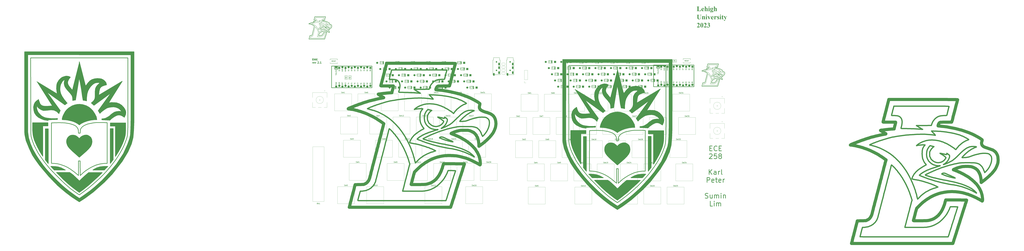
<source format=gbr>
%TF.GenerationSoftware,KiCad,Pcbnew,(7.0.0)*%
%TF.CreationDate,2023-09-10T10:39:49-04:00*%
%TF.ProjectId,RMK-complete,524d4b2d-636f-46d7-906c-6574652e6b69,rev?*%
%TF.SameCoordinates,Original*%
%TF.FileFunction,Legend,Top*%
%TF.FilePolarity,Positive*%
%FSLAX46Y46*%
G04 Gerber Fmt 4.6, Leading zero omitted, Abs format (unit mm)*
G04 Created by KiCad (PCBNEW (7.0.0)) date 2023-09-10 10:39:49*
%MOMM*%
%LPD*%
G01*
G04 APERTURE LIST*
%ADD10C,0.150000*%
%ADD11C,0.500000*%
%ADD12C,0.100000*%
%ADD13C,0.300000*%
%ADD14C,2.500000*%
%ADD15C,0.800000*%
%ADD16C,0.203200*%
%ADD17C,1.000000*%
%ADD18C,0.120000*%
%ADD19C,0.381000*%
%ADD20C,1.651000*%
%ADD21R,1.651000X1.651000*%
%ADD22C,1.200000*%
%ADD23R,1.200000X2.100000*%
%ADD24R,1.752600X1.752600*%
%ADD25C,1.752600*%
G04 APERTURE END LIST*
D10*
X369087400Y-87731600D02*
X370154200Y-87858600D01*
X371144800Y-88087200D01*
X371983000Y-88392000D01*
X372668800Y-88798400D01*
X372313200Y-88900000D01*
X371856000Y-89179400D01*
X371398800Y-89560400D01*
X371119400Y-89916000D01*
X370992400Y-90068400D01*
X370103400Y-89433400D01*
X369036600Y-88976200D01*
X367995200Y-88823800D01*
X367207800Y-88900000D01*
X366699800Y-89077800D01*
X366217200Y-89331800D01*
X365988600Y-89535000D01*
X365963200Y-89585800D01*
X366166400Y-89509600D01*
X366852200Y-89433400D01*
X367131600Y-89458800D01*
X366852200Y-89687400D01*
X366750600Y-90043000D01*
X366699800Y-90551000D01*
X366725200Y-90932000D01*
X366877600Y-91465400D01*
X367106200Y-91846400D01*
X367284000Y-91998800D01*
X366699800Y-92329000D01*
X366115600Y-92710000D01*
X365734600Y-93116400D01*
X365531400Y-93472000D01*
X365404400Y-93827600D01*
X365988600Y-93929200D01*
X366572800Y-94056200D01*
X367233200Y-94259400D01*
X367766600Y-94411800D01*
X368147600Y-94564200D01*
X368757200Y-94869000D01*
X368401600Y-94945200D01*
X368046000Y-95072200D01*
X367665000Y-95199200D01*
X367258600Y-95427800D01*
X366877600Y-95707200D01*
X366598200Y-95935800D01*
X366318800Y-96215200D01*
X366115600Y-96443800D01*
X365861600Y-95402400D01*
X365455200Y-94284800D01*
X365074200Y-93446600D01*
X364515400Y-92557600D01*
X363931200Y-91795600D01*
X363016800Y-90881200D01*
X362356400Y-90424000D01*
X361543600Y-89966800D01*
X360781600Y-89662000D01*
X360045000Y-89458800D01*
X361340400Y-88900000D01*
X362940600Y-88468200D01*
X364744000Y-88214200D01*
X366699800Y-88112600D01*
X367741200Y-88138000D01*
X368452400Y-88239600D01*
X367868200Y-87655400D01*
X369087400Y-87731600D01*
D11*
G36*
X268909800Y-174193200D02*
G01*
X271399000Y-174523400D01*
X274015200Y-175361600D01*
X277241000Y-177012600D01*
X277215600Y-177012600D01*
X268198600Y-177012600D01*
X265379200Y-174066200D01*
X266217400Y-174066200D01*
X268909800Y-174193200D01*
G37*
X268909800Y-174193200D02*
X271399000Y-174523400D01*
X274015200Y-175361600D01*
X277241000Y-177012600D01*
X277215600Y-177012600D01*
X268198600Y-177012600D01*
X265379200Y-174066200D01*
X266217400Y-174066200D01*
X268909800Y-174193200D01*
G36*
X-176657000Y-165354000D02*
G01*
X-179044600Y-162356800D01*
X-179044600Y-136880600D01*
X-176657000Y-136880600D01*
X-176657000Y-165354000D01*
G37*
X-176657000Y-165354000D02*
X-179044600Y-162356800D01*
X-179044600Y-136880600D01*
X-176657000Y-136880600D01*
X-176657000Y-165354000D01*
G36*
X-130860800Y-170662600D02*
G01*
X-140157200Y-170662600D01*
X-140131800Y-170637200D01*
X-138684000Y-169722800D01*
X-136779000Y-168808400D01*
X-134239000Y-168071800D01*
X-131114800Y-167741600D01*
X-128041400Y-167716200D01*
X-130860800Y-170662600D01*
G37*
X-130860800Y-170662600D02*
X-140157200Y-170662600D01*
X-140131800Y-170637200D01*
X-138684000Y-169722800D01*
X-136779000Y-168808400D01*
X-134239000Y-168071800D01*
X-131114800Y-167741600D01*
X-128041400Y-167716200D01*
X-130860800Y-170662600D01*
D10*
X373735600Y-89585800D02*
X373380000Y-89738200D01*
X372770400Y-90093800D01*
X372389400Y-90424000D01*
X371830600Y-90957400D01*
X372567200Y-90957400D01*
X373430800Y-90601800D01*
X374700800Y-90398600D01*
X375234200Y-90474800D01*
X375539000Y-90678000D01*
X375564400Y-91643200D01*
X375412000Y-92049600D01*
X375208800Y-92379800D01*
X374954800Y-92659200D01*
X374751600Y-92862400D01*
X374548400Y-92354400D01*
X374396000Y-92100400D01*
X374116600Y-91821000D01*
X373684800Y-91668600D01*
X372770400Y-91567000D01*
X371271800Y-91694000D01*
X370560600Y-91846400D01*
X369366800Y-92227400D01*
X368300000Y-92633800D01*
X367182400Y-93167200D01*
X367639600Y-93370400D01*
X369900200Y-93903800D01*
X370992400Y-94107000D01*
X372262400Y-94513400D01*
X373075200Y-94919800D01*
X373786400Y-95554800D01*
X373608600Y-95453200D01*
X373176800Y-95199200D01*
X372668800Y-94970600D01*
X371830600Y-94691200D01*
X371094000Y-94513400D01*
X370357400Y-94386400D01*
X369620800Y-94234000D01*
X368503200Y-93954600D01*
X367741200Y-93726000D01*
X366903000Y-93421200D01*
X366395000Y-93243400D01*
X366598200Y-93065600D01*
X367233200Y-92684600D01*
X367715800Y-92430600D01*
X368554000Y-92176600D01*
X369417600Y-91897200D01*
X370027200Y-91668600D01*
X370890800Y-91160600D01*
X371144800Y-90881200D01*
X371576600Y-90449400D01*
X372440200Y-89738200D01*
X372897400Y-89560400D01*
X373430800Y-89509600D01*
X373735600Y-89585800D01*
D11*
G36*
X293776400Y-108102400D02*
G01*
X294767000Y-107035600D01*
X295859200Y-105511600D01*
X297408600Y-103911400D01*
X298983400Y-102895400D01*
X301167800Y-102158800D01*
X303326800Y-101955600D01*
X304901600Y-101981000D01*
X306705000Y-102285800D01*
X308279800Y-103022400D01*
X309549800Y-104089200D01*
X310540400Y-105410000D01*
X310946800Y-107111800D01*
X309270400Y-107543600D01*
X307390800Y-108229400D01*
X306171600Y-109016800D01*
X305409600Y-110109000D01*
X304825400Y-112420400D01*
X304571400Y-114909600D01*
X304698400Y-115671600D01*
X323748400Y-104190800D01*
X314172600Y-119481600D01*
X312623200Y-122021600D01*
X314934600Y-121666000D01*
X318947800Y-121793000D01*
X321386200Y-122656600D01*
X323291200Y-123952000D01*
X324891400Y-125603000D01*
X325882000Y-126974600D01*
X326644000Y-128828800D01*
X326720200Y-130073400D01*
X326491600Y-131419600D01*
X325882000Y-133019800D01*
X325501000Y-133781800D01*
X325145400Y-133553200D01*
X324129400Y-132842000D01*
X323215000Y-132334000D01*
X321945000Y-131902200D01*
X320243200Y-131927600D01*
X318998600Y-132308600D01*
X317677800Y-132994400D01*
X316382400Y-133858000D01*
X314883800Y-134975600D01*
X313690000Y-136169400D01*
X307162200Y-135813800D01*
X307136800Y-135077200D01*
X307543200Y-135051800D01*
X308965600Y-134899400D01*
X310286400Y-134518400D01*
X311404000Y-133959600D01*
X312521600Y-133248400D01*
X313639200Y-132461000D01*
X314579000Y-131597400D01*
X315976000Y-130530600D01*
X317347600Y-129641600D01*
X318973200Y-129082800D01*
X321183000Y-128879600D01*
X322681600Y-129032000D01*
X323291200Y-129159000D01*
X323215000Y-128828800D01*
X322580000Y-128016000D01*
X321818000Y-127127000D01*
X320979800Y-126517400D01*
X319709800Y-125907800D01*
X318490600Y-125476000D01*
X316788800Y-125247400D01*
X315137800Y-125272800D01*
X313258200Y-125526800D01*
X311404000Y-126085600D01*
X309575200Y-127152400D01*
X307695600Y-128524000D01*
X306400200Y-129641600D01*
X305536600Y-130530600D01*
X304165000Y-128371600D01*
X314706000Y-113665000D01*
X314655200Y-113588800D01*
X300609000Y-123952000D01*
X300355000Y-123621800D01*
X299796200Y-123088400D01*
X299186600Y-122580400D01*
X298526200Y-121996200D01*
X299034200Y-121539000D01*
X299720000Y-120980200D01*
X300405800Y-120269000D01*
X301015400Y-119303800D01*
X301447200Y-118262400D01*
X301650400Y-116840000D01*
X301675800Y-112598200D01*
X301853600Y-110439200D01*
X302310800Y-109194600D01*
X302971200Y-108127800D01*
X303758600Y-107238800D01*
X304850800Y-106248200D01*
X305638200Y-105664000D01*
X305333400Y-105460800D01*
X304342800Y-105257600D01*
X302768000Y-105308400D01*
X301396400Y-105664000D01*
X299948600Y-106527600D01*
X298119800Y-108280200D01*
X297002200Y-109804200D01*
X295833800Y-111963200D01*
X295071800Y-114376200D01*
X294640000Y-117830600D01*
X294640000Y-120319800D01*
X293090600Y-119913400D01*
X291846000Y-119786400D01*
X291211000Y-116560600D01*
X290449000Y-111023400D01*
X289560000Y-105613200D01*
X288721800Y-101625400D01*
X288721800Y-88214200D01*
X293776400Y-108102400D01*
G37*
X293776400Y-108102400D02*
X294767000Y-107035600D01*
X295859200Y-105511600D01*
X297408600Y-103911400D01*
X298983400Y-102895400D01*
X301167800Y-102158800D01*
X303326800Y-101955600D01*
X304901600Y-101981000D01*
X306705000Y-102285800D01*
X308279800Y-103022400D01*
X309549800Y-104089200D01*
X310540400Y-105410000D01*
X310946800Y-107111800D01*
X309270400Y-107543600D01*
X307390800Y-108229400D01*
X306171600Y-109016800D01*
X305409600Y-110109000D01*
X304825400Y-112420400D01*
X304571400Y-114909600D01*
X304698400Y-115671600D01*
X323748400Y-104190800D01*
X314172600Y-119481600D01*
X312623200Y-122021600D01*
X314934600Y-121666000D01*
X318947800Y-121793000D01*
X321386200Y-122656600D01*
X323291200Y-123952000D01*
X324891400Y-125603000D01*
X325882000Y-126974600D01*
X326644000Y-128828800D01*
X326720200Y-130073400D01*
X326491600Y-131419600D01*
X325882000Y-133019800D01*
X325501000Y-133781800D01*
X325145400Y-133553200D01*
X324129400Y-132842000D01*
X323215000Y-132334000D01*
X321945000Y-131902200D01*
X320243200Y-131927600D01*
X318998600Y-132308600D01*
X317677800Y-132994400D01*
X316382400Y-133858000D01*
X314883800Y-134975600D01*
X313690000Y-136169400D01*
X307162200Y-135813800D01*
X307136800Y-135077200D01*
X307543200Y-135051800D01*
X308965600Y-134899400D01*
X310286400Y-134518400D01*
X311404000Y-133959600D01*
X312521600Y-133248400D01*
X313639200Y-132461000D01*
X314579000Y-131597400D01*
X315976000Y-130530600D01*
X317347600Y-129641600D01*
X318973200Y-129082800D01*
X321183000Y-128879600D01*
X322681600Y-129032000D01*
X323291200Y-129159000D01*
X323215000Y-128828800D01*
X322580000Y-128016000D01*
X321818000Y-127127000D01*
X320979800Y-126517400D01*
X319709800Y-125907800D01*
X318490600Y-125476000D01*
X316788800Y-125247400D01*
X315137800Y-125272800D01*
X313258200Y-125526800D01*
X311404000Y-126085600D01*
X309575200Y-127152400D01*
X307695600Y-128524000D01*
X306400200Y-129641600D01*
X305536600Y-130530600D01*
X304165000Y-128371600D01*
X314706000Y-113665000D01*
X314655200Y-113588800D01*
X300609000Y-123952000D01*
X300355000Y-123621800D01*
X299796200Y-123088400D01*
X299186600Y-122580400D01*
X298526200Y-121996200D01*
X299034200Y-121539000D01*
X299720000Y-120980200D01*
X300405800Y-120269000D01*
X301015400Y-119303800D01*
X301447200Y-118262400D01*
X301650400Y-116840000D01*
X301675800Y-112598200D01*
X301853600Y-110439200D01*
X302310800Y-109194600D01*
X302971200Y-108127800D01*
X303758600Y-107238800D01*
X304850800Y-106248200D01*
X305638200Y-105664000D01*
X305333400Y-105460800D01*
X304342800Y-105257600D01*
X302768000Y-105308400D01*
X301396400Y-105664000D01*
X299948600Y-106527600D01*
X298119800Y-108280200D01*
X297002200Y-109804200D01*
X295833800Y-111963200D01*
X295071800Y-114376200D01*
X294640000Y-117830600D01*
X294640000Y-120319800D01*
X293090600Y-119913400D01*
X291846000Y-119786400D01*
X291211000Y-116560600D01*
X290449000Y-111023400D01*
X289560000Y-105613200D01*
X288721800Y-101625400D01*
X288721800Y-88214200D01*
X293776400Y-108102400D01*
D12*
X368122200Y-89585800D02*
X367741200Y-89916000D01*
X367563400Y-90449400D01*
X367614200Y-90957400D01*
X367868200Y-91313000D01*
X368147600Y-91516200D01*
X368706400Y-91643200D01*
X368960400Y-91592400D01*
X369189000Y-91516200D01*
X369392200Y-91338400D01*
X369570000Y-91160600D01*
X369671600Y-90982800D01*
X369493800Y-90830400D01*
X369239800Y-90652600D01*
X368960400Y-90500200D01*
X368757200Y-90398600D01*
X369112800Y-90449400D01*
X369747800Y-90601800D01*
X369747800Y-90398600D01*
X370001800Y-90601800D01*
X370154200Y-90728800D01*
X370052600Y-91059000D01*
X369925600Y-91338400D01*
X369671600Y-91643200D01*
X369392200Y-91846400D01*
X369087400Y-91973400D01*
X368731800Y-92049600D01*
X367969800Y-91897200D01*
X367639600Y-91643200D01*
X367411000Y-91414600D01*
X367284000Y-91211400D01*
X367207800Y-91008200D01*
X367157000Y-90805000D01*
X367157000Y-90271600D01*
X367207800Y-90068400D01*
X367334800Y-89789000D01*
X367512600Y-89585800D01*
X367639600Y-89458800D01*
X368122200Y-89585800D01*
D11*
G36*
X-146202400Y-101752400D02*
G01*
X-145211800Y-100685600D01*
X-144119600Y-99161600D01*
X-142570200Y-97561400D01*
X-140995400Y-96545400D01*
X-138811000Y-95808800D01*
X-136652000Y-95605600D01*
X-135077200Y-95631000D01*
X-133273800Y-95935800D01*
X-131699000Y-96672400D01*
X-130429000Y-97739200D01*
X-129438400Y-99060000D01*
X-129032000Y-100761800D01*
X-130708400Y-101193600D01*
X-132588000Y-101879400D01*
X-133807200Y-102666800D01*
X-134569200Y-103759000D01*
X-135153400Y-106070400D01*
X-135407400Y-108559600D01*
X-135280400Y-109321600D01*
X-116230400Y-97840800D01*
X-125806200Y-113131600D01*
X-127355600Y-115671600D01*
X-125044200Y-115316000D01*
X-121031000Y-115443000D01*
X-118592600Y-116306600D01*
X-116687600Y-117602000D01*
X-115087400Y-119253000D01*
X-114096800Y-120624600D01*
X-113334800Y-122478800D01*
X-113258600Y-123723400D01*
X-113487200Y-125069600D01*
X-114096800Y-126669800D01*
X-114477800Y-127431800D01*
X-114833400Y-127203200D01*
X-115849400Y-126492000D01*
X-116763800Y-125984000D01*
X-118033800Y-125552200D01*
X-119735600Y-125577600D01*
X-120980200Y-125958600D01*
X-122301000Y-126644400D01*
X-123596400Y-127508000D01*
X-125095000Y-128625600D01*
X-126288800Y-129819400D01*
X-132816600Y-129463800D01*
X-132842000Y-128727200D01*
X-132435600Y-128701800D01*
X-131013200Y-128549400D01*
X-129692400Y-128168400D01*
X-128574800Y-127609600D01*
X-127457200Y-126898400D01*
X-126339600Y-126111000D01*
X-125399800Y-125247400D01*
X-124002800Y-124180600D01*
X-122631200Y-123291600D01*
X-121005600Y-122732800D01*
X-118795800Y-122529600D01*
X-117297200Y-122682000D01*
X-116687600Y-122809000D01*
X-116763800Y-122478800D01*
X-117398800Y-121666000D01*
X-118160800Y-120777000D01*
X-118999000Y-120167400D01*
X-120269000Y-119557800D01*
X-121488200Y-119126000D01*
X-123190000Y-118897400D01*
X-124841000Y-118922800D01*
X-126720600Y-119176800D01*
X-128574800Y-119735600D01*
X-130403600Y-120802400D01*
X-132283200Y-122174000D01*
X-133578600Y-123291600D01*
X-134442200Y-124180600D01*
X-135813800Y-122021600D01*
X-125272800Y-107315000D01*
X-125323600Y-107238800D01*
X-139369800Y-117602000D01*
X-139623800Y-117271800D01*
X-140182600Y-116738400D01*
X-140792200Y-116230400D01*
X-141452600Y-115646200D01*
X-140944600Y-115189000D01*
X-140258800Y-114630200D01*
X-139573000Y-113919000D01*
X-138963400Y-112953800D01*
X-138531600Y-111912400D01*
X-138328400Y-110490000D01*
X-138303000Y-106248200D01*
X-138125200Y-104089200D01*
X-137668000Y-102844600D01*
X-137007600Y-101777800D01*
X-136220200Y-100888800D01*
X-135128000Y-99898200D01*
X-134340600Y-99314000D01*
X-134645400Y-99110800D01*
X-135636000Y-98907600D01*
X-137210800Y-98958400D01*
X-138582400Y-99314000D01*
X-140030200Y-100177600D01*
X-141859000Y-101930200D01*
X-142976600Y-103454200D01*
X-144145000Y-105613200D01*
X-144907000Y-108026200D01*
X-145338800Y-111480600D01*
X-145338800Y-113969800D01*
X-146888200Y-113563400D01*
X-148132800Y-113436400D01*
X-148767800Y-110210600D01*
X-149529800Y-104673400D01*
X-150418800Y-99263200D01*
X-151257000Y-95275400D01*
X-151257000Y-81864200D01*
X-146202400Y-101752400D01*
G37*
X-146202400Y-101752400D02*
X-145211800Y-100685600D01*
X-144119600Y-99161600D01*
X-142570200Y-97561400D01*
X-140995400Y-96545400D01*
X-138811000Y-95808800D01*
X-136652000Y-95605600D01*
X-135077200Y-95631000D01*
X-133273800Y-95935800D01*
X-131699000Y-96672400D01*
X-130429000Y-97739200D01*
X-129438400Y-99060000D01*
X-129032000Y-100761800D01*
X-130708400Y-101193600D01*
X-132588000Y-101879400D01*
X-133807200Y-102666800D01*
X-134569200Y-103759000D01*
X-135153400Y-106070400D01*
X-135407400Y-108559600D01*
X-135280400Y-109321600D01*
X-116230400Y-97840800D01*
X-125806200Y-113131600D01*
X-127355600Y-115671600D01*
X-125044200Y-115316000D01*
X-121031000Y-115443000D01*
X-118592600Y-116306600D01*
X-116687600Y-117602000D01*
X-115087400Y-119253000D01*
X-114096800Y-120624600D01*
X-113334800Y-122478800D01*
X-113258600Y-123723400D01*
X-113487200Y-125069600D01*
X-114096800Y-126669800D01*
X-114477800Y-127431800D01*
X-114833400Y-127203200D01*
X-115849400Y-126492000D01*
X-116763800Y-125984000D01*
X-118033800Y-125552200D01*
X-119735600Y-125577600D01*
X-120980200Y-125958600D01*
X-122301000Y-126644400D01*
X-123596400Y-127508000D01*
X-125095000Y-128625600D01*
X-126288800Y-129819400D01*
X-132816600Y-129463800D01*
X-132842000Y-128727200D01*
X-132435600Y-128701800D01*
X-131013200Y-128549400D01*
X-129692400Y-128168400D01*
X-128574800Y-127609600D01*
X-127457200Y-126898400D01*
X-126339600Y-126111000D01*
X-125399800Y-125247400D01*
X-124002800Y-124180600D01*
X-122631200Y-123291600D01*
X-121005600Y-122732800D01*
X-118795800Y-122529600D01*
X-117297200Y-122682000D01*
X-116687600Y-122809000D01*
X-116763800Y-122478800D01*
X-117398800Y-121666000D01*
X-118160800Y-120777000D01*
X-118999000Y-120167400D01*
X-120269000Y-119557800D01*
X-121488200Y-119126000D01*
X-123190000Y-118897400D01*
X-124841000Y-118922800D01*
X-126720600Y-119176800D01*
X-128574800Y-119735600D01*
X-130403600Y-120802400D01*
X-132283200Y-122174000D01*
X-133578600Y-123291600D01*
X-134442200Y-124180600D01*
X-135813800Y-122021600D01*
X-125272800Y-107315000D01*
X-125323600Y-107238800D01*
X-139369800Y-117602000D01*
X-139623800Y-117271800D01*
X-140182600Y-116738400D01*
X-140792200Y-116230400D01*
X-141452600Y-115646200D01*
X-140944600Y-115189000D01*
X-140258800Y-114630200D01*
X-139573000Y-113919000D01*
X-138963400Y-112953800D01*
X-138531600Y-111912400D01*
X-138328400Y-110490000D01*
X-138303000Y-106248200D01*
X-138125200Y-104089200D01*
X-137668000Y-102844600D01*
X-137007600Y-101777800D01*
X-136220200Y-100888800D01*
X-135128000Y-99898200D01*
X-134340600Y-99314000D01*
X-134645400Y-99110800D01*
X-135636000Y-98907600D01*
X-137210800Y-98958400D01*
X-138582400Y-99314000D01*
X-140030200Y-100177600D01*
X-141859000Y-101930200D01*
X-142976600Y-103454200D01*
X-144145000Y-105613200D01*
X-144907000Y-108026200D01*
X-145338800Y-111480600D01*
X-145338800Y-113969800D01*
X-146888200Y-113563400D01*
X-148132800Y-113436400D01*
X-148767800Y-110210600D01*
X-149529800Y-104673400D01*
X-150418800Y-99263200D01*
X-151257000Y-95275400D01*
X-151257000Y-81864200D01*
X-146202400Y-101752400D01*
G36*
X-123621800Y-162229800D02*
G01*
X-126009400Y-165227000D01*
X-126009400Y-136753600D01*
X-123621800Y-136753600D01*
X-123621800Y-162229800D01*
G37*
X-123621800Y-162229800D02*
X-126009400Y-165227000D01*
X-126009400Y-136753600D01*
X-123621800Y-136753600D01*
X-123621800Y-162229800D01*
X330957820Y-82429409D02*
X330947068Y-134421583D01*
X330852082Y-138940228D01*
X330784234Y-143187483D01*
X330472136Y-148140352D01*
X329861508Y-151410603D01*
X328111042Y-156146360D01*
X324762510Y-163619679D01*
X318973200Y-172389800D01*
X315137800Y-177038000D01*
X310565800Y-182118000D01*
X307263800Y-185674000D01*
X301167800Y-191135000D01*
X297357800Y-194310000D01*
X292785800Y-197612000D01*
X288848800Y-200279000D01*
X288703707Y-200279000D01*
X288430450Y-200138078D01*
X285743688Y-198326550D01*
X282914446Y-196372541D01*
X280410873Y-194499949D01*
X277357734Y-191996376D01*
X274813452Y-189777762D01*
X272289524Y-187437022D01*
X268890363Y-184119278D01*
X266223955Y-181412162D01*
X261868144Y-176628911D01*
X259344216Y-173494356D01*
X255700804Y-168405792D01*
X253482190Y-165006631D01*
X250652949Y-160101255D01*
X248678586Y-155318004D01*
X247172371Y-150616171D01*
X246480326Y-145832920D01*
X246528362Y-82388701D01*
X330957820Y-82429409D01*
G36*
X291363400Y-123317000D02*
G01*
X294335200Y-124256800D01*
X296646600Y-125552200D01*
X298246800Y-126873000D01*
X299694600Y-128473200D01*
X301320200Y-130860800D01*
X302564800Y-133375400D01*
X302971200Y-135686800D01*
X301040800Y-135737600D01*
X298246800Y-136067800D01*
X295300400Y-136702800D01*
X292430200Y-137718800D01*
X290068000Y-138938000D01*
X288747200Y-139954000D01*
X288696400Y-139954000D01*
X288544000Y-139827000D01*
X287934400Y-139369800D01*
X286969200Y-138785600D01*
X285673800Y-138023600D01*
X284073600Y-137363200D01*
X282524200Y-136779000D01*
X280695400Y-136372600D01*
X279222200Y-136042400D01*
X276961600Y-135788400D01*
X274701000Y-135737600D01*
X274726400Y-134721600D01*
X275336000Y-132715000D01*
X276199600Y-130911600D01*
X277291800Y-129057400D01*
X278511000Y-127482600D01*
X280162000Y-126034800D01*
X282829000Y-124383800D01*
X285038800Y-123647200D01*
X287121600Y-123190000D01*
X289052000Y-123088400D01*
X291363400Y-123317000D01*
G37*
X291363400Y-123317000D02*
X294335200Y-124256800D01*
X296646600Y-125552200D01*
X298246800Y-126873000D01*
X299694600Y-128473200D01*
X301320200Y-130860800D01*
X302564800Y-133375400D01*
X302971200Y-135686800D01*
X301040800Y-135737600D01*
X298246800Y-136067800D01*
X295300400Y-136702800D01*
X292430200Y-137718800D01*
X290068000Y-138938000D01*
X288747200Y-139954000D01*
X288696400Y-139954000D01*
X288544000Y-139827000D01*
X287934400Y-139369800D01*
X286969200Y-138785600D01*
X285673800Y-138023600D01*
X284073600Y-137363200D01*
X282524200Y-136779000D01*
X280695400Y-136372600D01*
X279222200Y-136042400D01*
X276961600Y-135788400D01*
X274701000Y-135737600D01*
X274726400Y-134721600D01*
X275336000Y-132715000D01*
X276199600Y-130911600D01*
X277291800Y-129057400D01*
X278511000Y-127482600D01*
X280162000Y-126034800D01*
X282829000Y-124383800D01*
X285038800Y-123647200D01*
X287121600Y-123190000D01*
X289052000Y-123088400D01*
X291363400Y-123317000D01*
D12*
G36*
X-151257000Y-95275400D02*
G01*
X-154254200Y-113334800D01*
X-155600400Y-113563400D01*
X-156895800Y-113893600D01*
X-157073600Y-111048800D01*
X-157581600Y-109575600D01*
X-159105600Y-107543600D01*
X-160197800Y-106324400D01*
X-161569400Y-104800400D01*
X-162585400Y-103428800D01*
X-163372800Y-102057200D01*
X-163753800Y-100761800D01*
X-163880800Y-99923600D01*
X-163880800Y-98958400D01*
X-163753800Y-97891600D01*
X-163550600Y-97256600D01*
X-163423600Y-96774000D01*
X-163855400Y-96951800D01*
X-164973000Y-97993200D01*
X-165633400Y-99060000D01*
X-166243000Y-100253800D01*
X-166624000Y-101396800D01*
X-166852600Y-102616000D01*
X-166954200Y-104470200D01*
X-166852600Y-105689400D01*
X-166446200Y-107518200D01*
X-165938200Y-108813600D01*
X-165277800Y-110134400D01*
X-164363400Y-111480600D01*
X-163474400Y-112776000D01*
X-162687000Y-113690400D01*
X-162001200Y-114604800D01*
X-161442400Y-115316000D01*
X-160934400Y-115798600D01*
X-161696400Y-116332000D01*
X-162382200Y-116865400D01*
X-163042600Y-117424200D01*
X-164261800Y-116560600D01*
X-177292000Y-107213400D01*
X-166700200Y-121843800D01*
X-167208200Y-122859800D01*
X-167563800Y-123799600D01*
X-167894000Y-124688600D01*
X-169900600Y-122732800D01*
X-171983400Y-121742200D01*
X-173151800Y-121564400D01*
X-174548800Y-121488200D01*
X-176377600Y-121640600D01*
X-177723800Y-121818400D01*
X-179222400Y-121945400D01*
X-180594000Y-121970800D01*
X-181762400Y-121691400D01*
X-182880000Y-121132600D01*
X-183769000Y-120599200D01*
X-184531000Y-120065800D01*
X-185293000Y-119278400D01*
X-185648600Y-118618000D01*
X-185851800Y-118059200D01*
X-186004200Y-119684800D01*
X-185750200Y-120954800D01*
X-185216800Y-122301000D01*
X-184556400Y-123494800D01*
X-183743600Y-124485400D01*
X-182956200Y-125298200D01*
X-182118000Y-126034800D01*
X-181203600Y-126644400D01*
X-180187600Y-127177800D01*
X-178968400Y-127558800D01*
X-177622200Y-127863600D01*
X-176072800Y-128041400D01*
X-175107600Y-128143000D01*
X-173736000Y-128244600D01*
X-171729400Y-128270000D01*
X-168910000Y-128219200D01*
X-169037000Y-128981200D01*
X-169113200Y-129362200D01*
X-173253400Y-129463800D01*
X-176707800Y-129692400D01*
X-176733200Y-130251200D01*
X-180162200Y-129717800D01*
X-182575200Y-128803400D01*
X-185013600Y-127533400D01*
X-186791600Y-125882400D01*
X-188087000Y-123901200D01*
X-188722000Y-121666000D01*
X-188950600Y-118973600D01*
X-188468000Y-116662200D01*
X-187579000Y-114935000D01*
X-186258200Y-113665000D01*
X-185039000Y-112826800D01*
X-184531000Y-112547400D01*
X-184404000Y-113157000D01*
X-183819800Y-114808000D01*
X-183108600Y-116484400D01*
X-181991000Y-117475000D01*
X-180822600Y-117932200D01*
X-179476400Y-118084600D01*
X-177368200Y-118110000D01*
X-173685200Y-117881400D01*
X-186258200Y-97764600D01*
X-169646600Y-107848400D01*
X-170205400Y-103886000D01*
X-170027600Y-100939600D01*
X-169545000Y-99187000D01*
X-168021000Y-96672400D01*
X-166700200Y-95351600D01*
X-165404800Y-94437200D01*
X-163855400Y-93776800D01*
X-162204400Y-93395800D01*
X-160604200Y-93472000D01*
X-159283400Y-93878400D01*
X-158369000Y-94513400D01*
X-159715200Y-96113600D01*
X-160502600Y-97866200D01*
X-160731200Y-98933000D01*
X-160451800Y-100203000D01*
X-159867600Y-101371400D01*
X-158902400Y-102641400D01*
X-157048200Y-104775000D01*
X-151257000Y-81864200D01*
X-151257000Y-95275400D01*
G37*
X-151257000Y-95275400D02*
X-154254200Y-113334800D01*
X-155600400Y-113563400D01*
X-156895800Y-113893600D01*
X-157073600Y-111048800D01*
X-157581600Y-109575600D01*
X-159105600Y-107543600D01*
X-160197800Y-106324400D01*
X-161569400Y-104800400D01*
X-162585400Y-103428800D01*
X-163372800Y-102057200D01*
X-163753800Y-100761800D01*
X-163880800Y-99923600D01*
X-163880800Y-98958400D01*
X-163753800Y-97891600D01*
X-163550600Y-97256600D01*
X-163423600Y-96774000D01*
X-163855400Y-96951800D01*
X-164973000Y-97993200D01*
X-165633400Y-99060000D01*
X-166243000Y-100253800D01*
X-166624000Y-101396800D01*
X-166852600Y-102616000D01*
X-166954200Y-104470200D01*
X-166852600Y-105689400D01*
X-166446200Y-107518200D01*
X-165938200Y-108813600D01*
X-165277800Y-110134400D01*
X-164363400Y-111480600D01*
X-163474400Y-112776000D01*
X-162687000Y-113690400D01*
X-162001200Y-114604800D01*
X-161442400Y-115316000D01*
X-160934400Y-115798600D01*
X-161696400Y-116332000D01*
X-162382200Y-116865400D01*
X-163042600Y-117424200D01*
X-164261800Y-116560600D01*
X-177292000Y-107213400D01*
X-166700200Y-121843800D01*
X-167208200Y-122859800D01*
X-167563800Y-123799600D01*
X-167894000Y-124688600D01*
X-169900600Y-122732800D01*
X-171983400Y-121742200D01*
X-173151800Y-121564400D01*
X-174548800Y-121488200D01*
X-176377600Y-121640600D01*
X-177723800Y-121818400D01*
X-179222400Y-121945400D01*
X-180594000Y-121970800D01*
X-181762400Y-121691400D01*
X-182880000Y-121132600D01*
X-183769000Y-120599200D01*
X-184531000Y-120065800D01*
X-185293000Y-119278400D01*
X-185648600Y-118618000D01*
X-185851800Y-118059200D01*
X-186004200Y-119684800D01*
X-185750200Y-120954800D01*
X-185216800Y-122301000D01*
X-184556400Y-123494800D01*
X-183743600Y-124485400D01*
X-182956200Y-125298200D01*
X-182118000Y-126034800D01*
X-181203600Y-126644400D01*
X-180187600Y-127177800D01*
X-178968400Y-127558800D01*
X-177622200Y-127863600D01*
X-176072800Y-128041400D01*
X-175107600Y-128143000D01*
X-173736000Y-128244600D01*
X-171729400Y-128270000D01*
X-168910000Y-128219200D01*
X-169037000Y-128981200D01*
X-169113200Y-129362200D01*
X-173253400Y-129463800D01*
X-176707800Y-129692400D01*
X-176733200Y-130251200D01*
X-180162200Y-129717800D01*
X-182575200Y-128803400D01*
X-185013600Y-127533400D01*
X-186791600Y-125882400D01*
X-188087000Y-123901200D01*
X-188722000Y-121666000D01*
X-188950600Y-118973600D01*
X-188468000Y-116662200D01*
X-187579000Y-114935000D01*
X-186258200Y-113665000D01*
X-185039000Y-112826800D01*
X-184531000Y-112547400D01*
X-184404000Y-113157000D01*
X-183819800Y-114808000D01*
X-183108600Y-116484400D01*
X-181991000Y-117475000D01*
X-180822600Y-117932200D01*
X-179476400Y-118084600D01*
X-177368200Y-118110000D01*
X-173685200Y-117881400D01*
X-186258200Y-97764600D01*
X-169646600Y-107848400D01*
X-170205400Y-103886000D01*
X-170027600Y-100939600D01*
X-169545000Y-99187000D01*
X-168021000Y-96672400D01*
X-166700200Y-95351600D01*
X-165404800Y-94437200D01*
X-163855400Y-93776800D01*
X-162204400Y-93395800D01*
X-160604200Y-93472000D01*
X-159283400Y-93878400D01*
X-158369000Y-94513400D01*
X-159715200Y-96113600D01*
X-160502600Y-97866200D01*
X-160731200Y-98933000D01*
X-160451800Y-100203000D01*
X-159867600Y-101371400D01*
X-158902400Y-102641400D01*
X-157048200Y-104775000D01*
X-151257000Y-81864200D01*
X-151257000Y-95275400D01*
G36*
X288721800Y-101625400D02*
G01*
X285724600Y-119684800D01*
X284378400Y-119913400D01*
X283083000Y-120243600D01*
X282905200Y-117398800D01*
X282397200Y-115925600D01*
X280873200Y-113893600D01*
X279781000Y-112674400D01*
X278409400Y-111150400D01*
X277393400Y-109778800D01*
X276606000Y-108407200D01*
X276225000Y-107111800D01*
X276098000Y-106273600D01*
X276098000Y-105308400D01*
X276225000Y-104241600D01*
X276428200Y-103606600D01*
X276555200Y-103124000D01*
X276123400Y-103301800D01*
X275005800Y-104343200D01*
X274345400Y-105410000D01*
X273735800Y-106603800D01*
X273354800Y-107746800D01*
X273126200Y-108966000D01*
X273024600Y-110820200D01*
X273126200Y-112039400D01*
X273532600Y-113868200D01*
X274040600Y-115163600D01*
X274701000Y-116484400D01*
X275615400Y-117830600D01*
X276504400Y-119126000D01*
X277291800Y-120040400D01*
X277977600Y-120954800D01*
X278536400Y-121666000D01*
X279044400Y-122148600D01*
X278282400Y-122682000D01*
X277596600Y-123215400D01*
X276936200Y-123774200D01*
X275717000Y-122910600D01*
X262686800Y-113563400D01*
X273278600Y-128193800D01*
X272770600Y-129209800D01*
X272415000Y-130149600D01*
X272084800Y-131038600D01*
X270078200Y-129082800D01*
X267995400Y-128092200D01*
X266827000Y-127914400D01*
X265430000Y-127838200D01*
X263601200Y-127990600D01*
X262255000Y-128168400D01*
X260756400Y-128295400D01*
X259384800Y-128320800D01*
X258216400Y-128041400D01*
X257098800Y-127482600D01*
X256209800Y-126949200D01*
X255447800Y-126415800D01*
X254685800Y-125628400D01*
X254330200Y-124968000D01*
X254127000Y-124409200D01*
X253974600Y-126034800D01*
X254228600Y-127304800D01*
X254762000Y-128651000D01*
X255422400Y-129844800D01*
X256235200Y-130835400D01*
X257022600Y-131648200D01*
X257860800Y-132384800D01*
X258775200Y-132994400D01*
X259791200Y-133527800D01*
X261010400Y-133908800D01*
X262356600Y-134213600D01*
X263906000Y-134391400D01*
X264871200Y-134493000D01*
X266242800Y-134594600D01*
X268249400Y-134620000D01*
X271068800Y-134569200D01*
X270941800Y-135331200D01*
X270865600Y-135712200D01*
X266725400Y-135813800D01*
X263271000Y-136042400D01*
X263245600Y-136601200D01*
X259816600Y-136067800D01*
X257403600Y-135153400D01*
X254965200Y-133883400D01*
X253187200Y-132232400D01*
X251891800Y-130251200D01*
X251256800Y-128016000D01*
X251028200Y-125323600D01*
X251510800Y-123012200D01*
X252399800Y-121285000D01*
X253720600Y-120015000D01*
X254939800Y-119176800D01*
X255447800Y-118897400D01*
X255574800Y-119507000D01*
X256159000Y-121158000D01*
X256870200Y-122834400D01*
X257987800Y-123825000D01*
X259156200Y-124282200D01*
X260502400Y-124434600D01*
X262610600Y-124460000D01*
X266293600Y-124231400D01*
X253720600Y-104114600D01*
X270332200Y-114198400D01*
X269773400Y-110236000D01*
X269951200Y-107289600D01*
X270433800Y-105537000D01*
X271957800Y-103022400D01*
X273278600Y-101701600D01*
X274574000Y-100787200D01*
X276123400Y-100126800D01*
X277774400Y-99745800D01*
X279374600Y-99822000D01*
X280695400Y-100228400D01*
X281609800Y-100863400D01*
X280263600Y-102463600D01*
X279476200Y-104216200D01*
X279247600Y-105283000D01*
X279527000Y-106553000D01*
X280111200Y-107721400D01*
X281076400Y-108991400D01*
X282930600Y-111125000D01*
X288721800Y-88214200D01*
X288721800Y-101625400D01*
G37*
X288721800Y-101625400D02*
X285724600Y-119684800D01*
X284378400Y-119913400D01*
X283083000Y-120243600D01*
X282905200Y-117398800D01*
X282397200Y-115925600D01*
X280873200Y-113893600D01*
X279781000Y-112674400D01*
X278409400Y-111150400D01*
X277393400Y-109778800D01*
X276606000Y-108407200D01*
X276225000Y-107111800D01*
X276098000Y-106273600D01*
X276098000Y-105308400D01*
X276225000Y-104241600D01*
X276428200Y-103606600D01*
X276555200Y-103124000D01*
X276123400Y-103301800D01*
X275005800Y-104343200D01*
X274345400Y-105410000D01*
X273735800Y-106603800D01*
X273354800Y-107746800D01*
X273126200Y-108966000D01*
X273024600Y-110820200D01*
X273126200Y-112039400D01*
X273532600Y-113868200D01*
X274040600Y-115163600D01*
X274701000Y-116484400D01*
X275615400Y-117830600D01*
X276504400Y-119126000D01*
X277291800Y-120040400D01*
X277977600Y-120954800D01*
X278536400Y-121666000D01*
X279044400Y-122148600D01*
X278282400Y-122682000D01*
X277596600Y-123215400D01*
X276936200Y-123774200D01*
X275717000Y-122910600D01*
X262686800Y-113563400D01*
X273278600Y-128193800D01*
X272770600Y-129209800D01*
X272415000Y-130149600D01*
X272084800Y-131038600D01*
X270078200Y-129082800D01*
X267995400Y-128092200D01*
X266827000Y-127914400D01*
X265430000Y-127838200D01*
X263601200Y-127990600D01*
X262255000Y-128168400D01*
X260756400Y-128295400D01*
X259384800Y-128320800D01*
X258216400Y-128041400D01*
X257098800Y-127482600D01*
X256209800Y-126949200D01*
X255447800Y-126415800D01*
X254685800Y-125628400D01*
X254330200Y-124968000D01*
X254127000Y-124409200D01*
X253974600Y-126034800D01*
X254228600Y-127304800D01*
X254762000Y-128651000D01*
X255422400Y-129844800D01*
X256235200Y-130835400D01*
X257022600Y-131648200D01*
X257860800Y-132384800D01*
X258775200Y-132994400D01*
X259791200Y-133527800D01*
X261010400Y-133908800D01*
X262356600Y-134213600D01*
X263906000Y-134391400D01*
X264871200Y-134493000D01*
X266242800Y-134594600D01*
X268249400Y-134620000D01*
X271068800Y-134569200D01*
X270941800Y-135331200D01*
X270865600Y-135712200D01*
X266725400Y-135813800D01*
X263271000Y-136042400D01*
X263245600Y-136601200D01*
X259816600Y-136067800D01*
X257403600Y-135153400D01*
X254965200Y-133883400D01*
X253187200Y-132232400D01*
X251891800Y-130251200D01*
X251256800Y-128016000D01*
X251028200Y-125323600D01*
X251510800Y-123012200D01*
X252399800Y-121285000D01*
X253720600Y-120015000D01*
X254939800Y-119176800D01*
X255447800Y-118897400D01*
X255574800Y-119507000D01*
X256159000Y-121158000D01*
X256870200Y-122834400D01*
X257987800Y-123825000D01*
X259156200Y-124282200D01*
X260502400Y-124434600D01*
X262610600Y-124460000D01*
X266293600Y-124231400D01*
X253720600Y-104114600D01*
X270332200Y-114198400D01*
X269773400Y-110236000D01*
X269951200Y-107289600D01*
X270433800Y-105537000D01*
X271957800Y-103022400D01*
X273278600Y-101701600D01*
X274574000Y-100787200D01*
X276123400Y-100126800D01*
X277774400Y-99745800D01*
X279374600Y-99822000D01*
X280695400Y-100228400D01*
X281609800Y-100863400D01*
X280263600Y-102463600D01*
X279476200Y-104216200D01*
X279247600Y-105283000D01*
X279527000Y-106553000D01*
X280111200Y-107721400D01*
X281076400Y-108991400D01*
X282930600Y-111125000D01*
X288721800Y-88214200D01*
X288721800Y-101625400D01*
D11*
X311454800Y-138176000D02*
X311454800Y-171627800D01*
X309016400Y-171653200D01*
X305790600Y-172059600D01*
X302437800Y-172974000D01*
X299516800Y-174244000D01*
X297611800Y-175234600D01*
X295554400Y-176555400D01*
X293776400Y-177749200D01*
X292125400Y-179019200D01*
X290728400Y-180340000D01*
X289814000Y-181229000D01*
X289433000Y-181508400D01*
X289382200Y-169570400D01*
X288010600Y-169570400D01*
X288010600Y-181559200D01*
X286791400Y-180517800D01*
X284734000Y-178739800D01*
X281254200Y-176199800D01*
X278841200Y-174752000D01*
X276453600Y-173634400D01*
X273126200Y-172440600D01*
X270713200Y-171907200D01*
X268071600Y-171577000D01*
X265887200Y-171526200D01*
X265912600Y-138379200D01*
X272313400Y-138201400D01*
X276860000Y-138353800D01*
X280873200Y-139039600D01*
X283159200Y-139700000D01*
X285191200Y-140512800D01*
X286334200Y-141427200D01*
X287070800Y-142392400D01*
X287680400Y-143459200D01*
X287959800Y-144856200D01*
X288010600Y-146786600D01*
X289382200Y-146786600D01*
X289534600Y-144195800D01*
X289991800Y-142976600D01*
X291312600Y-141427200D01*
X293090600Y-140284200D01*
X295554400Y-139293600D01*
X298094400Y-138734800D01*
X300151800Y-138379200D01*
X302590200Y-138099800D01*
X307746400Y-138099800D01*
X311454800Y-138176000D01*
G36*
X-148615400Y-116967000D02*
G01*
X-145643600Y-117906800D01*
X-143332200Y-119202200D01*
X-141732000Y-120523000D01*
X-140284200Y-122123200D01*
X-138658600Y-124510800D01*
X-137414000Y-127025400D01*
X-137007600Y-129336800D01*
X-138938000Y-129387600D01*
X-141732000Y-129717800D01*
X-144678400Y-130352800D01*
X-147548600Y-131368800D01*
X-149910800Y-132588000D01*
X-151231600Y-133604000D01*
X-151282400Y-133604000D01*
X-151434800Y-133477000D01*
X-152044400Y-133019800D01*
X-153009600Y-132435600D01*
X-154305000Y-131673600D01*
X-155905200Y-131013200D01*
X-157454600Y-130429000D01*
X-159283400Y-130022600D01*
X-160756600Y-129692400D01*
X-163017200Y-129438400D01*
X-165277800Y-129387600D01*
X-165252400Y-128371600D01*
X-164642800Y-126365000D01*
X-163779200Y-124561600D01*
X-162687000Y-122707400D01*
X-161467800Y-121132600D01*
X-159816800Y-119684800D01*
X-157149800Y-118033800D01*
X-154940000Y-117297200D01*
X-152857200Y-116840000D01*
X-150926800Y-116738400D01*
X-148615400Y-116967000D01*
G37*
X-148615400Y-116967000D02*
X-145643600Y-117906800D01*
X-143332200Y-119202200D01*
X-141732000Y-120523000D01*
X-140284200Y-122123200D01*
X-138658600Y-124510800D01*
X-137414000Y-127025400D01*
X-137007600Y-129336800D01*
X-138938000Y-129387600D01*
X-141732000Y-129717800D01*
X-144678400Y-130352800D01*
X-147548600Y-131368800D01*
X-149910800Y-132588000D01*
X-151231600Y-133604000D01*
X-151282400Y-133604000D01*
X-151434800Y-133477000D01*
X-152044400Y-133019800D01*
X-153009600Y-132435600D01*
X-154305000Y-131673600D01*
X-155905200Y-131013200D01*
X-157454600Y-130429000D01*
X-159283400Y-130022600D01*
X-160756600Y-129692400D01*
X-163017200Y-129438400D01*
X-165277800Y-129387600D01*
X-165252400Y-128371600D01*
X-164642800Y-126365000D01*
X-163779200Y-124561600D01*
X-162687000Y-122707400D01*
X-161467800Y-121132600D01*
X-159816800Y-119684800D01*
X-157149800Y-118033800D01*
X-154940000Y-117297200D01*
X-152857200Y-116840000D01*
X-150926800Y-116738400D01*
X-148615400Y-116967000D01*
D12*
X48361600Y-54305200D02*
X48641000Y-54457600D01*
X49707800Y-54914800D01*
X49733200Y-54940200D01*
X48920400Y-54762400D01*
X48107600Y-54483000D01*
X47904400Y-54406800D01*
X48006000Y-54305200D01*
X48260000Y-54279800D01*
X48361600Y-54305200D01*
D11*
X-128524000Y-131826000D02*
X-128524000Y-165277800D01*
X-130962400Y-165303200D01*
X-134188200Y-165709600D01*
X-137541000Y-166624000D01*
X-140462000Y-167894000D01*
X-142367000Y-168884600D01*
X-144424400Y-170205400D01*
X-146202400Y-171399200D01*
X-147853400Y-172669200D01*
X-149250400Y-173990000D01*
X-150164800Y-174879000D01*
X-150545800Y-175158400D01*
X-150596600Y-163220400D01*
X-151968200Y-163220400D01*
X-151968200Y-175209200D01*
X-153187400Y-174167800D01*
X-155244800Y-172389800D01*
X-158724600Y-169849800D01*
X-161137600Y-168402000D01*
X-163525200Y-167284400D01*
X-166852600Y-166090600D01*
X-169265600Y-165557200D01*
X-171907200Y-165227000D01*
X-174091600Y-165176200D01*
X-174066200Y-132029200D01*
X-167665400Y-131851400D01*
X-163118800Y-132003800D01*
X-159105600Y-132689600D01*
X-156819600Y-133350000D01*
X-154787600Y-134162800D01*
X-153644600Y-135077200D01*
X-152908000Y-136042400D01*
X-152298400Y-137109200D01*
X-152019000Y-138506200D01*
X-151968200Y-140436600D01*
X-150596600Y-140436600D01*
X-150444200Y-137845800D01*
X-149987000Y-136626600D01*
X-148666200Y-135077200D01*
X-146888200Y-133934200D01*
X-144424400Y-132943600D01*
X-141884400Y-132384800D01*
X-139827000Y-132029200D01*
X-137388600Y-131749800D01*
X-132232400Y-131749800D01*
X-128524000Y-131826000D01*
G36*
X-176961800Y-131927600D02*
G01*
X-176961800Y-134416800D01*
X-181152800Y-134442200D01*
X-181152800Y-159308800D01*
X-182346600Y-157505400D01*
X-183642000Y-155346400D01*
X-185623200Y-151638000D01*
X-186867800Y-148894800D01*
X-188010800Y-146151600D01*
X-188671200Y-143992600D01*
X-189153800Y-141859000D01*
X-189331600Y-139928600D01*
X-189458600Y-137947400D01*
X-189458600Y-131902200D01*
X-176961800Y-131927600D01*
G37*
X-176961800Y-131927600D02*
X-176961800Y-134416800D01*
X-181152800Y-134442200D01*
X-181152800Y-159308800D01*
X-182346600Y-157505400D01*
X-183642000Y-155346400D01*
X-185623200Y-151638000D01*
X-186867800Y-148894800D01*
X-188010800Y-146151600D01*
X-188671200Y-143992600D01*
X-189153800Y-141859000D01*
X-189331600Y-139928600D01*
X-189458600Y-137947400D01*
X-189458600Y-131902200D01*
X-176961800Y-131927600D01*
X-109020980Y-76079409D02*
X-109031732Y-128071583D01*
X-109126718Y-132590228D01*
X-109194566Y-136837483D01*
X-109506664Y-141790352D01*
X-110117292Y-145060603D01*
X-111867758Y-149796360D01*
X-115216290Y-157269679D01*
X-121005600Y-166039800D01*
X-124841000Y-170688000D01*
X-129413000Y-175768000D01*
X-132715000Y-179324000D01*
X-138811000Y-184785000D01*
X-142621000Y-187960000D01*
X-147193000Y-191262000D01*
X-151130000Y-193929000D01*
X-151275093Y-193929000D01*
X-151548350Y-193788078D01*
X-154235112Y-191976550D01*
X-157064354Y-190022541D01*
X-159567927Y-188149949D01*
X-162621066Y-185646376D01*
X-165165348Y-183427762D01*
X-167689276Y-181087022D01*
X-171088437Y-177769278D01*
X-173754845Y-175062162D01*
X-178110656Y-170278911D01*
X-180634584Y-167144356D01*
X-184277996Y-162055792D01*
X-186496610Y-158656631D01*
X-189325851Y-153751255D01*
X-191300214Y-148968004D01*
X-192806429Y-144266171D01*
X-193498474Y-139482920D01*
X-193450438Y-76038701D01*
X-109020980Y-76079409D01*
G36*
X263321800Y-171704000D02*
G01*
X260934200Y-168706800D01*
X260934200Y-143230600D01*
X263321800Y-143230600D01*
X263321800Y-171704000D01*
G37*
X263321800Y-171704000D02*
X260934200Y-168706800D01*
X260934200Y-143230600D01*
X263321800Y-143230600D01*
X263321800Y-171704000D01*
D12*
X368401600Y-89687400D02*
X368833400Y-89865200D01*
X368554000Y-89839800D01*
X368300000Y-89916000D01*
X368147600Y-90043000D01*
X368020600Y-90271600D01*
X367969800Y-90449400D01*
X367969800Y-90703400D01*
X368046000Y-90855800D01*
X368147600Y-91008200D01*
X368249200Y-91109800D01*
X368477800Y-91211400D01*
X368655600Y-91236800D01*
X368858800Y-91211400D01*
X369011200Y-91135200D01*
X369087400Y-91084400D01*
X369189000Y-90982800D01*
X369265200Y-90881200D01*
X369303385Y-90747551D01*
X369671600Y-90982800D01*
X369570000Y-91160600D01*
X369392200Y-91338400D01*
X369189000Y-91516200D01*
X368706400Y-91643200D01*
X368147600Y-91516200D01*
X367868200Y-91313000D01*
X367614200Y-90957400D01*
X367563400Y-90449400D01*
X367741200Y-89916000D01*
X368122200Y-89585800D01*
X368401600Y-89687400D01*
X369316000Y-90703400D02*
X369303385Y-90747551D01*
X368757200Y-90398600D01*
X369316000Y-90703400D01*
X369265200Y-90093800D02*
X369519200Y-90246200D01*
X369747800Y-90398600D01*
X369747800Y-90601800D01*
X368757200Y-90398600D01*
X369316000Y-90500200D01*
X369316000Y-90373200D01*
X369265200Y-90220800D01*
X369163600Y-90068400D01*
X369011200Y-89966800D01*
X369265200Y-90093800D01*
D10*
X370001800Y-85598000D02*
X369366800Y-85598000D01*
X368884200Y-85725000D01*
X368528600Y-85979000D01*
X368300000Y-86233000D01*
X368173000Y-86537800D01*
X368046000Y-86893400D01*
X366166400Y-86868000D01*
X366928400Y-87376000D01*
X365607600Y-87299800D01*
X364109000Y-87274400D01*
X364286800Y-86766400D01*
X364312200Y-86233000D01*
X364159800Y-85852000D01*
X363702600Y-85623400D01*
X362940600Y-85572600D01*
X363270800Y-84378800D01*
X370306600Y-84378800D01*
X370001800Y-85598000D01*
D13*
X49261333Y-47737106D02*
X47793238Y-47745308D01*
X47621003Y-47860131D01*
X47506180Y-48188197D01*
X47506180Y-48245609D01*
X48875855Y-48409642D01*
X49868255Y-48590078D01*
X50778638Y-48852531D01*
X51754634Y-49229807D01*
X52607606Y-49672696D01*
X53165318Y-50033568D01*
X53075100Y-50312424D01*
X53099705Y-50689700D01*
X53353956Y-50935750D01*
X53690224Y-51050573D01*
X54149516Y-51206404D01*
X54682623Y-51460655D01*
X54994286Y-51796923D01*
X55158319Y-52215207D01*
X55150117Y-52961557D01*
X54912270Y-53535673D01*
X54592405Y-54068780D01*
X54198726Y-54470661D01*
X53772240Y-54880743D01*
X53312948Y-55233414D01*
X52976680Y-55463060D01*
X52993083Y-54970961D01*
X52820849Y-54323031D01*
X52484581Y-53814529D01*
X51992482Y-53502866D01*
X51287140Y-53388043D01*
X50302942Y-53494664D01*
X49417164Y-53814529D01*
X50417765Y-54200006D01*
X51147712Y-54634694D01*
X51623408Y-54979163D01*
X52205725Y-55471262D01*
X52591203Y-55905950D01*
X52984882Y-56586686D01*
X53181721Y-57267423D01*
X53198125Y-57874345D01*
X52476380Y-57439658D01*
X51426568Y-57021374D01*
X50598202Y-56791728D01*
X49212123Y-56619493D01*
X47826044Y-56824534D01*
X46538385Y-57333037D01*
X45562389Y-58005572D01*
X44783232Y-58792930D01*
X44364948Y-60318437D01*
X46054488Y-60359445D01*
X46792636Y-60187211D01*
X47465172Y-59785330D01*
X47793238Y-59383449D01*
X48375555Y-58284428D01*
X48523184Y-57693909D01*
X51155914Y-57726716D01*
X49384245Y-63237777D01*
X36493625Y-63234874D01*
X37255364Y-60332876D01*
X38041476Y-60392252D01*
X38467962Y-60318437D01*
X38902649Y-59998573D01*
X39165102Y-59555684D01*
X39352233Y-58706100D01*
X40938625Y-52566875D01*
X39665403Y-51714906D01*
X38787769Y-51301188D01*
X37762620Y-50976758D01*
X36745615Y-50763515D01*
X36361810Y-50715637D01*
X37255625Y-50280874D01*
X38398625Y-49899874D01*
X39795625Y-49518874D01*
X40938625Y-49264874D01*
X40176625Y-48756874D01*
X41954625Y-48629874D01*
X42081625Y-47740874D01*
X40526576Y-47745308D01*
X41256523Y-44833722D01*
X50012600Y-44831000D01*
X49261333Y-47737106D01*
D11*
G36*
X-158064200Y-173482000D02*
G01*
X-156387800Y-174752000D01*
X-154787600Y-176250600D01*
X-152781000Y-178130200D01*
X-151231600Y-179781200D01*
X-148971000Y-177520600D01*
X-146913600Y-175590200D01*
X-143662400Y-172796200D01*
X-132588000Y-172796200D01*
X-135509000Y-175768000D01*
X-139369800Y-179247800D01*
X-143129000Y-182676800D01*
X-147345400Y-186131200D01*
X-151257000Y-189052200D01*
X-154101800Y-187045600D01*
X-156972000Y-184810400D01*
X-160375600Y-181991000D01*
X-163931600Y-178841400D01*
X-169951400Y-172745400D01*
X-159131000Y-172745400D01*
X-158064200Y-173482000D01*
G37*
X-158064200Y-173482000D02*
X-156387800Y-174752000D01*
X-154787600Y-176250600D01*
X-152781000Y-178130200D01*
X-151231600Y-179781200D01*
X-148971000Y-177520600D01*
X-146913600Y-175590200D01*
X-143662400Y-172796200D01*
X-132588000Y-172796200D01*
X-135509000Y-175768000D01*
X-139369800Y-179247800D01*
X-143129000Y-182676800D01*
X-147345400Y-186131200D01*
X-151257000Y-189052200D01*
X-154101800Y-187045600D01*
X-156972000Y-184810400D01*
X-160375600Y-181991000D01*
X-163931600Y-178841400D01*
X-169951400Y-172745400D01*
X-159131000Y-172745400D01*
X-158064200Y-173482000D01*
G36*
X-113411000Y-138125200D02*
G01*
X-113538000Y-140106400D01*
X-113715800Y-142036800D01*
X-114198400Y-144170400D01*
X-114858800Y-146329400D01*
X-116001800Y-149072600D01*
X-117246400Y-151815800D01*
X-119227600Y-155524200D01*
X-120523000Y-157683200D01*
X-121716800Y-159486600D01*
X-121716800Y-134620000D01*
X-125907800Y-134594600D01*
X-125907800Y-132105400D01*
X-113411000Y-132080000D01*
X-113411000Y-138125200D01*
G37*
X-113411000Y-138125200D02*
X-113538000Y-140106400D01*
X-113715800Y-142036800D01*
X-114198400Y-144170400D01*
X-114858800Y-146329400D01*
X-116001800Y-149072600D01*
X-117246400Y-151815800D01*
X-119227600Y-155524200D01*
X-120523000Y-157683200D01*
X-121716800Y-159486600D01*
X-121716800Y-134620000D01*
X-125907800Y-134594600D01*
X-125907800Y-132105400D01*
X-113411000Y-132080000D01*
X-113411000Y-138125200D01*
G36*
X326567800Y-144475200D02*
G01*
X326440800Y-146456400D01*
X326263000Y-148386800D01*
X325780400Y-150520400D01*
X325120000Y-152679400D01*
X323977000Y-155422600D01*
X322732400Y-158165800D01*
X320751200Y-161874200D01*
X319455800Y-164033200D01*
X318262000Y-165836600D01*
X318262000Y-140970000D01*
X314071000Y-140944600D01*
X314071000Y-138455400D01*
X326567800Y-138430000D01*
X326567800Y-144475200D01*
G37*
X326567800Y-144475200D02*
X326440800Y-146456400D01*
X326263000Y-148386800D01*
X325780400Y-150520400D01*
X325120000Y-152679400D01*
X323977000Y-155422600D01*
X322732400Y-158165800D01*
X320751200Y-161874200D01*
X319455800Y-164033200D01*
X318262000Y-165836600D01*
X318262000Y-140970000D01*
X314071000Y-140944600D01*
X314071000Y-138455400D01*
X326567800Y-138430000D01*
X326567800Y-144475200D01*
X-106553000Y-130937000D02*
X-106807000Y-137922000D01*
X-107315000Y-144018000D01*
X-108712000Y-149225000D01*
X-111506000Y-155702000D01*
X-116255800Y-163576000D01*
X-124333000Y-173990000D01*
X-130683000Y-180594000D01*
X-139827000Y-188722000D01*
X-146685000Y-193802000D01*
X-151257000Y-196723000D01*
X-153670000Y-195199000D01*
X-157353000Y-192786000D01*
X-162179000Y-189103000D01*
X-165735000Y-186182000D01*
X-169037000Y-183261000D01*
X-176149000Y-175895000D01*
X-181229000Y-169926000D01*
X-183769000Y-166878000D01*
X-187452000Y-161798000D01*
X-189611000Y-158369000D01*
X-192278000Y-152781000D01*
X-193421000Y-149860000D01*
X-194818000Y-146558000D01*
X-195834000Y-141732000D01*
X-195961000Y-139573000D01*
X-195961000Y-73660000D01*
X-106553000Y-73660000D01*
X-106553000Y-130937000D01*
D12*
X369697000Y-93014800D02*
X369976400Y-93167200D01*
X371043200Y-93624400D01*
X371068600Y-93649800D01*
X370255800Y-93472000D01*
X369443000Y-93192600D01*
X369239800Y-93116400D01*
X369341400Y-93014800D01*
X369595400Y-92989400D01*
X369697000Y-93014800D01*
D11*
G36*
X-171069000Y-167843200D02*
G01*
X-168579800Y-168173400D01*
X-165963600Y-169011600D01*
X-162737800Y-170662600D01*
X-162763200Y-170662600D01*
X-171780200Y-170662600D01*
X-174599600Y-167716200D01*
X-173761400Y-167716200D01*
X-171069000Y-167843200D01*
G37*
X-171069000Y-167843200D02*
X-168579800Y-168173400D01*
X-165963600Y-169011600D01*
X-162737800Y-170662600D01*
X-162763200Y-170662600D01*
X-171780200Y-170662600D01*
X-174599600Y-167716200D01*
X-173761400Y-167716200D01*
X-171069000Y-167843200D01*
G36*
X281914600Y-179832000D02*
G01*
X283591000Y-181102000D01*
X285191200Y-182600600D01*
X287197800Y-184480200D01*
X288747200Y-186131200D01*
X291007800Y-183870600D01*
X293065200Y-181940200D01*
X296316400Y-179146200D01*
X307390800Y-179146200D01*
X304469800Y-182118000D01*
X300609000Y-185597800D01*
X296849800Y-189026800D01*
X292633400Y-192481200D01*
X288721800Y-195402200D01*
X285877000Y-193395600D01*
X283006800Y-191160400D01*
X279603200Y-188341000D01*
X276047200Y-185191400D01*
X270027400Y-179095400D01*
X280847800Y-179095400D01*
X281914600Y-179832000D01*
G37*
X281914600Y-179832000D02*
X283591000Y-181102000D01*
X285191200Y-182600600D01*
X287197800Y-184480200D01*
X288747200Y-186131200D01*
X291007800Y-183870600D01*
X293065200Y-181940200D01*
X296316400Y-179146200D01*
X307390800Y-179146200D01*
X304469800Y-182118000D01*
X300609000Y-185597800D01*
X296849800Y-189026800D01*
X292633400Y-192481200D01*
X288721800Y-195402200D01*
X285877000Y-193395600D01*
X283006800Y-191160400D01*
X279603200Y-188341000D01*
X276047200Y-185191400D01*
X270027400Y-179095400D01*
X280847800Y-179095400D01*
X281914600Y-179832000D01*
D14*
X-107797600Y-131241800D02*
X-108000800Y-136982200D01*
X-108432600Y-143078200D01*
X-109956600Y-148818600D01*
X-112191800Y-153771600D01*
X-116230400Y-161467800D01*
X-120192800Y-166674800D01*
X-125044200Y-172847000D01*
X-129260600Y-177419000D01*
X-135890000Y-183718200D01*
X-141452600Y-188417200D01*
X-146507200Y-192151000D01*
X-151180800Y-195376800D01*
X-158750000Y-190398400D01*
X-165354000Y-185115200D01*
X-171754800Y-179070000D01*
X-176606200Y-173710600D01*
X-182880000Y-166319200D01*
X-187426600Y-159715200D01*
X-191363600Y-152450800D01*
X-193192400Y-147116800D01*
X-194716400Y-140665200D01*
X-194843400Y-137515600D01*
X-194741800Y-74904600D01*
X-194640200Y-74904600D01*
X-107823000Y-74777600D01*
X-107797600Y-131241800D01*
D10*
X42138600Y-53848000D02*
X42875200Y-54787800D01*
X43637200Y-56159400D01*
X44221400Y-57810400D01*
X43307000Y-61290200D01*
X45618400Y-61290200D01*
X46685200Y-61163200D01*
X47726600Y-60579000D01*
X48514000Y-59740800D01*
X49098200Y-58623200D01*
X50038000Y-58623200D01*
X48818800Y-62484000D01*
X37617400Y-62484000D01*
X37871400Y-61290200D01*
X38201600Y-61290200D01*
X38709600Y-61188600D01*
X39217600Y-60909200D01*
X39547800Y-60604400D01*
X39852600Y-60020200D01*
X41579800Y-53238400D01*
X42138600Y-53848000D01*
X363474000Y-92557600D02*
X364210600Y-93497400D01*
X364972600Y-94869000D01*
X365556800Y-96520000D01*
X364642400Y-99999800D01*
X366953800Y-99999800D01*
X368020600Y-99872800D01*
X369062000Y-99288600D01*
X369849400Y-98450400D01*
X370433600Y-97332800D01*
X371373400Y-97332800D01*
X370154200Y-101193600D01*
X358952800Y-101193600D01*
X359206800Y-99999800D01*
X359537000Y-99999800D01*
X360045000Y-99898200D01*
X360553000Y-99618800D01*
X360883200Y-99314000D01*
X361188000Y-98729800D01*
X362915200Y-91948000D01*
X363474000Y-92557600D01*
D13*
X370596733Y-86446706D02*
X369128638Y-86454908D01*
X368956403Y-86569731D01*
X368841580Y-86897797D01*
X368841580Y-86955209D01*
X370211255Y-87119242D01*
X371203655Y-87299678D01*
X372114038Y-87562131D01*
X373090034Y-87939407D01*
X373943006Y-88382296D01*
X374500718Y-88743168D01*
X374410500Y-89022024D01*
X374435105Y-89399300D01*
X374689356Y-89645350D01*
X375025624Y-89760173D01*
X375484916Y-89916004D01*
X376018023Y-90170255D01*
X376329686Y-90506523D01*
X376493719Y-90924807D01*
X376485517Y-91671157D01*
X376247670Y-92245273D01*
X375927805Y-92778380D01*
X375534126Y-93180261D01*
X375107640Y-93590343D01*
X374648348Y-93943014D01*
X374312080Y-94172660D01*
X374328483Y-93680561D01*
X374156249Y-93032631D01*
X373819981Y-92524129D01*
X373327882Y-92212466D01*
X372622540Y-92097643D01*
X371638342Y-92204264D01*
X370752564Y-92524129D01*
X371753165Y-92909606D01*
X372483112Y-93344294D01*
X372958808Y-93688763D01*
X373541125Y-94180862D01*
X373926603Y-94615550D01*
X374320282Y-95296286D01*
X374517121Y-95977023D01*
X374533525Y-96583945D01*
X373811780Y-96149258D01*
X372761968Y-95730974D01*
X371933602Y-95501328D01*
X370547523Y-95329093D01*
X369161444Y-95534134D01*
X367873785Y-96042637D01*
X366897789Y-96715172D01*
X366118632Y-97502530D01*
X365700348Y-99028037D01*
X367389888Y-99069045D01*
X368128036Y-98896811D01*
X368800572Y-98494930D01*
X369128638Y-98093049D01*
X369710955Y-96994028D01*
X369858584Y-96403509D01*
X372491314Y-96436316D01*
X370719645Y-101947377D01*
X357829025Y-101944474D01*
X358590764Y-99042476D01*
X359376876Y-99101852D01*
X359803362Y-99028037D01*
X360238049Y-98708173D01*
X360500502Y-98265284D01*
X360687633Y-97415700D01*
X362274025Y-91276475D01*
X361000803Y-90424506D01*
X360123169Y-90010788D01*
X359098020Y-89686358D01*
X358081015Y-89473115D01*
X357697210Y-89425237D01*
X358591025Y-88990474D01*
X359734025Y-88609474D01*
X361131025Y-88228474D01*
X362274025Y-87974474D01*
X361512025Y-87466474D01*
X363290025Y-87339474D01*
X363417025Y-86450474D01*
X361861976Y-86454908D01*
X362591923Y-83543322D01*
X371348000Y-83540600D01*
X370596733Y-86446706D01*
D11*
G36*
X263017000Y-138277600D02*
G01*
X263017000Y-140766800D01*
X258826000Y-140792200D01*
X258826000Y-165658800D01*
X257632200Y-163855400D01*
X256336800Y-161696400D01*
X254355600Y-157988000D01*
X253111000Y-155244800D01*
X251968000Y-152501600D01*
X251307600Y-150342600D01*
X250825000Y-148209000D01*
X250647200Y-146278600D01*
X250520200Y-144297400D01*
X250520200Y-138252200D01*
X263017000Y-138277600D01*
G37*
X263017000Y-138277600D02*
X263017000Y-140766800D01*
X258826000Y-140792200D01*
X258826000Y-165658800D01*
X257632200Y-163855400D01*
X256336800Y-161696400D01*
X254355600Y-157988000D01*
X253111000Y-155244800D01*
X251968000Y-152501600D01*
X251307600Y-150342600D01*
X250825000Y-148209000D01*
X250647200Y-146278600D01*
X250520200Y-144297400D01*
X250520200Y-138252200D01*
X263017000Y-138277600D01*
G36*
X295478200Y-148539200D02*
G01*
X296748200Y-149148800D01*
X298094400Y-150291800D01*
X298831000Y-151917400D01*
X299059600Y-153873200D01*
X298780200Y-155752800D01*
X297967400Y-157556200D01*
X296468800Y-159461200D01*
X294182800Y-161721800D01*
X291312600Y-164261800D01*
X288721800Y-166547800D01*
X288213800Y-166141400D01*
X286232600Y-164363400D01*
X283260800Y-161671000D01*
X280466800Y-158927800D01*
X279552400Y-157734000D01*
X278917400Y-156641800D01*
X278409400Y-155143200D01*
X278307800Y-154127200D01*
X278384000Y-152450800D01*
X278765000Y-151282400D01*
X279273000Y-150444200D01*
X280289000Y-149326600D01*
X281660600Y-148564600D01*
X282905200Y-148386800D01*
X283819600Y-148412200D01*
X285216600Y-148691600D01*
X286156400Y-149123400D01*
X287528000Y-150114000D01*
X288747200Y-151257000D01*
X289153600Y-150723600D01*
X290093400Y-149809200D01*
X291211000Y-149123400D01*
X292862000Y-148463000D01*
X294335200Y-148361400D01*
X295478200Y-148539200D01*
G37*
X295478200Y-148539200D02*
X296748200Y-149148800D01*
X298094400Y-150291800D01*
X298831000Y-151917400D01*
X299059600Y-153873200D01*
X298780200Y-155752800D01*
X297967400Y-157556200D01*
X296468800Y-159461200D01*
X294182800Y-161721800D01*
X291312600Y-164261800D01*
X288721800Y-166547800D01*
X288213800Y-166141400D01*
X286232600Y-164363400D01*
X283260800Y-161671000D01*
X280466800Y-158927800D01*
X279552400Y-157734000D01*
X278917400Y-156641800D01*
X278409400Y-155143200D01*
X278307800Y-154127200D01*
X278384000Y-152450800D01*
X278765000Y-151282400D01*
X279273000Y-150444200D01*
X280289000Y-149326600D01*
X281660600Y-148564600D01*
X282905200Y-148386800D01*
X283819600Y-148412200D01*
X285216600Y-148691600D01*
X286156400Y-149123400D01*
X287528000Y-150114000D01*
X288747200Y-151257000D01*
X289153600Y-150723600D01*
X290093400Y-149809200D01*
X291211000Y-149123400D01*
X292862000Y-148463000D01*
X294335200Y-148361400D01*
X295478200Y-148539200D01*
X328396600Y-129565400D02*
X328371200Y-141655800D01*
X328244200Y-145516600D01*
X328041000Y-148615400D01*
X327456800Y-151079200D01*
X325526400Y-156311600D01*
X324027800Y-159512000D01*
X321741800Y-163601400D01*
X318795400Y-168148000D01*
X317017400Y-170535600D01*
X314248800Y-174117000D01*
X310616600Y-178358800D01*
X307873400Y-181279800D01*
X305536600Y-183667400D01*
X302590200Y-186309000D01*
X299796200Y-188772800D01*
X296265600Y-191770000D01*
X292176200Y-194919600D01*
X288721800Y-197459600D01*
X285445200Y-195199000D01*
X281432000Y-192252600D01*
X276631400Y-188163200D01*
X273761200Y-185343800D01*
X269544800Y-181102000D01*
X266725400Y-178257200D01*
X264312400Y-175564800D01*
X260248400Y-170637200D01*
X256895600Y-165963600D01*
X254889000Y-162864800D01*
X252780800Y-158826200D01*
X251714000Y-156591000D01*
X250317000Y-153035000D01*
X249326400Y-149783800D01*
X249047000Y-147091400D01*
X248920000Y-85013800D01*
X328422000Y-85013800D01*
X328396600Y-129565400D01*
X-111582200Y-123215400D02*
X-111607600Y-135305800D01*
X-111734600Y-139166600D01*
X-111937800Y-142265400D01*
X-112522000Y-144729200D01*
X-114452400Y-149961600D01*
X-115951000Y-153162000D01*
X-118237000Y-157251400D01*
X-121183400Y-161798000D01*
X-122961400Y-164185600D01*
X-125730000Y-167767000D01*
X-129362200Y-172008800D01*
X-132105400Y-174929800D01*
X-134442200Y-177317400D01*
X-137388600Y-179959000D01*
X-140182600Y-182422800D01*
X-143713200Y-185420000D01*
X-147802600Y-188569600D01*
X-151257000Y-191109600D01*
X-154533600Y-188849000D01*
X-158546800Y-185902600D01*
X-163347400Y-181813200D01*
X-166217600Y-178993800D01*
X-170434000Y-174752000D01*
X-173253400Y-171907200D01*
X-175666400Y-169214800D01*
X-179730400Y-164287200D01*
X-183083200Y-159613600D01*
X-185089800Y-156514800D01*
X-187198000Y-152476200D01*
X-188264800Y-150241000D01*
X-189661800Y-146685000D01*
X-190652400Y-143433800D01*
X-190931800Y-140741400D01*
X-191058800Y-78663800D01*
X-111556800Y-78663800D01*
X-111582200Y-123215400D01*
X333425800Y-137287000D02*
X333171800Y-144272000D01*
X332663800Y-150368000D01*
X331266800Y-155575000D01*
X328472800Y-162052000D01*
X323723000Y-169926000D01*
X315645800Y-180340000D01*
X309295800Y-186944000D01*
X300151800Y-195072000D01*
X293293800Y-200152000D01*
X288721800Y-203073000D01*
X286308800Y-201549000D01*
X282625800Y-199136000D01*
X277799800Y-195453000D01*
X274243800Y-192532000D01*
X270941800Y-189611000D01*
X263829800Y-182245000D01*
X258749800Y-176276000D01*
X256209800Y-173228000D01*
X252526800Y-168148000D01*
X250367800Y-164719000D01*
X247700800Y-159131000D01*
X246557800Y-156210000D01*
X245160800Y-152908000D01*
X244144800Y-148082000D01*
X244017800Y-145923000D01*
X244017800Y-80010000D01*
X333425800Y-80010000D01*
X333425800Y-137287000D01*
D10*
X48666400Y-46888400D02*
X48031400Y-46888400D01*
X47548800Y-47015400D01*
X47193200Y-47269400D01*
X46964600Y-47523400D01*
X46837600Y-47828200D01*
X46710600Y-48183800D01*
X44831000Y-48158400D01*
X45593000Y-48666400D01*
X44272200Y-48590200D01*
X42773600Y-48564800D01*
X42951400Y-48056800D01*
X42976800Y-47523400D01*
X42824400Y-47142400D01*
X42367200Y-46913800D01*
X41605200Y-46863000D01*
X41935400Y-45669200D01*
X48971200Y-45669200D01*
X48666400Y-46888400D01*
D11*
G36*
X316357000Y-168579800D02*
G01*
X313969400Y-171577000D01*
X313969400Y-143103600D01*
X316357000Y-143103600D01*
X316357000Y-168579800D01*
G37*
X316357000Y-168579800D02*
X313969400Y-171577000D01*
X313969400Y-143103600D01*
X316357000Y-143103600D01*
X316357000Y-168579800D01*
G36*
X309118000Y-177012600D02*
G01*
X299821600Y-177012600D01*
X299847000Y-176987200D01*
X301294800Y-176072800D01*
X303199800Y-175158400D01*
X305739800Y-174421800D01*
X308864000Y-174091600D01*
X311937400Y-174066200D01*
X309118000Y-177012600D01*
G37*
X309118000Y-177012600D02*
X299821600Y-177012600D01*
X299847000Y-176987200D01*
X301294800Y-176072800D01*
X303199800Y-175158400D01*
X305739800Y-174421800D01*
X308864000Y-174091600D01*
X311937400Y-174066200D01*
X309118000Y-177012600D01*
D10*
X47752000Y-49022000D02*
X48818800Y-49149000D01*
X49809400Y-49377600D01*
X50647600Y-49682400D01*
X51333400Y-50088800D01*
X50977800Y-50190400D01*
X50520600Y-50469800D01*
X50063400Y-50850800D01*
X49784000Y-51206400D01*
X49657000Y-51358800D01*
X48768000Y-50723800D01*
X47701200Y-50266600D01*
X46659800Y-50114200D01*
X45872400Y-50190400D01*
X45364400Y-50368200D01*
X44881800Y-50622200D01*
X44653200Y-50825400D01*
X44627800Y-50876200D01*
X44831000Y-50800000D01*
X45516800Y-50723800D01*
X45796200Y-50749200D01*
X45516800Y-50977800D01*
X45415200Y-51333400D01*
X45364400Y-51841400D01*
X45389800Y-52222400D01*
X45542200Y-52755800D01*
X45770800Y-53136800D01*
X45948600Y-53289200D01*
X45364400Y-53619400D01*
X44780200Y-54000400D01*
X44399200Y-54406800D01*
X44196000Y-54762400D01*
X44069000Y-55118000D01*
X44653200Y-55219600D01*
X45237400Y-55346600D01*
X45897800Y-55549800D01*
X46431200Y-55702200D01*
X46812200Y-55854600D01*
X47421800Y-56159400D01*
X47066200Y-56235600D01*
X46710600Y-56362600D01*
X46329600Y-56489600D01*
X45923200Y-56718200D01*
X45542200Y-56997600D01*
X45262800Y-57226200D01*
X44983400Y-57505600D01*
X44780200Y-57734200D01*
X44526200Y-56692800D01*
X44119800Y-55575200D01*
X43738800Y-54737000D01*
X43180000Y-53848000D01*
X42595800Y-53086000D01*
X41681400Y-52171600D01*
X41021000Y-51714400D01*
X40208200Y-51257200D01*
X39446200Y-50952400D01*
X38709600Y-50749200D01*
X40005000Y-50190400D01*
X41605200Y-49758600D01*
X43408600Y-49504600D01*
X45364400Y-49403000D01*
X46405800Y-49428400D01*
X47117000Y-49530000D01*
X46532800Y-48945800D01*
X47752000Y-49022000D01*
D11*
G36*
X-144500600Y-142189200D02*
G01*
X-143230600Y-142798800D01*
X-141884400Y-143941800D01*
X-141147800Y-145567400D01*
X-140919200Y-147523200D01*
X-141198600Y-149402800D01*
X-142011400Y-151206200D01*
X-143510000Y-153111200D01*
X-145796000Y-155371800D01*
X-148666200Y-157911800D01*
X-151257000Y-160197800D01*
X-151765000Y-159791400D01*
X-153746200Y-158013400D01*
X-156718000Y-155321000D01*
X-159512000Y-152577800D01*
X-160426400Y-151384000D01*
X-161061400Y-150291800D01*
X-161569400Y-148793200D01*
X-161671000Y-147777200D01*
X-161594800Y-146100800D01*
X-161213800Y-144932400D01*
X-160705800Y-144094200D01*
X-159689800Y-142976600D01*
X-158318200Y-142214600D01*
X-157073600Y-142036800D01*
X-156159200Y-142062200D01*
X-154762200Y-142341600D01*
X-153822400Y-142773400D01*
X-152450800Y-143764000D01*
X-151231600Y-144907000D01*
X-150825200Y-144373600D01*
X-149885400Y-143459200D01*
X-148767800Y-142773400D01*
X-147116800Y-142113000D01*
X-145643600Y-142011400D01*
X-144500600Y-142189200D01*
G37*
X-144500600Y-142189200D02*
X-143230600Y-142798800D01*
X-141884400Y-143941800D01*
X-141147800Y-145567400D01*
X-140919200Y-147523200D01*
X-141198600Y-149402800D01*
X-142011400Y-151206200D01*
X-143510000Y-153111200D01*
X-145796000Y-155371800D01*
X-148666200Y-157911800D01*
X-151257000Y-160197800D01*
X-151765000Y-159791400D01*
X-153746200Y-158013400D01*
X-156718000Y-155321000D01*
X-159512000Y-152577800D01*
X-160426400Y-151384000D01*
X-161061400Y-150291800D01*
X-161569400Y-148793200D01*
X-161671000Y-147777200D01*
X-161594800Y-146100800D01*
X-161213800Y-144932400D01*
X-160705800Y-144094200D01*
X-159689800Y-142976600D01*
X-158318200Y-142214600D01*
X-157073600Y-142036800D01*
X-156159200Y-142062200D01*
X-154762200Y-142341600D01*
X-153822400Y-142773400D01*
X-152450800Y-143764000D01*
X-151231600Y-144907000D01*
X-150825200Y-144373600D01*
X-149885400Y-143459200D01*
X-148767800Y-142773400D01*
X-147116800Y-142113000D01*
X-145643600Y-142011400D01*
X-144500600Y-142189200D01*
D12*
X47066200Y-50977800D02*
X47498000Y-51155600D01*
X47218600Y-51130200D01*
X46964600Y-51206400D01*
X46812200Y-51333400D01*
X46685200Y-51562000D01*
X46634400Y-51739800D01*
X46634400Y-51993800D01*
X46710600Y-52146200D01*
X46812200Y-52298600D01*
X46913800Y-52400200D01*
X47142400Y-52501800D01*
X47320200Y-52527200D01*
X47523400Y-52501800D01*
X47675800Y-52425600D01*
X47752000Y-52374800D01*
X47853600Y-52273200D01*
X47929800Y-52171600D01*
X47967985Y-52037951D01*
X48336200Y-52273200D01*
X48234600Y-52451000D01*
X48056800Y-52628800D01*
X47853600Y-52806600D01*
X47371000Y-52933600D01*
X46812200Y-52806600D01*
X46532800Y-52603400D01*
X46278800Y-52247800D01*
X46228000Y-51739800D01*
X46405800Y-51206400D01*
X46786800Y-50876200D01*
X47066200Y-50977800D01*
X47980600Y-51993800D02*
X47967985Y-52037951D01*
X47421800Y-51689000D01*
X47980600Y-51993800D01*
X47929800Y-51384200D02*
X48183800Y-51536600D01*
X48412400Y-51689000D01*
X48412400Y-51892200D01*
X47421800Y-51689000D01*
X47980600Y-51790600D01*
X47980600Y-51663600D01*
X47929800Y-51511200D01*
X47828200Y-51358800D01*
X47675800Y-51257200D01*
X47929800Y-51384200D01*
D14*
X332181200Y-137591800D02*
X331978000Y-143332200D01*
X331546200Y-149428200D01*
X330022200Y-155168600D01*
X327787000Y-160121600D01*
X323748400Y-167817800D01*
X319786000Y-173024800D01*
X314934600Y-179197000D01*
X310718200Y-183769000D01*
X304088800Y-190068200D01*
X298526200Y-194767200D01*
X293471600Y-198501000D01*
X288798000Y-201726800D01*
X281228800Y-196748400D01*
X274624800Y-191465200D01*
X268224000Y-185420000D01*
X263372600Y-180060600D01*
X257098800Y-172669200D01*
X252552200Y-166065200D01*
X248615200Y-158800800D01*
X246786400Y-153466800D01*
X245262400Y-147015200D01*
X245135400Y-143865600D01*
X245237000Y-81254600D01*
X245338600Y-81254600D01*
X332155800Y-81127600D01*
X332181200Y-137591800D01*
D10*
X52400200Y-50876200D02*
X52044600Y-51028600D01*
X51435000Y-51384200D01*
X51054000Y-51714400D01*
X50495200Y-52247800D01*
X51231800Y-52247800D01*
X52095400Y-51892200D01*
X53365400Y-51689000D01*
X53898800Y-51765200D01*
X54203600Y-51968400D01*
X54229000Y-52933600D01*
X54076600Y-53340000D01*
X53873400Y-53670200D01*
X53619400Y-53949600D01*
X53416200Y-54152800D01*
X53213000Y-53644800D01*
X53060600Y-53390800D01*
X52781200Y-53111400D01*
X52349400Y-52959000D01*
X51435000Y-52857400D01*
X49936400Y-52984400D01*
X49225200Y-53136800D01*
X48031400Y-53517800D01*
X46964600Y-53924200D01*
X45847000Y-54457600D01*
X46304200Y-54660800D01*
X48564800Y-55194200D01*
X49657000Y-55397400D01*
X50927000Y-55803800D01*
X51739800Y-56210200D01*
X52451000Y-56845200D01*
X52273200Y-56743600D01*
X51841400Y-56489600D01*
X51333400Y-56261000D01*
X50495200Y-55981600D01*
X49758600Y-55803800D01*
X49022000Y-55676800D01*
X48285400Y-55524400D01*
X47167800Y-55245000D01*
X46405800Y-55016400D01*
X45567600Y-54711600D01*
X45059600Y-54533800D01*
X45262800Y-54356000D01*
X45897800Y-53975000D01*
X46380400Y-53721000D01*
X47218600Y-53467000D01*
X48082200Y-53187600D01*
X48691800Y-52959000D01*
X49555400Y-52451000D01*
X49809400Y-52171600D01*
X50241200Y-51739800D01*
X51104800Y-51028600D01*
X51562000Y-50850800D01*
X52095400Y-50800000D01*
X52400200Y-50876200D01*
D12*
X46786800Y-50876200D02*
X46405800Y-51206400D01*
X46228000Y-51739800D01*
X46278800Y-52247800D01*
X46532800Y-52603400D01*
X46812200Y-52806600D01*
X47371000Y-52933600D01*
X47625000Y-52882800D01*
X47853600Y-52806600D01*
X48056800Y-52628800D01*
X48234600Y-52451000D01*
X48336200Y-52273200D01*
X48158400Y-52120800D01*
X47904400Y-51943000D01*
X47625000Y-51790600D01*
X47421800Y-51689000D01*
X47777400Y-51739800D01*
X48412400Y-51892200D01*
X48412400Y-51689000D01*
X48666400Y-51892200D01*
X48818800Y-52019200D01*
X48717200Y-52349400D01*
X48590200Y-52628800D01*
X48336200Y-52933600D01*
X48056800Y-53136800D01*
X47752000Y-53263800D01*
X47396400Y-53340000D01*
X46634400Y-53187600D01*
X46304200Y-52933600D01*
X46075600Y-52705000D01*
X45948600Y-52501800D01*
X45872400Y-52298600D01*
X45821600Y-52095400D01*
X45821600Y-51562000D01*
X45872400Y-51358800D01*
X45999400Y-51079400D01*
X46177200Y-50876200D01*
X46304200Y-50749200D01*
X46786800Y-50876200D01*
D13*
X40254085Y-80758771D02*
X39754085Y-80044485D01*
X39396942Y-80758771D02*
X39396942Y-79258771D01*
X39396942Y-79258771D02*
X39968371Y-79258771D01*
X39968371Y-79258771D02*
X40111228Y-79330200D01*
X40111228Y-79330200D02*
X40182657Y-79401628D01*
X40182657Y-79401628D02*
X40254085Y-79544485D01*
X40254085Y-79544485D02*
X40254085Y-79758771D01*
X40254085Y-79758771D02*
X40182657Y-79901628D01*
X40182657Y-79901628D02*
X40111228Y-79973057D01*
X40111228Y-79973057D02*
X39968371Y-80044485D01*
X39968371Y-80044485D02*
X39396942Y-80044485D01*
X40896942Y-80758771D02*
X40896942Y-79258771D01*
X40896942Y-79258771D02*
X41396942Y-80330200D01*
X41396942Y-80330200D02*
X41896942Y-79258771D01*
X41896942Y-79258771D02*
X41896942Y-80758771D01*
X42611228Y-80758771D02*
X42611228Y-79258771D01*
X43468371Y-80758771D02*
X42825514Y-79901628D01*
X43468371Y-79258771D02*
X42611228Y-80115914D01*
X39396942Y-83188771D02*
X39396942Y-82188771D01*
X39396942Y-82474485D02*
X39468371Y-82331628D01*
X39468371Y-82331628D02*
X39539800Y-82260200D01*
X39539800Y-82260200D02*
X39682657Y-82188771D01*
X39682657Y-82188771D02*
X39825514Y-82188771D01*
X40896942Y-83117342D02*
X40754085Y-83188771D01*
X40754085Y-83188771D02*
X40468371Y-83188771D01*
X40468371Y-83188771D02*
X40325513Y-83117342D01*
X40325513Y-83117342D02*
X40254085Y-82974485D01*
X40254085Y-82974485D02*
X40254085Y-82403057D01*
X40254085Y-82403057D02*
X40325513Y-82260200D01*
X40325513Y-82260200D02*
X40468371Y-82188771D01*
X40468371Y-82188771D02*
X40754085Y-82188771D01*
X40754085Y-82188771D02*
X40896942Y-82260200D01*
X40896942Y-82260200D02*
X40968371Y-82403057D01*
X40968371Y-82403057D02*
X40968371Y-82545914D01*
X40968371Y-82545914D02*
X40254085Y-82688771D01*
X41468370Y-82188771D02*
X41825513Y-83188771D01*
X41825513Y-83188771D02*
X42182656Y-82188771D01*
X43582656Y-81831628D02*
X43654084Y-81760200D01*
X43654084Y-81760200D02*
X43796942Y-81688771D01*
X43796942Y-81688771D02*
X44154084Y-81688771D01*
X44154084Y-81688771D02*
X44296942Y-81760200D01*
X44296942Y-81760200D02*
X44368370Y-81831628D01*
X44368370Y-81831628D02*
X44439799Y-81974485D01*
X44439799Y-81974485D02*
X44439799Y-82117342D01*
X44439799Y-82117342D02*
X44368370Y-82331628D01*
X44368370Y-82331628D02*
X43511227Y-83188771D01*
X43511227Y-83188771D02*
X44439799Y-83188771D01*
X45082655Y-83045914D02*
X45154084Y-83117342D01*
X45154084Y-83117342D02*
X45082655Y-83188771D01*
X45082655Y-83188771D02*
X45011227Y-83117342D01*
X45011227Y-83117342D02*
X45082655Y-83045914D01*
X45082655Y-83045914D02*
X45082655Y-83188771D01*
X46582656Y-83188771D02*
X45725513Y-83188771D01*
X46154084Y-83188771D02*
X46154084Y-81688771D01*
X46154084Y-81688771D02*
X46011227Y-81903057D01*
X46011227Y-81903057D02*
X45868370Y-82045914D01*
X45868370Y-82045914D02*
X45725513Y-82117342D01*
D15*
G36*
X357095844Y-38885824D02*
G01*
X356955161Y-40261400D01*
X353647135Y-40261400D01*
X353647135Y-40136347D01*
X353771211Y-40136347D01*
X353810549Y-40135508D01*
X353857017Y-40132097D01*
X353900480Y-40126062D01*
X353940938Y-40117404D01*
X353978390Y-40106122D01*
X354019365Y-40089121D01*
X354032062Y-40082614D01*
X354065646Y-40061365D01*
X354095077Y-40033765D01*
X354120356Y-39999815D01*
X354139069Y-39964900D01*
X354141483Y-39959515D01*
X354154733Y-39916223D01*
X354161092Y-39876453D01*
X354165972Y-39826903D01*
X354168811Y-39780222D01*
X354170320Y-39741104D01*
X354171296Y-39698466D01*
X354171739Y-39652306D01*
X354171769Y-39636138D01*
X354171769Y-37135091D01*
X354171503Y-37086843D01*
X354170704Y-37042115D01*
X354169373Y-37000907D01*
X354166771Y-36951440D01*
X354163222Y-36908232D01*
X354157454Y-36863024D01*
X354148581Y-36821682D01*
X354141483Y-36801944D01*
X354119578Y-36765416D01*
X354091933Y-36735283D01*
X354061432Y-36710719D01*
X354025041Y-36687839D01*
X354019362Y-36684707D01*
X353982656Y-36667774D01*
X353941418Y-36654345D01*
X353895645Y-36644419D01*
X353854038Y-36638823D01*
X353809282Y-36635660D01*
X353771211Y-36634882D01*
X353647135Y-36634882D01*
X353647135Y-36509829D01*
X355633318Y-36509829D01*
X355633318Y-36634882D01*
X355471141Y-36634882D01*
X355431589Y-36635721D01*
X355384940Y-36639132D01*
X355341391Y-36645167D01*
X355300943Y-36653825D01*
X355256498Y-36667678D01*
X355216519Y-36685309D01*
X355210290Y-36688615D01*
X355176523Y-36709864D01*
X355146542Y-36737464D01*
X355120347Y-36771413D01*
X355100532Y-36806329D01*
X355097938Y-36811714D01*
X355084688Y-36855006D01*
X355078329Y-36894776D01*
X355073449Y-36944326D01*
X355070609Y-36991007D01*
X355069101Y-37030125D01*
X355068125Y-37072763D01*
X355067681Y-37118922D01*
X355067652Y-37135091D01*
X355067652Y-39506201D01*
X355067944Y-39557869D01*
X355068820Y-39605897D01*
X355070279Y-39650285D01*
X355072323Y-39691031D01*
X355075956Y-39739697D01*
X355080627Y-39781890D01*
X355087926Y-39825529D01*
X355098825Y-39864547D01*
X355100869Y-39869634D01*
X355121385Y-39906270D01*
X355149717Y-39938022D01*
X355180919Y-39961797D01*
X355218105Y-39981833D01*
X355229829Y-39986871D01*
X355269099Y-39996387D01*
X355308597Y-40001754D01*
X355357637Y-40005928D01*
X355403738Y-40008409D01*
X355455945Y-40010126D01*
X355499107Y-40010913D01*
X355545704Y-40011271D01*
X355561999Y-40011295D01*
X355872676Y-40011295D01*
X355927488Y-40010359D01*
X355980548Y-40007551D01*
X356031856Y-40002871D01*
X356081412Y-39996320D01*
X356129217Y-39987896D01*
X356175270Y-39977601D01*
X356219572Y-39965433D01*
X356262121Y-39951394D01*
X356302920Y-39935483D01*
X356341966Y-39917700D01*
X356367024Y-39904805D01*
X356403729Y-39883573D01*
X356439472Y-39860177D01*
X356474254Y-39834618D01*
X356508074Y-39806894D01*
X356540932Y-39777007D01*
X356572829Y-39744956D01*
X356603764Y-39710741D01*
X356633737Y-39674362D01*
X356662748Y-39635819D01*
X356690798Y-39595113D01*
X356708964Y-39566773D01*
X356735937Y-39521610D01*
X356762636Y-39472583D01*
X356789060Y-39419692D01*
X356806524Y-39382285D01*
X356823865Y-39343160D01*
X356841084Y-39302318D01*
X356858181Y-39259759D01*
X356875156Y-39215482D01*
X356892009Y-39169488D01*
X356908739Y-39121777D01*
X356925348Y-39072348D01*
X356941834Y-39021202D01*
X356958198Y-38968339D01*
X356974440Y-38913758D01*
X356982516Y-38885824D01*
X357095844Y-38885824D01*
G37*
G36*
X358702554Y-37636533D02*
G01*
X358750178Y-37640231D01*
X358796984Y-37646394D01*
X358842975Y-37655023D01*
X358888148Y-37666117D01*
X358932505Y-37679676D01*
X358976045Y-37695701D01*
X359018768Y-37714191D01*
X359060675Y-37735146D01*
X359101765Y-37758567D01*
X359142039Y-37784453D01*
X359181495Y-37812804D01*
X359220135Y-37843620D01*
X359257958Y-37876902D01*
X359294965Y-37912650D01*
X359331155Y-37950862D01*
X359366024Y-37991494D01*
X359398826Y-38034500D01*
X359429558Y-38079880D01*
X359458222Y-38127633D01*
X359484818Y-38177760D01*
X359509345Y-38230261D01*
X359531804Y-38285135D01*
X359552195Y-38342383D01*
X359570517Y-38402005D01*
X359586770Y-38464001D01*
X359600956Y-38528371D01*
X359613072Y-38595114D01*
X359623121Y-38664231D01*
X359631100Y-38735721D01*
X359637012Y-38809586D01*
X359640855Y-38885824D01*
X358231085Y-38885824D01*
X358235008Y-38946690D01*
X358240672Y-39005945D01*
X358248075Y-39063591D01*
X358257219Y-39119625D01*
X358268103Y-39174049D01*
X358280728Y-39226863D01*
X358295092Y-39278066D01*
X358311197Y-39327659D01*
X358329042Y-39375641D01*
X358348627Y-39422013D01*
X358369953Y-39466774D01*
X358393018Y-39509925D01*
X358417824Y-39551466D01*
X358444370Y-39591396D01*
X358472657Y-39629715D01*
X358502683Y-39666424D01*
X358538899Y-39705708D01*
X358576471Y-39741128D01*
X358615400Y-39772684D01*
X358655686Y-39800376D01*
X358697329Y-39824204D01*
X358740328Y-39844168D01*
X358784684Y-39860268D01*
X358830396Y-39872504D01*
X358877465Y-39880876D01*
X358925891Y-39885384D01*
X358958929Y-39886242D01*
X358999733Y-39884762D01*
X359039590Y-39880320D01*
X359078501Y-39872916D01*
X359116466Y-39862551D01*
X359153484Y-39849224D01*
X359189555Y-39832936D01*
X359224680Y-39813687D01*
X359258859Y-39791476D01*
X359292855Y-39765174D01*
X359327430Y-39734140D01*
X359362586Y-39698374D01*
X359389333Y-39668444D01*
X359416407Y-39635852D01*
X359443807Y-39600598D01*
X359471534Y-39562682D01*
X359499586Y-39522104D01*
X359527965Y-39478864D01*
X359547066Y-39448559D01*
X359640855Y-39511085D01*
X359614549Y-39565517D01*
X359587900Y-39617926D01*
X359560907Y-39668313D01*
X359533571Y-39716677D01*
X359505892Y-39763018D01*
X359477869Y-39807337D01*
X359449502Y-39849633D01*
X359420792Y-39889906D01*
X359391739Y-39928157D01*
X359362342Y-39964385D01*
X359332601Y-39998590D01*
X359302518Y-40030773D01*
X359272090Y-40060933D01*
X359241319Y-40089071D01*
X359210205Y-40115186D01*
X359178747Y-40139278D01*
X359130774Y-40172277D01*
X359081375Y-40202029D01*
X359030550Y-40228536D01*
X358978300Y-40251798D01*
X358924625Y-40271813D01*
X358869525Y-40288583D01*
X358812999Y-40302107D01*
X358774523Y-40309320D01*
X358735413Y-40315090D01*
X358695670Y-40319418D01*
X358655294Y-40322303D01*
X358614284Y-40323745D01*
X358593542Y-40323926D01*
X358523184Y-40322231D01*
X358454995Y-40317148D01*
X358388973Y-40308676D01*
X358325119Y-40296815D01*
X358263432Y-40281565D01*
X358203913Y-40262926D01*
X358146562Y-40240898D01*
X358091378Y-40215482D01*
X358038362Y-40186676D01*
X357987514Y-40154482D01*
X357938833Y-40118899D01*
X357892320Y-40079927D01*
X357847975Y-40037566D01*
X357805797Y-39991816D01*
X357765787Y-39942678D01*
X357727945Y-39890150D01*
X357699315Y-39845656D01*
X357672532Y-39799857D01*
X357647597Y-39752752D01*
X357624508Y-39704343D01*
X357603267Y-39654628D01*
X357583872Y-39603608D01*
X357566325Y-39551283D01*
X357550625Y-39497652D01*
X357536771Y-39442717D01*
X357524765Y-39386476D01*
X357514606Y-39328930D01*
X357506295Y-39270079D01*
X357499830Y-39209923D01*
X357495212Y-39148461D01*
X357492441Y-39085695D01*
X357491518Y-39021623D01*
X357491858Y-38982187D01*
X357494575Y-38904838D01*
X357500009Y-38829520D01*
X357508161Y-38756232D01*
X357517006Y-38698245D01*
X358217408Y-38698245D01*
X358964791Y-38698245D01*
X358964604Y-38645924D01*
X358964043Y-38595694D01*
X358963108Y-38547555D01*
X358961799Y-38501508D01*
X358960116Y-38457552D01*
X358958059Y-38415687D01*
X358955628Y-38375913D01*
X358951280Y-38320175D01*
X358946091Y-38269141D01*
X358940060Y-38222813D01*
X358933188Y-38181191D01*
X358922716Y-38133014D01*
X358916919Y-38112062D01*
X358904112Y-38073457D01*
X358885741Y-38028591D01*
X358864747Y-37987495D01*
X358841128Y-37950167D01*
X358814887Y-37916607D01*
X358786021Y-37886816D01*
X358767442Y-37870751D01*
X358731533Y-37847609D01*
X358694683Y-37833398D01*
X358653192Y-37825170D01*
X358613081Y-37822879D01*
X358569771Y-37826170D01*
X358528989Y-37836045D01*
X358490735Y-37852503D01*
X358455010Y-37875544D01*
X358421813Y-37905168D01*
X358391144Y-37941375D01*
X358379585Y-37957701D01*
X358350602Y-38003568D01*
X358324470Y-38052509D01*
X358301189Y-38104524D01*
X358280758Y-38159613D01*
X358268721Y-38198047D01*
X358257952Y-38237848D01*
X358248449Y-38279014D01*
X358240214Y-38321546D01*
X358233245Y-38365445D01*
X358227544Y-38410710D01*
X358223109Y-38457342D01*
X358219942Y-38505339D01*
X358218041Y-38554703D01*
X358217408Y-38605433D01*
X358217408Y-38698245D01*
X357517006Y-38698245D01*
X357519030Y-38684974D01*
X357532616Y-38615747D01*
X357548919Y-38548549D01*
X357567939Y-38483382D01*
X357589677Y-38420245D01*
X357614132Y-38359139D01*
X357641304Y-38300063D01*
X357671193Y-38243017D01*
X357703799Y-38188001D01*
X357739123Y-38135016D01*
X357777164Y-38084060D01*
X357817922Y-38035135D01*
X357839320Y-38011434D01*
X357883260Y-37965887D01*
X357928132Y-37923278D01*
X357973936Y-37883608D01*
X358020670Y-37846876D01*
X358068335Y-37813082D01*
X358116932Y-37782228D01*
X358166460Y-37754312D01*
X358216919Y-37729334D01*
X358268309Y-37707295D01*
X358320631Y-37688194D01*
X358373883Y-37672032D01*
X358428067Y-37658809D01*
X358483182Y-37648524D01*
X358539228Y-37641178D01*
X358596205Y-37636770D01*
X358654114Y-37635300D01*
X358702554Y-37636533D01*
G37*
G36*
X360998845Y-36509829D02*
G01*
X360998845Y-38045628D01*
X361038278Y-38004656D01*
X361077075Y-37966001D01*
X361115237Y-37929666D01*
X361152764Y-37895648D01*
X361189655Y-37863949D01*
X361225911Y-37834568D01*
X361261531Y-37807506D01*
X361296516Y-37782762D01*
X361330866Y-37760337D01*
X361364580Y-37740229D01*
X361386703Y-37728113D01*
X361430880Y-37706360D01*
X361475485Y-37687507D01*
X361520517Y-37671555D01*
X361565977Y-37658503D01*
X361611864Y-37648352D01*
X361658179Y-37641101D01*
X361704921Y-37636751D01*
X361752090Y-37635300D01*
X361796726Y-37636494D01*
X361840143Y-37640075D01*
X361882341Y-37646042D01*
X361923320Y-37654397D01*
X361963079Y-37665139D01*
X362001618Y-37678268D01*
X362038939Y-37693784D01*
X362075040Y-37711687D01*
X362109922Y-37731978D01*
X362143585Y-37754655D01*
X362165349Y-37771099D01*
X362196567Y-37796982D01*
X362225742Y-37823707D01*
X362261462Y-37860649D01*
X362293550Y-37899086D01*
X362322004Y-37939020D01*
X362346825Y-37980450D01*
X362368013Y-38023376D01*
X362385568Y-38067797D01*
X362392983Y-38090569D01*
X362406264Y-38140181D01*
X362415062Y-38182559D01*
X362422865Y-38229368D01*
X362429671Y-38280607D01*
X362435482Y-38336277D01*
X362438802Y-38375852D01*
X362441679Y-38417397D01*
X362444114Y-38460910D01*
X362446106Y-38506393D01*
X362447656Y-38553844D01*
X362448762Y-38603265D01*
X362449426Y-38654656D01*
X362449648Y-38708015D01*
X362449648Y-39698664D01*
X362450129Y-39749383D01*
X362451571Y-39796392D01*
X362453975Y-39839691D01*
X362457341Y-39879282D01*
X362463325Y-39926298D01*
X362471019Y-39966721D01*
X362483040Y-40007975D01*
X362500992Y-40043878D01*
X362504358Y-40048420D01*
X362534097Y-40076336D01*
X362568146Y-40096394D01*
X362610095Y-40112881D01*
X362651087Y-40123891D01*
X362697565Y-40132420D01*
X362728084Y-40136347D01*
X362728084Y-40261400D01*
X361424805Y-40261400D01*
X361424805Y-40136347D01*
X361466159Y-40128901D01*
X361504126Y-40118163D01*
X361545216Y-40100932D01*
X361581429Y-40078962D01*
X361612765Y-40052251D01*
X361630946Y-40031811D01*
X361650360Y-39992495D01*
X361661308Y-39952906D01*
X361668315Y-39914330D01*
X361673764Y-39869619D01*
X361677657Y-39818770D01*
X361679555Y-39776607D01*
X361680577Y-39730992D01*
X361680771Y-39698664D01*
X361680771Y-38572216D01*
X361680548Y-38515475D01*
X361679878Y-38462856D01*
X361678762Y-38414359D01*
X361677199Y-38369983D01*
X361675190Y-38329729D01*
X361671816Y-38282468D01*
X361667649Y-38242534D01*
X361661323Y-38202921D01*
X361655370Y-38179473D01*
X361640960Y-38141677D01*
X361619493Y-38104557D01*
X361592462Y-38073155D01*
X361571350Y-38055398D01*
X361537141Y-38033674D01*
X361500459Y-38019059D01*
X361461304Y-38011555D01*
X361438482Y-38010457D01*
X361397621Y-38013102D01*
X361357104Y-38021036D01*
X361316929Y-38034260D01*
X361277099Y-38052772D01*
X361237612Y-38076575D01*
X361224526Y-38085684D01*
X361191453Y-38111654D01*
X361157569Y-38143158D01*
X361129878Y-38172345D01*
X361101668Y-38205073D01*
X361072938Y-38241343D01*
X361043690Y-38281155D01*
X361021414Y-38313338D01*
X360998845Y-38347513D01*
X360998845Y-39698664D01*
X360999206Y-39746031D01*
X361000288Y-39789946D01*
X361002091Y-39830409D01*
X361005617Y-39878991D01*
X361010426Y-39921435D01*
X361018240Y-39965862D01*
X361030261Y-40006517D01*
X361039878Y-40025949D01*
X361063508Y-40057216D01*
X361094833Y-40083606D01*
X361133850Y-40105118D01*
X361172242Y-40119320D01*
X361215977Y-40130134D01*
X361254812Y-40136347D01*
X361254812Y-40261400D01*
X359952509Y-40261400D01*
X359952509Y-40136347D01*
X359991588Y-40131371D01*
X360036315Y-40122145D01*
X360076462Y-40109580D01*
X360118594Y-40090094D01*
X360154131Y-40065799D01*
X360183074Y-40036696D01*
X360201346Y-40000819D01*
X360211650Y-39962141D01*
X360218245Y-39923367D01*
X360223374Y-39877633D01*
X360227038Y-39824938D01*
X360228824Y-39780848D01*
X360229785Y-39732843D01*
X360229969Y-39698664D01*
X360229969Y-37072565D01*
X360229496Y-37022030D01*
X360228080Y-36975204D01*
X360225718Y-36932087D01*
X360222412Y-36892680D01*
X360216535Y-36845908D01*
X360208979Y-36805730D01*
X360197172Y-36764781D01*
X360179541Y-36729243D01*
X360176235Y-36724763D01*
X360147164Y-36697087D01*
X360113389Y-36676937D01*
X360071441Y-36660085D01*
X360030239Y-36648559D01*
X359983361Y-36639324D01*
X359952509Y-36634882D01*
X359952509Y-36509829D01*
X360998845Y-36509829D01*
G37*
G36*
X363682586Y-36447303D02*
G01*
X363726412Y-36449028D01*
X363768498Y-36454203D01*
X363808844Y-36462828D01*
X363847449Y-36474903D01*
X363884315Y-36490427D01*
X363919440Y-36509402D01*
X363952825Y-36531826D01*
X363984470Y-36557701D01*
X364013550Y-36586003D01*
X364044448Y-36623355D01*
X364069287Y-36662901D01*
X364088068Y-36704642D01*
X364100790Y-36748577D01*
X364107455Y-36794706D01*
X364108545Y-36823437D01*
X364105492Y-36870859D01*
X364096333Y-36916040D01*
X364081068Y-36958978D01*
X364059696Y-36999674D01*
X364032219Y-37038128D01*
X364005841Y-37067276D01*
X363983493Y-37088196D01*
X363951436Y-37113842D01*
X363917791Y-37136068D01*
X363882559Y-37154875D01*
X363845740Y-37170262D01*
X363807333Y-37182230D01*
X363767338Y-37190778D01*
X363725755Y-37195908D01*
X363682586Y-37197617D01*
X363639431Y-37195908D01*
X363597894Y-37190778D01*
X363557976Y-37182230D01*
X363519676Y-37170262D01*
X363482993Y-37154875D01*
X363447929Y-37136068D01*
X363414483Y-37113842D01*
X363382655Y-37088196D01*
X363353804Y-37060124D01*
X363323150Y-37023015D01*
X363298506Y-36983664D01*
X363279873Y-36942071D01*
X363267251Y-36898237D01*
X363260639Y-36852160D01*
X363259557Y-36823437D01*
X363262562Y-36775991D01*
X363271578Y-36730739D01*
X363286605Y-36687682D01*
X363307642Y-36646819D01*
X363334690Y-36608150D01*
X363360656Y-36578796D01*
X363382655Y-36557701D01*
X363414483Y-36531826D01*
X363447929Y-36509402D01*
X363482993Y-36490427D01*
X363519676Y-36474903D01*
X363557976Y-36462828D01*
X363597894Y-36454203D01*
X363639431Y-36449028D01*
X363682586Y-36447303D01*
G37*
G36*
X364067512Y-37697827D02*
G01*
X364067512Y-39698664D01*
X364068062Y-39748395D01*
X364069710Y-39794640D01*
X364072458Y-39837399D01*
X364076305Y-39876671D01*
X364083144Y-39923612D01*
X364091937Y-39964354D01*
X364105675Y-40006567D01*
X364126192Y-40044440D01*
X364130038Y-40049397D01*
X364163571Y-40079604D01*
X364201467Y-40100509D01*
X364239501Y-40114415D01*
X364283403Y-40125124D01*
X364322749Y-40131391D01*
X364365850Y-40135612D01*
X364377212Y-40136347D01*
X364377212Y-40261400D01*
X362989913Y-40261400D01*
X362989913Y-40136347D01*
X363031052Y-40133508D01*
X363078656Y-40126095D01*
X363122014Y-40114388D01*
X363161126Y-40098388D01*
X363195993Y-40078095D01*
X363226614Y-40053509D01*
X363242948Y-40036696D01*
X363264266Y-39998816D01*
X363276288Y-39959393D01*
X363283981Y-39920436D01*
X363289965Y-39874885D01*
X363294239Y-39822739D01*
X363296323Y-39779302D01*
X363297445Y-39732156D01*
X363297659Y-39698664D01*
X363297659Y-38260562D01*
X363297101Y-38210831D01*
X363295426Y-38164586D01*
X363292636Y-38121827D01*
X363288729Y-38082555D01*
X363281783Y-38035614D01*
X363272853Y-37994872D01*
X363258900Y-37952659D01*
X363238063Y-37914786D01*
X363234156Y-37909829D01*
X363201097Y-37879622D01*
X363163682Y-37858717D01*
X363126101Y-37844811D01*
X363082700Y-37834102D01*
X363043789Y-37827835D01*
X363001154Y-37823615D01*
X362989913Y-37822879D01*
X362989913Y-37697827D01*
X364067512Y-37697827D01*
G37*
G36*
X365789195Y-37635850D02*
G01*
X365837601Y-37637499D01*
X365886282Y-37640246D01*
X365935237Y-37644093D01*
X365984468Y-37649039D01*
X366033972Y-37655084D01*
X366083752Y-37662228D01*
X366133807Y-37670471D01*
X366184136Y-37679814D01*
X366234740Y-37690255D01*
X366268629Y-37697827D01*
X367134225Y-37697827D01*
X367134225Y-38010457D01*
X366641832Y-38010457D01*
X366674240Y-38044514D01*
X366704053Y-38077807D01*
X366731271Y-38110337D01*
X366755893Y-38142104D01*
X366783022Y-38180740D01*
X366806097Y-38218182D01*
X366825116Y-38254432D01*
X366828433Y-38261539D01*
X366844004Y-38299855D01*
X366857498Y-38338598D01*
X366868917Y-38377768D01*
X366878259Y-38417366D01*
X366885525Y-38457391D01*
X366890715Y-38497844D01*
X366893829Y-38538724D01*
X366894867Y-38580032D01*
X366893528Y-38632310D01*
X366889509Y-38683266D01*
X366882812Y-38732900D01*
X366873435Y-38781212D01*
X366861379Y-38828201D01*
X366846645Y-38873867D01*
X366829231Y-38918212D01*
X366809138Y-38961234D01*
X366786366Y-39002933D01*
X366760916Y-39043311D01*
X366742460Y-39069494D01*
X366712913Y-39107539D01*
X366681426Y-39144004D01*
X366647998Y-39178888D01*
X366612630Y-39212193D01*
X366575321Y-39243918D01*
X366536071Y-39274063D01*
X366494881Y-39302628D01*
X366451750Y-39329613D01*
X366406678Y-39355018D01*
X366359667Y-39378843D01*
X366327247Y-39393849D01*
X366278669Y-39414800D01*
X366231122Y-39433691D01*
X366184605Y-39450521D01*
X366139119Y-39465290D01*
X366094663Y-39477998D01*
X366051237Y-39488646D01*
X366008842Y-39497232D01*
X365967477Y-39503758D01*
X365927143Y-39508223D01*
X365887839Y-39510628D01*
X365862209Y-39511085D01*
X365822825Y-39509750D01*
X365781380Y-39508080D01*
X365737782Y-39506264D01*
X365684904Y-39504020D01*
X365639154Y-39502056D01*
X365588184Y-39499852D01*
X365531992Y-39497408D01*
X365486872Y-39500018D01*
X365444569Y-39507849D01*
X365405082Y-39520901D01*
X365368411Y-39539173D01*
X365334556Y-39562667D01*
X365323897Y-39571658D01*
X365295676Y-39600200D01*
X365270131Y-39636190D01*
X365252533Y-39675079D01*
X365242882Y-39716867D01*
X365240855Y-39748490D01*
X365245557Y-39791476D01*
X365259662Y-39830555D01*
X365283170Y-39865726D01*
X365311453Y-39893295D01*
X365316082Y-39896989D01*
X365353909Y-39919449D01*
X365393476Y-39934310D01*
X365431486Y-39943598D01*
X365474076Y-39950071D01*
X365521246Y-39953730D01*
X365562278Y-39954630D01*
X366038064Y-39948769D01*
X366108711Y-39949261D01*
X366176549Y-39950738D01*
X366241579Y-39953199D01*
X366303800Y-39956645D01*
X366363212Y-39961076D01*
X366419815Y-39966492D01*
X366473610Y-39972891D01*
X366524595Y-39980276D01*
X366572772Y-39988645D01*
X366618140Y-39997999D01*
X366660700Y-40008337D01*
X366700450Y-40019660D01*
X366754809Y-40038491D01*
X366802849Y-40059537D01*
X366831364Y-40074798D01*
X366868985Y-40097394D01*
X366904179Y-40121464D01*
X366936946Y-40147006D01*
X366967285Y-40174022D01*
X366995198Y-40202510D01*
X367020683Y-40232472D01*
X367054360Y-40280177D01*
X367082576Y-40331196D01*
X367098352Y-40367050D01*
X367111702Y-40404377D01*
X367122624Y-40443177D01*
X367131119Y-40483451D01*
X367137187Y-40525197D01*
X367140828Y-40568417D01*
X367142041Y-40613109D01*
X367140788Y-40656329D01*
X367137027Y-40698793D01*
X367130758Y-40740501D01*
X367121983Y-40781454D01*
X367110700Y-40821651D01*
X367096910Y-40861092D01*
X367080612Y-40899778D01*
X367061807Y-40937708D01*
X367040495Y-40974882D01*
X367016676Y-41011301D01*
X366999403Y-41035161D01*
X366971860Y-41069997D01*
X366942720Y-41103064D01*
X366911983Y-41134363D01*
X366879648Y-41163892D01*
X366845716Y-41191653D01*
X366810188Y-41217645D01*
X366773062Y-41241868D01*
X366734339Y-41264322D01*
X366694019Y-41285007D01*
X366652102Y-41303923D01*
X366623269Y-41315552D01*
X366578520Y-41331759D01*
X366532930Y-41346922D01*
X366486501Y-41361038D01*
X366439232Y-41374109D01*
X366391124Y-41386134D01*
X366342176Y-41397113D01*
X366292389Y-41407047D01*
X366241762Y-41415935D01*
X366190296Y-41423778D01*
X366137989Y-41430575D01*
X366084844Y-41436326D01*
X366030858Y-41441031D01*
X365976034Y-41444691D01*
X365920369Y-41447305D01*
X365863865Y-41448874D01*
X365806521Y-41449397D01*
X365763523Y-41449137D01*
X365720991Y-41448359D01*
X365678924Y-41447061D01*
X365637322Y-41445245D01*
X365596186Y-41442909D01*
X365555516Y-41440054D01*
X365515311Y-41436681D01*
X365475572Y-41432788D01*
X365436299Y-41428377D01*
X365397491Y-41423446D01*
X365340152Y-41415077D01*
X365283861Y-41405540D01*
X365228617Y-41394835D01*
X365174421Y-41382963D01*
X365122348Y-41370234D01*
X365073110Y-41356596D01*
X365026704Y-41342047D01*
X364983133Y-41326588D01*
X364942395Y-41310219D01*
X364904491Y-41292940D01*
X364869420Y-41274751D01*
X364827066Y-41249082D01*
X364789751Y-41221796D01*
X364765070Y-41200269D01*
X364736219Y-41171021D01*
X364705564Y-41133946D01*
X364680921Y-41096298D01*
X364662287Y-41058078D01*
X364649665Y-41019285D01*
X364643053Y-40979920D01*
X364641971Y-40956026D01*
X364645303Y-40910425D01*
X364646491Y-40905224D01*
X365103102Y-40905224D01*
X365107061Y-40947041D01*
X365118940Y-40987617D01*
X365138737Y-41026954D01*
X365166452Y-41065050D01*
X365194327Y-41094634D01*
X365227269Y-41123424D01*
X365265279Y-41151420D01*
X365310296Y-41177295D01*
X365349929Y-41194437D01*
X365394594Y-41209638D01*
X365444291Y-41222899D01*
X365499020Y-41234219D01*
X365538301Y-41240687D01*
X365579818Y-41246294D01*
X365623572Y-41251037D01*
X365669562Y-41254918D01*
X365717789Y-41257937D01*
X365768252Y-41260093D01*
X365820951Y-41261387D01*
X365875886Y-41261818D01*
X365922995Y-41261433D01*
X365968821Y-41260276D01*
X366013365Y-41258349D01*
X366056626Y-41255651D01*
X366098605Y-41252182D01*
X366139302Y-41247942D01*
X366178717Y-41242931D01*
X366235435Y-41233970D01*
X366289267Y-41223274D01*
X366340215Y-41210843D01*
X366388277Y-41196678D01*
X366433455Y-41180778D01*
X366475747Y-41163144D01*
X366514856Y-41143947D01*
X366550119Y-41123359D01*
X366591151Y-41093745D01*
X366625345Y-41061657D01*
X366652701Y-41027097D01*
X366673217Y-40990064D01*
X366686895Y-40950557D01*
X366693733Y-40908578D01*
X366694588Y-40886661D01*
X366690581Y-40847239D01*
X366676917Y-40808723D01*
X366653556Y-40775286D01*
X366623033Y-40747031D01*
X366587152Y-40722347D01*
X366545913Y-40701235D01*
X366507454Y-40686371D01*
X366465275Y-40673987D01*
X366428852Y-40665866D01*
X366383682Y-40658996D01*
X366339567Y-40654445D01*
X366286676Y-40650410D01*
X366246540Y-40648005D01*
X366202504Y-40645830D01*
X366154567Y-40643884D01*
X366102731Y-40642166D01*
X366046994Y-40640678D01*
X365987356Y-40639419D01*
X365923819Y-40638388D01*
X365856381Y-40637587D01*
X365785043Y-40637014D01*
X365709805Y-40636671D01*
X365670723Y-40636585D01*
X365630666Y-40636557D01*
X365579759Y-40636951D01*
X365532183Y-40638136D01*
X365487939Y-40640111D01*
X365447026Y-40642876D01*
X365397659Y-40647792D01*
X365354214Y-40654111D01*
X365308237Y-40663986D01*
X365265281Y-40678732D01*
X365259417Y-40681497D01*
X365222781Y-40703158D01*
X365191029Y-40726621D01*
X365158209Y-40758482D01*
X365133022Y-40793158D01*
X365115467Y-40830648D01*
X365105544Y-40870953D01*
X365103102Y-40905224D01*
X364646491Y-40905224D01*
X364655298Y-40866679D01*
X364671956Y-40824788D01*
X364695277Y-40784751D01*
X364719802Y-40752804D01*
X364736738Y-40734254D01*
X364770335Y-40704463D01*
X364802949Y-40681695D01*
X364840662Y-40659873D01*
X364883473Y-40638998D01*
X364931383Y-40619069D01*
X364970661Y-40604744D01*
X365012807Y-40590951D01*
X365057822Y-40577690D01*
X365089424Y-40569145D01*
X365046125Y-40547248D01*
X365005619Y-40524296D01*
X364967906Y-40500292D01*
X364932987Y-40475234D01*
X364900861Y-40449123D01*
X364871529Y-40421959D01*
X364832769Y-40379237D01*
X364800294Y-40334146D01*
X364774105Y-40286684D01*
X364754201Y-40236853D01*
X364740583Y-40184652D01*
X364733250Y-40130081D01*
X364731853Y-40092383D01*
X364734127Y-40046389D01*
X364740951Y-40000731D01*
X364752323Y-39955409D01*
X364768245Y-39910423D01*
X364788716Y-39865772D01*
X364813735Y-39821457D01*
X364835485Y-39788441D01*
X364859794Y-39755615D01*
X364877422Y-39733835D01*
X364906218Y-39701624D01*
X364938020Y-39670202D01*
X364972828Y-39639571D01*
X365010641Y-39609729D01*
X365051459Y-39580678D01*
X365095282Y-39552416D01*
X365142111Y-39524944D01*
X365191945Y-39498263D01*
X365244785Y-39472371D01*
X365281681Y-39455549D01*
X365319912Y-39439078D01*
X365339529Y-39430974D01*
X365294283Y-39413789D01*
X365250625Y-39395940D01*
X365208554Y-39377427D01*
X365168071Y-39358251D01*
X365129175Y-39338410D01*
X365091867Y-39317905D01*
X365056146Y-39296736D01*
X365022013Y-39274903D01*
X364989468Y-39252406D01*
X364943627Y-39217415D01*
X364901357Y-39180930D01*
X364862660Y-39142951D01*
X364827535Y-39103479D01*
X364806103Y-39076333D01*
X364776771Y-39034333D01*
X364750324Y-38991131D01*
X364726762Y-38946726D01*
X364706085Y-38901119D01*
X364688294Y-38854311D01*
X364673387Y-38806300D01*
X364661366Y-38757087D01*
X364652230Y-38706672D01*
X364645979Y-38655054D01*
X364644249Y-38627903D01*
X365413779Y-38627903D01*
X365414202Y-38676752D01*
X365415473Y-38723647D01*
X365417591Y-38768587D01*
X365420557Y-38811574D01*
X365424369Y-38852607D01*
X365429029Y-38891686D01*
X365437607Y-38946640D01*
X365448091Y-38997199D01*
X365460482Y-39043360D01*
X365474778Y-39085126D01*
X365490982Y-39122495D01*
X365515551Y-39165482D01*
X365522223Y-39175007D01*
X365549959Y-39209812D01*
X365578948Y-39239976D01*
X365609188Y-39265499D01*
X365648749Y-39290878D01*
X365690266Y-39309005D01*
X365733738Y-39319881D01*
X365779166Y-39323507D01*
X365819573Y-39321217D01*
X365858240Y-39314348D01*
X365904126Y-39299321D01*
X365947293Y-39277139D01*
X365979869Y-39254241D01*
X366010705Y-39226764D01*
X366039800Y-39194707D01*
X366053695Y-39176961D01*
X366079570Y-39135730D01*
X366096711Y-39099096D01*
X366111913Y-39057568D01*
X366125173Y-39011146D01*
X366136493Y-38959829D01*
X366145873Y-38903618D01*
X366151048Y-38863425D01*
X366155360Y-38821056D01*
X366158810Y-38776513D01*
X366161398Y-38729794D01*
X366163123Y-38680899D01*
X366163985Y-38629830D01*
X366164093Y-38603479D01*
X366163608Y-38544830D01*
X366162154Y-38488563D01*
X366159731Y-38434677D01*
X366156338Y-38383172D01*
X366151976Y-38334049D01*
X366146645Y-38287307D01*
X366140344Y-38242946D01*
X366133074Y-38200967D01*
X366124835Y-38161369D01*
X366110658Y-38106437D01*
X366094300Y-38056864D01*
X366075762Y-38012648D01*
X366055042Y-37973790D01*
X366040018Y-37950862D01*
X366010799Y-37913992D01*
X365978098Y-37883371D01*
X365941915Y-37858999D01*
X365902249Y-37840877D01*
X365859101Y-37829003D01*
X365812471Y-37823379D01*
X365792844Y-37822879D01*
X365753795Y-37825321D01*
X365707132Y-37835244D01*
X365662853Y-37852799D01*
X365620960Y-37877986D01*
X365589162Y-37903632D01*
X365558892Y-37934162D01*
X365530147Y-37969577D01*
X365523200Y-37979194D01*
X365497554Y-38023524D01*
X365480564Y-38063664D01*
X365465497Y-38109712D01*
X365452354Y-38161667D01*
X365441134Y-38219529D01*
X365434723Y-38261386D01*
X365429166Y-38305869D01*
X365424464Y-38352977D01*
X365420618Y-38402711D01*
X365417626Y-38455071D01*
X365415489Y-38510056D01*
X365414206Y-38567667D01*
X365413779Y-38627903D01*
X364644249Y-38627903D01*
X364642613Y-38602235D01*
X364641971Y-38566354D01*
X364643174Y-38519608D01*
X364646780Y-38473649D01*
X364652791Y-38428475D01*
X364661206Y-38384088D01*
X364672025Y-38340487D01*
X364685248Y-38297672D01*
X364700876Y-38255643D01*
X364718908Y-38214400D01*
X364739344Y-38173944D01*
X364762185Y-38134273D01*
X364787430Y-38095389D01*
X364815079Y-38057291D01*
X364845132Y-38019979D01*
X364877589Y-37983453D01*
X364912451Y-37947714D01*
X364949717Y-37912760D01*
X364988873Y-37879162D01*
X365029402Y-37847731D01*
X365071305Y-37818467D01*
X365114581Y-37791372D01*
X365159232Y-37766444D01*
X365205257Y-37743683D01*
X365252655Y-37723090D01*
X365301427Y-37704665D01*
X365351573Y-37688408D01*
X365403093Y-37674318D01*
X365455987Y-37662396D01*
X365510255Y-37652642D01*
X365565896Y-37645055D01*
X365622912Y-37639636D01*
X365681301Y-37636384D01*
X365741064Y-37635300D01*
X365789195Y-37635850D01*
G37*
G36*
X368466814Y-36509829D02*
G01*
X368466814Y-38045628D01*
X368506247Y-38004656D01*
X368545045Y-37966001D01*
X368583207Y-37929666D01*
X368620733Y-37895648D01*
X368657624Y-37863949D01*
X368693880Y-37834568D01*
X368729500Y-37807506D01*
X368764485Y-37782762D01*
X368798835Y-37760337D01*
X368832549Y-37740229D01*
X368854672Y-37728113D01*
X368898850Y-37706360D01*
X368943454Y-37687507D01*
X368988487Y-37671555D01*
X369033946Y-37658503D01*
X369079833Y-37648352D01*
X369126148Y-37641101D01*
X369172890Y-37636751D01*
X369220059Y-37635300D01*
X369264696Y-37636494D01*
X369308113Y-37640075D01*
X369350310Y-37646042D01*
X369391289Y-37654397D01*
X369431048Y-37665139D01*
X369469588Y-37678268D01*
X369506908Y-37693784D01*
X369543009Y-37711687D01*
X369577891Y-37731978D01*
X369611554Y-37754655D01*
X369633318Y-37771099D01*
X369664537Y-37796982D01*
X369693711Y-37823707D01*
X369729432Y-37860649D01*
X369761519Y-37899086D01*
X369789973Y-37939020D01*
X369814795Y-37980450D01*
X369835983Y-38023376D01*
X369853538Y-38067797D01*
X369860953Y-38090569D01*
X369874233Y-38140181D01*
X369883032Y-38182559D01*
X369890834Y-38229368D01*
X369897641Y-38280607D01*
X369903451Y-38336277D01*
X369906771Y-38375852D01*
X369909649Y-38417397D01*
X369912083Y-38460910D01*
X369914075Y-38506393D01*
X369915625Y-38553844D01*
X369916732Y-38603265D01*
X369917396Y-38654656D01*
X369917617Y-38708015D01*
X369917617Y-39698664D01*
X369918098Y-39749383D01*
X369919540Y-39796392D01*
X369921945Y-39839691D01*
X369925311Y-39879282D01*
X369931295Y-39926298D01*
X369938988Y-39966721D01*
X369951010Y-40007975D01*
X369968961Y-40043878D01*
X369972327Y-40048420D01*
X370002067Y-40076336D01*
X370036116Y-40096394D01*
X370078064Y-40112881D01*
X370119056Y-40123891D01*
X370165534Y-40132420D01*
X370196054Y-40136347D01*
X370196054Y-40261400D01*
X368892774Y-40261400D01*
X368892774Y-40136347D01*
X368934128Y-40128901D01*
X368972096Y-40118163D01*
X369013186Y-40100932D01*
X369049399Y-40078962D01*
X369080734Y-40052251D01*
X369098915Y-40031811D01*
X369118329Y-39992495D01*
X369129277Y-39952906D01*
X369136284Y-39914330D01*
X369141734Y-39869619D01*
X369145626Y-39818770D01*
X369147524Y-39776607D01*
X369148546Y-39730992D01*
X369148740Y-39698664D01*
X369148740Y-38572216D01*
X369148517Y-38515475D01*
X369147847Y-38462856D01*
X369146731Y-38414359D01*
X369145168Y-38369983D01*
X369143159Y-38329729D01*
X369139786Y-38282468D01*
X369135618Y-38242534D01*
X369129293Y-38202921D01*
X369123339Y-38179473D01*
X369108929Y-38141677D01*
X369087462Y-38104557D01*
X369060431Y-38073155D01*
X369039320Y-38055398D01*
X369005110Y-38033674D01*
X368968428Y-38019059D01*
X368929273Y-38011555D01*
X368906452Y-38010457D01*
X368865590Y-38013102D01*
X368825073Y-38021036D01*
X368784899Y-38034260D01*
X368745068Y-38052772D01*
X368705581Y-38076575D01*
X368692495Y-38085684D01*
X368659422Y-38111654D01*
X368625538Y-38143158D01*
X368597847Y-38172345D01*
X368569637Y-38205073D01*
X368540908Y-38241343D01*
X368511660Y-38281155D01*
X368489383Y-38313338D01*
X368466814Y-38347513D01*
X368466814Y-39698664D01*
X368467175Y-39746031D01*
X368468257Y-39789946D01*
X368470060Y-39830409D01*
X368473586Y-39878991D01*
X368478395Y-39921435D01*
X368486209Y-39965862D01*
X368498230Y-40006517D01*
X368507847Y-40025949D01*
X368531478Y-40057216D01*
X368562802Y-40083606D01*
X368601820Y-40105118D01*
X368640212Y-40119320D01*
X368683946Y-40130134D01*
X368722781Y-40136347D01*
X368722781Y-40261400D01*
X367420478Y-40261400D01*
X367420478Y-40136347D01*
X367459557Y-40131371D01*
X367504284Y-40122145D01*
X367544431Y-40109580D01*
X367586563Y-40090094D01*
X367622101Y-40065799D01*
X367651043Y-40036696D01*
X367669316Y-40000819D01*
X367679620Y-39962141D01*
X367686214Y-39923367D01*
X367691343Y-39877633D01*
X367695007Y-39824938D01*
X367696793Y-39780848D01*
X367697755Y-39732843D01*
X367697938Y-39698664D01*
X367697938Y-37072565D01*
X367697466Y-37022030D01*
X367696049Y-36975204D01*
X367693688Y-36932087D01*
X367690382Y-36892680D01*
X367684505Y-36845908D01*
X367676948Y-36805730D01*
X367665142Y-36764781D01*
X367647510Y-36729243D01*
X367644205Y-36724763D01*
X367615133Y-36697087D01*
X367581359Y-36676937D01*
X367539410Y-36660085D01*
X367498208Y-36648559D01*
X367451330Y-36639324D01*
X367420478Y-36634882D01*
X367420478Y-36509829D01*
X368466814Y-36509829D01*
G37*
G36*
X353674491Y-43229829D02*
G01*
X355598147Y-43229829D01*
X355598147Y-43354882D01*
X355502404Y-43354882D01*
X355462757Y-43355234D01*
X355413633Y-43356798D01*
X355368784Y-43359615D01*
X355328209Y-43363683D01*
X355283501Y-43370529D01*
X355238668Y-43381325D01*
X355203451Y-43394938D01*
X355165837Y-43416858D01*
X355134086Y-43442565D01*
X355108196Y-43472057D01*
X355088168Y-43505335D01*
X355074845Y-43545780D01*
X355067331Y-43587035D01*
X355062523Y-43627457D01*
X355058783Y-43674473D01*
X355056679Y-43714064D01*
X355055176Y-43757363D01*
X355054275Y-43804373D01*
X355053974Y-43855091D01*
X355053974Y-45727945D01*
X355054268Y-45790708D01*
X355055150Y-45850769D01*
X355056619Y-45908128D01*
X355058676Y-45962785D01*
X355061321Y-46014740D01*
X355064553Y-46063993D01*
X355068373Y-46110544D01*
X355072781Y-46154393D01*
X355077776Y-46195541D01*
X355086372Y-46252195D01*
X355096289Y-46302771D01*
X355107529Y-46347267D01*
X355120092Y-46385684D01*
X355129201Y-46407917D01*
X355149763Y-46448568D01*
X355173348Y-46487479D01*
X355199955Y-46524650D01*
X355229585Y-46560081D01*
X355262237Y-46593771D01*
X355297912Y-46625721D01*
X355336609Y-46655931D01*
X355378329Y-46684400D01*
X355422979Y-46710046D01*
X355458331Y-46727036D01*
X355495279Y-46742103D01*
X355533825Y-46755246D01*
X355573967Y-46766466D01*
X355615707Y-46775762D01*
X355659044Y-46783135D01*
X355703978Y-46788585D01*
X355750509Y-46792111D01*
X355798637Y-46793714D01*
X355815035Y-46793821D01*
X355870857Y-46792593D01*
X355925116Y-46788909D01*
X355977812Y-46782770D01*
X356028946Y-46774175D01*
X356078517Y-46763124D01*
X356126525Y-46749617D01*
X356172970Y-46733654D01*
X356217852Y-46715236D01*
X356261172Y-46694362D01*
X356302929Y-46671032D01*
X356329899Y-46654114D01*
X356368888Y-46626992D01*
X356405988Y-46598015D01*
X356441199Y-46567183D01*
X356474521Y-46534496D01*
X356505954Y-46499955D01*
X356535498Y-46463559D01*
X356563153Y-46425308D01*
X356588918Y-46385203D01*
X356612795Y-46343243D01*
X356634783Y-46299428D01*
X356648392Y-46269187D01*
X356667422Y-46220006D01*
X356684581Y-46164419D01*
X356694981Y-46123802D01*
X356704548Y-46080338D01*
X356713284Y-46034027D01*
X356721187Y-45984870D01*
X356728259Y-45932865D01*
X356734499Y-45878013D01*
X356739906Y-45820315D01*
X356744482Y-45759769D01*
X356748226Y-45696377D01*
X356751138Y-45630137D01*
X356753218Y-45561051D01*
X356754465Y-45489118D01*
X356754881Y-45414337D01*
X356754881Y-43855091D01*
X356754418Y-43814983D01*
X356752357Y-43764951D01*
X356748648Y-43718858D01*
X356743289Y-43676703D01*
X356734273Y-43629548D01*
X356722681Y-43588547D01*
X356705371Y-43547468D01*
X356702125Y-43541483D01*
X356681712Y-43508007D01*
X356655378Y-43474160D01*
X356626333Y-43445923D01*
X356589819Y-43420522D01*
X356570234Y-43410569D01*
X356529261Y-43394526D01*
X356483280Y-43381203D01*
X356442888Y-43372502D01*
X356399291Y-43365541D01*
X356352488Y-43360320D01*
X356302479Y-43356839D01*
X356262869Y-43355371D01*
X356221455Y-43354882D01*
X356221455Y-43229829D01*
X357510080Y-43229829D01*
X357510080Y-43354882D01*
X357432900Y-43354882D01*
X357385315Y-43356241D01*
X357340259Y-43360320D01*
X357297731Y-43367118D01*
X357257732Y-43376635D01*
X357220260Y-43388871D01*
X357178632Y-43407143D01*
X357172048Y-43410569D01*
X357134908Y-43433410D01*
X357101889Y-43460166D01*
X357072992Y-43490837D01*
X357048217Y-43525424D01*
X357027563Y-43563927D01*
X357021595Y-43577631D01*
X357007510Y-43617288D01*
X356998190Y-43660657D01*
X356992366Y-43703409D01*
X356988306Y-43752171D01*
X356986329Y-43795509D01*
X356985482Y-43842694D01*
X356985447Y-43855091D01*
X356985447Y-45290262D01*
X356985362Y-45331544D01*
X356985107Y-45372102D01*
X356984682Y-45411938D01*
X356984088Y-45451050D01*
X356982390Y-45527105D01*
X356980012Y-45600267D01*
X356976955Y-45670537D01*
X356973219Y-45737913D01*
X356968804Y-45802397D01*
X356963709Y-45863988D01*
X356957935Y-45922687D01*
X356951482Y-45978493D01*
X356944349Y-46031405D01*
X356936537Y-46081426D01*
X356928046Y-46128553D01*
X356918875Y-46172788D01*
X356909025Y-46214130D01*
X356898496Y-46252579D01*
X356880187Y-46307488D01*
X356857498Y-46361572D01*
X356839939Y-46397171D01*
X356820434Y-46432403D01*
X356798983Y-46467268D01*
X356775585Y-46501768D01*
X356750241Y-46535901D01*
X356722950Y-46569667D01*
X356693714Y-46603067D01*
X356662531Y-46636101D01*
X356629402Y-46668769D01*
X356594326Y-46701070D01*
X356557304Y-46733005D01*
X356518336Y-46764573D01*
X356477422Y-46795775D01*
X356434576Y-46825824D01*
X356389815Y-46853935D01*
X356343138Y-46880107D01*
X356294545Y-46904341D01*
X356244036Y-46926636D01*
X356191612Y-46946992D01*
X356137271Y-46965409D01*
X356081015Y-46981888D01*
X356022844Y-46996428D01*
X355962756Y-47009029D01*
X355900753Y-47019692D01*
X355836834Y-47028416D01*
X355770999Y-47035202D01*
X355703248Y-47040048D01*
X355633582Y-47042956D01*
X355561999Y-47043926D01*
X355502408Y-47043414D01*
X355444534Y-47041880D01*
X355388377Y-47039323D01*
X355333938Y-47035744D01*
X355281215Y-47031141D01*
X355230211Y-47025516D01*
X355180923Y-47018868D01*
X355133353Y-47011197D01*
X355087500Y-47002504D01*
X355043365Y-46992787D01*
X355000947Y-46982048D01*
X354960246Y-46970286D01*
X354921263Y-46957502D01*
X354883996Y-46943695D01*
X354831317Y-46921066D01*
X354814616Y-46913012D01*
X354770500Y-46890274D01*
X354728032Y-46866758D01*
X354687213Y-46842463D01*
X354648043Y-46817390D01*
X354610521Y-46791539D01*
X354574648Y-46764909D01*
X354540423Y-46737500D01*
X354507847Y-46709313D01*
X354476920Y-46680347D01*
X354447641Y-46650603D01*
X354420011Y-46620080D01*
X354394030Y-46588779D01*
X354369697Y-46556699D01*
X354347013Y-46523841D01*
X354325978Y-46490204D01*
X354306591Y-46455789D01*
X354288609Y-46420229D01*
X354271787Y-46383157D01*
X354256124Y-46344574D01*
X354241623Y-46304480D01*
X354228281Y-46262875D01*
X354216099Y-46219759D01*
X354205078Y-46175131D01*
X354195216Y-46128992D01*
X354186515Y-46081342D01*
X354178974Y-46032180D01*
X354172593Y-45981507D01*
X354167373Y-45929323D01*
X354163312Y-45875628D01*
X354160412Y-45820422D01*
X354158672Y-45763704D01*
X354158091Y-45705475D01*
X354158091Y-43855091D01*
X354157774Y-43804032D01*
X354156821Y-43756734D01*
X354155232Y-43713196D01*
X354153008Y-43673420D01*
X354149054Y-43626236D01*
X354143971Y-43585737D01*
X354136029Y-43544516D01*
X354121944Y-43504358D01*
X354097987Y-43467582D01*
X354069685Y-43438654D01*
X354034789Y-43413268D01*
X353998845Y-43393961D01*
X353960652Y-43379787D01*
X353920848Y-43370389D01*
X353873793Y-43363186D01*
X353830928Y-43359003D01*
X353783423Y-43356225D01*
X353731277Y-43354851D01*
X353689122Y-43354742D01*
X353674491Y-43354882D01*
X353674491Y-43229829D01*
G37*
G36*
X358822153Y-44417827D02*
G01*
X358822153Y-44792984D01*
X358859184Y-44751043D01*
X358895907Y-44711319D01*
X358932320Y-44673809D01*
X358968424Y-44638515D01*
X359004219Y-44605437D01*
X359039705Y-44574573D01*
X359074881Y-44545925D01*
X359109749Y-44519493D01*
X359144307Y-44495275D01*
X359178557Y-44473274D01*
X359201218Y-44459836D01*
X359247074Y-44435336D01*
X359293786Y-44414102D01*
X359341352Y-44396135D01*
X359389773Y-44381434D01*
X359439049Y-44370001D01*
X359489180Y-44361834D01*
X359540166Y-44356934D01*
X359592006Y-44355300D01*
X359638154Y-44356511D01*
X359682807Y-44360143D01*
X359725967Y-44366197D01*
X359767632Y-44374672D01*
X359807803Y-44385568D01*
X359846481Y-44398886D01*
X359883664Y-44414626D01*
X359919353Y-44432786D01*
X359953548Y-44453369D01*
X359986249Y-44476372D01*
X360007219Y-44493053D01*
X360037207Y-44519291D01*
X360065254Y-44546714D01*
X360099631Y-44585121D01*
X360130558Y-44625635D01*
X360158035Y-44668256D01*
X360182063Y-44712983D01*
X360202640Y-44759816D01*
X360219768Y-44808756D01*
X360227038Y-44834016D01*
X360237342Y-44877079D01*
X360246272Y-44929088D01*
X360252068Y-44973965D01*
X360257091Y-45023873D01*
X360261341Y-45078814D01*
X360263746Y-45118236D01*
X360265807Y-45159895D01*
X360267524Y-45203790D01*
X360268898Y-45249921D01*
X360269928Y-45298289D01*
X360270615Y-45348893D01*
X360270959Y-45401733D01*
X360271001Y-45428992D01*
X360271001Y-46418664D01*
X360271474Y-46469557D01*
X360272891Y-46516724D01*
X360275252Y-46560164D01*
X360278558Y-46599877D01*
X360284435Y-46647031D01*
X360291991Y-46687560D01*
X360303798Y-46728905D01*
X360321429Y-46764854D01*
X360324735Y-46769397D01*
X360353806Y-46796932D01*
X360387581Y-46816739D01*
X360429529Y-46833042D01*
X360470731Y-46843952D01*
X360517609Y-46852429D01*
X360548461Y-46856347D01*
X360548461Y-46981400D01*
X359248112Y-46981400D01*
X359248112Y-46856347D01*
X359291599Y-46848662D01*
X359331079Y-46837208D01*
X359373165Y-46818490D01*
X359409481Y-46794344D01*
X359440026Y-46764771D01*
X359457184Y-46742042D01*
X359474315Y-46704194D01*
X359483975Y-46665884D01*
X359491488Y-46618175D01*
X359495953Y-46573242D01*
X359499044Y-46522295D01*
X359500461Y-46480137D01*
X359501105Y-46434596D01*
X359501148Y-46418664D01*
X359501148Y-45293193D01*
X359500925Y-45236959D01*
X359500255Y-45184761D01*
X359499139Y-45136598D01*
X359497576Y-45092471D01*
X359495567Y-45052380D01*
X359492193Y-45005203D01*
X359488026Y-44965201D01*
X359481700Y-44925287D01*
X359475747Y-44901427D01*
X359461336Y-44862776D01*
X359439870Y-44824986D01*
X359412839Y-44793224D01*
X359391727Y-44775398D01*
X359357750Y-44753674D01*
X359317641Y-44737874D01*
X359275051Y-44730852D01*
X359261790Y-44730457D01*
X359217752Y-44734304D01*
X359174298Y-44745845D01*
X359131427Y-44765079D01*
X359089141Y-44792007D01*
X359047438Y-44826628D01*
X359006320Y-44868943D01*
X358979232Y-44901427D01*
X358952403Y-44937331D01*
X358925834Y-44976654D01*
X358899524Y-45019397D01*
X358873474Y-45065559D01*
X358847684Y-45115140D01*
X358822153Y-45168141D01*
X358822153Y-46418664D01*
X358822625Y-46468195D01*
X358824042Y-46514205D01*
X358826403Y-46556695D01*
X358829709Y-46595664D01*
X358835586Y-46642146D01*
X358843143Y-46682370D01*
X358854949Y-46723848D01*
X358872580Y-46760714D01*
X358875886Y-46765489D01*
X358903789Y-46794547D01*
X358940481Y-46818463D01*
X358978926Y-46834869D01*
X359023829Y-46847497D01*
X359066180Y-46855135D01*
X359075188Y-46856347D01*
X359075188Y-46981400D01*
X357775817Y-46981400D01*
X357775817Y-46856347D01*
X357814895Y-46851386D01*
X357859622Y-46842222D01*
X357899770Y-46829767D01*
X357941902Y-46810475D01*
X357977439Y-46786444D01*
X358006382Y-46757673D01*
X358024654Y-46721749D01*
X358034958Y-46682981D01*
X358041553Y-46644100D01*
X358046682Y-46598228D01*
X358049567Y-46559236D01*
X358051628Y-46516312D01*
X358052864Y-46469454D01*
X358053276Y-46418664D01*
X358053276Y-44980562D01*
X358052804Y-44930027D01*
X358051387Y-44883201D01*
X358049026Y-44840084D01*
X358045720Y-44800677D01*
X358039843Y-44753905D01*
X358032287Y-44713727D01*
X358020480Y-44672778D01*
X358002849Y-44637241D01*
X357999543Y-44632760D01*
X357970471Y-44605085D01*
X357936697Y-44584934D01*
X357894748Y-44568082D01*
X357853547Y-44556557D01*
X357806668Y-44547321D01*
X357775817Y-44542879D01*
X357775817Y-44417827D01*
X358822153Y-44417827D01*
G37*
G36*
X361505893Y-43167303D02*
G01*
X361549720Y-43169028D01*
X361591806Y-43174203D01*
X361632152Y-43182828D01*
X361670757Y-43194903D01*
X361707623Y-43210427D01*
X361742748Y-43229402D01*
X361776133Y-43251826D01*
X361807777Y-43277701D01*
X361836858Y-43306003D01*
X361867755Y-43343355D01*
X361892595Y-43382901D01*
X361911376Y-43424642D01*
X361924098Y-43468577D01*
X361930762Y-43514706D01*
X361931853Y-43543437D01*
X361928800Y-43590859D01*
X361919641Y-43636040D01*
X361904375Y-43678978D01*
X361883004Y-43719674D01*
X361855527Y-43758128D01*
X361829149Y-43787276D01*
X361806800Y-43808196D01*
X361774744Y-43833842D01*
X361741099Y-43856068D01*
X361705867Y-43874875D01*
X361669048Y-43890262D01*
X361630640Y-43902230D01*
X361590646Y-43910778D01*
X361549063Y-43915908D01*
X361505893Y-43917617D01*
X361462739Y-43915908D01*
X361421202Y-43910778D01*
X361381284Y-43902230D01*
X361342983Y-43890262D01*
X361306301Y-43874875D01*
X361271237Y-43856068D01*
X361237791Y-43833842D01*
X361205963Y-43808196D01*
X361177112Y-43780124D01*
X361146458Y-43743015D01*
X361121814Y-43703664D01*
X361103181Y-43662071D01*
X361090558Y-43618237D01*
X361083947Y-43572160D01*
X361082865Y-43543437D01*
X361085870Y-43495991D01*
X361094886Y-43450739D01*
X361109913Y-43407682D01*
X361130950Y-43366819D01*
X361157998Y-43328150D01*
X361183964Y-43298796D01*
X361205963Y-43277701D01*
X361237791Y-43251826D01*
X361271237Y-43229402D01*
X361306301Y-43210427D01*
X361342983Y-43194903D01*
X361381284Y-43182828D01*
X361421202Y-43174203D01*
X361462739Y-43169028D01*
X361505893Y-43167303D01*
G37*
G36*
X361890820Y-44417827D02*
G01*
X361890820Y-46418664D01*
X361891370Y-46468395D01*
X361893018Y-46514640D01*
X361895766Y-46557399D01*
X361899613Y-46596671D01*
X361906452Y-46643612D01*
X361915244Y-46684354D01*
X361928983Y-46726567D01*
X361949499Y-46764440D01*
X361953346Y-46769397D01*
X361986879Y-46799604D01*
X362024775Y-46820509D01*
X362062809Y-46834415D01*
X362106711Y-46845124D01*
X362146057Y-46851391D01*
X362189158Y-46855612D01*
X362200520Y-46856347D01*
X362200520Y-46981400D01*
X360813221Y-46981400D01*
X360813221Y-46856347D01*
X360854360Y-46853508D01*
X360901964Y-46846095D01*
X360945322Y-46834388D01*
X360984434Y-46818388D01*
X361019300Y-46798095D01*
X361049921Y-46773509D01*
X361066256Y-46756696D01*
X361087574Y-46718816D01*
X361099595Y-46679393D01*
X361107289Y-46640436D01*
X361113273Y-46594885D01*
X361117547Y-46542739D01*
X361119631Y-46499302D01*
X361120753Y-46452156D01*
X361120967Y-46418664D01*
X361120967Y-44980562D01*
X361120408Y-44930831D01*
X361118734Y-44884586D01*
X361115943Y-44841827D01*
X361112036Y-44802555D01*
X361105091Y-44755614D01*
X361096161Y-44714872D01*
X361082207Y-44672659D01*
X361061370Y-44634786D01*
X361057463Y-44629829D01*
X361024405Y-44599622D01*
X360986990Y-44578717D01*
X360949409Y-44564811D01*
X360906008Y-44554102D01*
X360867097Y-44547835D01*
X360824461Y-44543615D01*
X360813221Y-44542879D01*
X360813221Y-44417827D01*
X361890820Y-44417827D01*
G37*
G36*
X363602474Y-47043926D02*
G01*
X362736877Y-45069466D01*
X362717601Y-45027583D01*
X362698852Y-44987660D01*
X362680629Y-44949700D01*
X362662933Y-44913701D01*
X362637376Y-44863380D01*
X362613004Y-44817473D01*
X362589817Y-44775979D01*
X362567815Y-44738899D01*
X362540323Y-44696324D01*
X362514937Y-44661596D01*
X362491657Y-44634714D01*
X362461357Y-44606945D01*
X362425166Y-44583477D01*
X362389457Y-44566784D01*
X362349420Y-44553252D01*
X362305056Y-44542879D01*
X362305056Y-44417827D01*
X363670862Y-44417827D01*
X363670862Y-44542879D01*
X363625387Y-44544425D01*
X363585682Y-44549061D01*
X363546653Y-44558378D01*
X363508013Y-44576539D01*
X363495007Y-44586843D01*
X363466370Y-44616946D01*
X363443933Y-44653877D01*
X363431851Y-44694054D01*
X363429550Y-44722642D01*
X363433809Y-44764888D01*
X363443865Y-44809224D01*
X363456169Y-44850669D01*
X363472258Y-44897426D01*
X363486810Y-44935980D01*
X363503491Y-44977522D01*
X363522301Y-45022053D01*
X363543241Y-45069571D01*
X363550694Y-45086075D01*
X363973723Y-46043507D01*
X364311755Y-45216989D01*
X364329383Y-45175025D01*
X364345873Y-45134618D01*
X364361226Y-45095768D01*
X364375441Y-45058476D01*
X364394633Y-45005456D01*
X364411265Y-44955939D01*
X364425339Y-44909926D01*
X364436853Y-44867417D01*
X364445809Y-44828410D01*
X364453770Y-44781851D01*
X364457182Y-44741521D01*
X364457324Y-44732411D01*
X364452378Y-44689117D01*
X364437540Y-44650460D01*
X364412811Y-44616440D01*
X364394798Y-44599543D01*
X364358100Y-44576584D01*
X364316273Y-44561304D01*
X364273202Y-44551779D01*
X364232220Y-44546359D01*
X364186610Y-44543230D01*
X364176933Y-44542879D01*
X364176933Y-44417827D01*
X365017128Y-44417827D01*
X365017128Y-44542879D01*
X364973245Y-44550595D01*
X364932453Y-44562021D01*
X364894751Y-44577157D01*
X364860141Y-44596002D01*
X364823670Y-44622676D01*
X364818803Y-44626898D01*
X364787513Y-44661554D01*
X364763639Y-44695077D01*
X364737352Y-44736934D01*
X364716054Y-44773796D01*
X364693400Y-44815347D01*
X364669389Y-44861586D01*
X364644021Y-44912514D01*
X364626355Y-44949070D01*
X364608087Y-44987710D01*
X364589215Y-45028434D01*
X363731434Y-47043926D01*
X363602474Y-47043926D01*
G37*
G36*
X366479246Y-44356533D02*
G01*
X366526870Y-44360231D01*
X366573677Y-44366394D01*
X366619667Y-44375023D01*
X366664840Y-44386117D01*
X366709197Y-44399676D01*
X366752737Y-44415701D01*
X366795461Y-44434191D01*
X366837367Y-44455146D01*
X366878457Y-44478567D01*
X366918731Y-44504453D01*
X366958187Y-44532804D01*
X366996827Y-44563620D01*
X367034651Y-44596902D01*
X367071657Y-44632650D01*
X367107847Y-44670862D01*
X367142717Y-44711494D01*
X367175518Y-44754500D01*
X367206250Y-44799880D01*
X367234915Y-44847633D01*
X367261510Y-44897760D01*
X367286038Y-44950261D01*
X367308497Y-45005135D01*
X367328887Y-45062383D01*
X367347209Y-45122005D01*
X367363463Y-45184001D01*
X367377648Y-45248371D01*
X367389765Y-45315114D01*
X367399813Y-45384231D01*
X367407793Y-45455721D01*
X367413704Y-45529586D01*
X367417547Y-45605824D01*
X366007777Y-45605824D01*
X366011701Y-45666690D01*
X366017364Y-45725945D01*
X366024768Y-45783591D01*
X366033911Y-45839625D01*
X366044796Y-45894049D01*
X366057420Y-45946863D01*
X366071784Y-45998066D01*
X366087889Y-46047659D01*
X366105734Y-46095641D01*
X366125319Y-46142013D01*
X366146645Y-46186774D01*
X366169710Y-46229925D01*
X366194516Y-46271466D01*
X366221063Y-46311396D01*
X366249349Y-46349715D01*
X366279375Y-46386424D01*
X366315591Y-46425708D01*
X366353164Y-46461128D01*
X366392093Y-46492684D01*
X366432378Y-46520376D01*
X366474021Y-46544204D01*
X366517020Y-46564168D01*
X366561376Y-46580268D01*
X366607088Y-46592504D01*
X366654158Y-46600876D01*
X366702583Y-46605384D01*
X366735621Y-46606242D01*
X366776425Y-46604762D01*
X366816282Y-46600320D01*
X366855193Y-46592916D01*
X366893158Y-46582551D01*
X366930176Y-46569224D01*
X366966247Y-46552936D01*
X367001373Y-46533687D01*
X367035551Y-46511476D01*
X367069547Y-46485174D01*
X367104123Y-46454140D01*
X367139278Y-46418374D01*
X367166026Y-46388444D01*
X367193099Y-46355852D01*
X367220499Y-46320598D01*
X367248226Y-46282682D01*
X367276278Y-46242104D01*
X367304657Y-46198864D01*
X367323758Y-46168559D01*
X367417547Y-46231085D01*
X367391241Y-46285517D01*
X367364592Y-46337926D01*
X367337600Y-46388313D01*
X367310263Y-46436677D01*
X367282584Y-46483018D01*
X367254561Y-46527337D01*
X367226194Y-46569633D01*
X367197484Y-46609906D01*
X367168431Y-46648157D01*
X367139034Y-46684385D01*
X367109294Y-46718590D01*
X367079210Y-46750773D01*
X367048782Y-46780933D01*
X367018012Y-46809071D01*
X366986897Y-46835186D01*
X366955440Y-46859278D01*
X366907466Y-46892277D01*
X366858067Y-46922029D01*
X366807242Y-46948536D01*
X366754993Y-46971798D01*
X366701317Y-46991813D01*
X366646217Y-47008583D01*
X366589691Y-47022107D01*
X366551215Y-47029320D01*
X366512106Y-47035090D01*
X366472363Y-47039418D01*
X366431986Y-47042303D01*
X366390976Y-47043745D01*
X366370234Y-47043926D01*
X366299877Y-47042231D01*
X366231687Y-47037148D01*
X366165665Y-47028676D01*
X366101811Y-47016815D01*
X366040124Y-47001565D01*
X365980605Y-46982926D01*
X365923254Y-46960898D01*
X365868071Y-46935482D01*
X365815055Y-46906676D01*
X365764206Y-46874482D01*
X365715526Y-46838899D01*
X365669013Y-46799927D01*
X365624667Y-46757566D01*
X365582490Y-46711816D01*
X365542480Y-46662678D01*
X365504637Y-46610150D01*
X365476007Y-46565656D01*
X365449225Y-46519857D01*
X365424289Y-46472752D01*
X365401200Y-46424343D01*
X365379959Y-46374628D01*
X365360564Y-46323608D01*
X365343017Y-46271283D01*
X365327317Y-46217652D01*
X365313464Y-46162717D01*
X365301458Y-46106476D01*
X365291299Y-46048930D01*
X365282987Y-45990079D01*
X365276522Y-45929923D01*
X365271904Y-45868461D01*
X365269134Y-45805695D01*
X365268210Y-45741623D01*
X365268550Y-45702187D01*
X365271267Y-45624838D01*
X365276701Y-45549520D01*
X365284853Y-45476232D01*
X365293698Y-45418245D01*
X365994100Y-45418245D01*
X366741483Y-45418245D01*
X366741296Y-45365924D01*
X366740735Y-45315694D01*
X366739800Y-45267555D01*
X366738491Y-45221508D01*
X366736808Y-45177552D01*
X366734751Y-45135687D01*
X366732320Y-45095913D01*
X366727972Y-45040175D01*
X366722783Y-44989141D01*
X366716752Y-44942813D01*
X366709880Y-44901191D01*
X366699408Y-44853014D01*
X366693611Y-44832062D01*
X366680804Y-44793457D01*
X366662433Y-44748591D01*
X366641439Y-44707495D01*
X366617821Y-44670167D01*
X366591579Y-44636607D01*
X366562713Y-44606816D01*
X366544135Y-44590751D01*
X366508225Y-44567609D01*
X366471375Y-44553398D01*
X366429884Y-44545170D01*
X366389773Y-44542879D01*
X366346463Y-44546170D01*
X366305681Y-44556045D01*
X366267428Y-44572503D01*
X366231702Y-44595544D01*
X366198505Y-44625168D01*
X366167837Y-44661375D01*
X366156277Y-44677701D01*
X366127294Y-44723568D01*
X366101162Y-44772509D01*
X366077881Y-44824524D01*
X366057450Y-44879613D01*
X366045414Y-44918047D01*
X366034644Y-44957848D01*
X366025142Y-44999014D01*
X366016906Y-45041546D01*
X366009937Y-45085445D01*
X366004236Y-45130710D01*
X365999801Y-45177342D01*
X365996634Y-45225339D01*
X365994733Y-45274703D01*
X365994100Y-45325433D01*
X365994100Y-45418245D01*
X365293698Y-45418245D01*
X365295722Y-45404974D01*
X365309308Y-45335747D01*
X365325611Y-45268549D01*
X365344631Y-45203382D01*
X365366369Y-45140245D01*
X365390824Y-45079139D01*
X365417996Y-45020063D01*
X365447885Y-44963017D01*
X365480491Y-44908001D01*
X365515815Y-44855016D01*
X365553856Y-44804060D01*
X365594614Y-44755135D01*
X365616012Y-44731434D01*
X365659953Y-44685887D01*
X365704825Y-44643278D01*
X365750628Y-44603608D01*
X365797362Y-44566876D01*
X365845028Y-44533082D01*
X365893624Y-44502228D01*
X365943152Y-44474312D01*
X365993611Y-44449334D01*
X366045002Y-44427295D01*
X366097323Y-44408194D01*
X366150576Y-44392032D01*
X366204759Y-44378809D01*
X366259874Y-44368524D01*
X366315920Y-44361178D01*
X366372898Y-44356770D01*
X366430806Y-44355300D01*
X366479246Y-44356533D01*
G37*
G36*
X368792146Y-44417827D02*
G01*
X368792146Y-45001078D01*
X368823890Y-44952329D01*
X368855130Y-44905732D01*
X368885866Y-44861288D01*
X368916099Y-44818995D01*
X368945828Y-44778856D01*
X368975053Y-44740868D01*
X369003775Y-44705033D01*
X369031992Y-44671351D01*
X369059706Y-44639820D01*
X369086916Y-44610443D01*
X369126787Y-44570412D01*
X369165525Y-44535223D01*
X369203128Y-44504878D01*
X369239599Y-44479376D01*
X369275565Y-44457202D01*
X369311292Y-44437210D01*
X369346778Y-44419398D01*
X369393718Y-44399042D01*
X369440231Y-44382563D01*
X369486317Y-44369962D01*
X369531975Y-44361238D01*
X369577205Y-44356391D01*
X369610848Y-44355300D01*
X369657559Y-44357614D01*
X369701218Y-44364555D01*
X369741823Y-44376123D01*
X369779375Y-44392318D01*
X369813875Y-44413141D01*
X369845321Y-44438591D01*
X369857045Y-44450067D01*
X369883501Y-44481589D01*
X369905473Y-44516928D01*
X369922962Y-44556083D01*
X369935966Y-44599055D01*
X369944486Y-44645843D01*
X369948073Y-44686020D01*
X369948880Y-44717757D01*
X369947476Y-44762621D01*
X369943262Y-44804890D01*
X369936240Y-44844565D01*
X369923513Y-44890508D01*
X369906397Y-44932397D01*
X369884892Y-44970230D01*
X369858999Y-45004009D01*
X369830310Y-45033280D01*
X369793490Y-45061857D01*
X369754060Y-45083289D01*
X369712020Y-45097577D01*
X369667369Y-45104721D01*
X369644065Y-45105614D01*
X369599505Y-45102967D01*
X369556805Y-45095024D01*
X369515966Y-45081786D01*
X369476988Y-45063254D01*
X369439869Y-45039426D01*
X369404612Y-45010302D01*
X369391029Y-44997171D01*
X369359616Y-44965338D01*
X369327651Y-44933373D01*
X369298259Y-44904675D01*
X369269262Y-44878281D01*
X369265000Y-44875049D01*
X369229416Y-44858735D01*
X369201497Y-44855510D01*
X369161991Y-44859357D01*
X369123583Y-44870897D01*
X369086275Y-44890131D01*
X369054532Y-44913272D01*
X369050066Y-44917059D01*
X369016292Y-44948653D01*
X368985189Y-44984207D01*
X368956758Y-45023720D01*
X368935936Y-45058181D01*
X368916824Y-45095176D01*
X368899422Y-45134705D01*
X368883729Y-45176768D01*
X368880073Y-45187680D01*
X368864360Y-45239094D01*
X368850192Y-45291487D01*
X368837569Y-45344859D01*
X368826493Y-45399210D01*
X368816961Y-45454539D01*
X368808976Y-45510848D01*
X368802536Y-45568135D01*
X368797641Y-45626401D01*
X368795237Y-45665789D01*
X368793520Y-45705612D01*
X368792489Y-45745870D01*
X368792146Y-45786563D01*
X368792146Y-46387401D01*
X368795077Y-46543716D01*
X368795554Y-46584637D01*
X368797386Y-46627318D01*
X368801259Y-46668257D01*
X368808987Y-46706880D01*
X368814616Y-46721525D01*
X368835302Y-46756035D01*
X368864267Y-46787672D01*
X368899530Y-46812249D01*
X368911336Y-46818245D01*
X368949560Y-46831984D01*
X368992022Y-46841701D01*
X369035116Y-46848319D01*
X369075750Y-46852626D01*
X369120677Y-46855837D01*
X369130178Y-46856347D01*
X369130178Y-46981400D01*
X367742879Y-46981400D01*
X367742879Y-46856347D01*
X367782950Y-46852546D01*
X367828273Y-46845348D01*
X367868301Y-46835430D01*
X367909345Y-46819940D01*
X367947593Y-46796919D01*
X367968559Y-46777212D01*
X367988812Y-46743770D01*
X368002489Y-46703990D01*
X368011335Y-46664369D01*
X368018319Y-46617818D01*
X368022334Y-46578357D01*
X368025303Y-46534997D01*
X368027223Y-46487739D01*
X368028096Y-46436582D01*
X368028154Y-46418664D01*
X368028154Y-44980562D01*
X368027965Y-44941104D01*
X368027126Y-44892820D01*
X368025615Y-44849482D01*
X368022781Y-44802265D01*
X368018898Y-44762776D01*
X368011698Y-44720474D01*
X368006661Y-44703102D01*
X367988869Y-44663483D01*
X367967368Y-44630356D01*
X367939128Y-44601161D01*
X367926549Y-44591727D01*
X367891086Y-44573644D01*
X367848924Y-44560424D01*
X367803817Y-44551061D01*
X367759052Y-44544673D01*
X367742879Y-44542879D01*
X367742879Y-44417827D01*
X368792146Y-44417827D01*
G37*
G36*
X371835412Y-44355300D02*
G01*
X371876445Y-45230667D01*
X371783632Y-45230667D01*
X371762582Y-45182066D01*
X371741439Y-45135427D01*
X371720205Y-45090750D01*
X371698880Y-45048034D01*
X371677463Y-45007280D01*
X371655954Y-44968487D01*
X371634354Y-44931656D01*
X371612662Y-44896787D01*
X371590879Y-44863879D01*
X371558032Y-44818195D01*
X371524979Y-44776925D01*
X371491720Y-44740068D01*
X371458255Y-44707625D01*
X371435830Y-44688448D01*
X371402134Y-44662433D01*
X371368454Y-44638977D01*
X371334791Y-44618080D01*
X371289934Y-44594198D01*
X371245108Y-44574864D01*
X371200313Y-44560080D01*
X371155548Y-44549845D01*
X371110813Y-44544158D01*
X371077282Y-44542879D01*
X371036284Y-44545524D01*
X370997552Y-44553458D01*
X370955230Y-44569399D01*
X370915994Y-44592540D01*
X370884819Y-44618106D01*
X370857925Y-44647106D01*
X370833582Y-44682936D01*
X370816812Y-44720917D01*
X370807616Y-44761048D01*
X370805684Y-44791030D01*
X370810012Y-44832331D01*
X370822995Y-44872706D01*
X370841801Y-44907816D01*
X370860394Y-44933667D01*
X370887307Y-44964015D01*
X370924081Y-44999369D01*
X370958133Y-45029170D01*
X370997731Y-45061788D01*
X371042877Y-45097222D01*
X371076056Y-45122410D01*
X371111700Y-45148849D01*
X371149810Y-45176540D01*
X371190385Y-45205483D01*
X371233425Y-45235678D01*
X371278930Y-45267124D01*
X371326901Y-45299822D01*
X371351811Y-45316640D01*
X371401285Y-45350273D01*
X371448592Y-45383273D01*
X371493731Y-45415639D01*
X371536703Y-45447371D01*
X371577507Y-45478470D01*
X371616143Y-45508936D01*
X371652611Y-45538768D01*
X371686912Y-45567966D01*
X371719045Y-45596531D01*
X371749011Y-45624463D01*
X371789895Y-45665172D01*
X371825902Y-45704456D01*
X371857031Y-45742315D01*
X371883283Y-45778748D01*
X371906155Y-45814680D01*
X371926778Y-45851402D01*
X371945150Y-45888915D01*
X371961273Y-45927217D01*
X371975146Y-45966309D01*
X371986770Y-46006191D01*
X371996144Y-46046863D01*
X372003268Y-46088326D01*
X372008142Y-46130578D01*
X372010767Y-46173620D01*
X372011267Y-46202753D01*
X372010322Y-46242618D01*
X372007489Y-46282346D01*
X372002766Y-46321936D01*
X371996154Y-46361389D01*
X371987653Y-46400704D01*
X371977263Y-46439883D01*
X371964985Y-46478923D01*
X371950817Y-46517827D01*
X371934759Y-46556592D01*
X371916813Y-46595221D01*
X371903800Y-46620897D01*
X371883052Y-46658349D01*
X371860741Y-46694136D01*
X371836867Y-46728256D01*
X371811430Y-46760711D01*
X371784431Y-46791500D01*
X371755869Y-46820623D01*
X371725744Y-46848080D01*
X371694056Y-46873872D01*
X371660806Y-46897997D01*
X371625993Y-46920457D01*
X371601916Y-46934505D01*
X371564919Y-46954060D01*
X371527200Y-46971691D01*
X371488761Y-46987399D01*
X371449600Y-47001183D01*
X371409717Y-47013044D01*
X371369114Y-47022982D01*
X371327789Y-47030996D01*
X371285743Y-47037087D01*
X371242976Y-47041254D01*
X371199487Y-47043498D01*
X371170094Y-47043926D01*
X371122238Y-47042384D01*
X371070504Y-47037759D01*
X371029159Y-47032266D01*
X370985634Y-47025039D01*
X370939927Y-47016077D01*
X370892039Y-47005381D01*
X370841970Y-46992950D01*
X370789720Y-46978785D01*
X370735290Y-46962886D01*
X370697791Y-46951322D01*
X370678678Y-46945252D01*
X370640881Y-46933711D01*
X370602737Y-46923922D01*
X370566326Y-46918873D01*
X370522790Y-46926689D01*
X370487801Y-46946351D01*
X370455711Y-46977980D01*
X370430512Y-47014617D01*
X370414895Y-47043926D01*
X370324037Y-47043926D01*
X370280073Y-46168559D01*
X370373863Y-46168559D01*
X370389727Y-46210874D01*
X370406301Y-46251846D01*
X370423585Y-46291475D01*
X370441579Y-46329760D01*
X370460283Y-46366701D01*
X370479696Y-46402300D01*
X370499819Y-46436555D01*
X370531335Y-46485419D01*
X370564448Y-46531260D01*
X370599158Y-46574079D01*
X370635466Y-46613875D01*
X370673370Y-46650649D01*
X370712872Y-46684400D01*
X370753149Y-46715129D01*
X370793014Y-46742835D01*
X370832467Y-46767519D01*
X370871507Y-46789180D01*
X370910136Y-46807819D01*
X370948352Y-46823435D01*
X370986157Y-46836029D01*
X371035921Y-46848119D01*
X371084953Y-46854836D01*
X371121246Y-46856347D01*
X371161293Y-46854391D01*
X371206264Y-46846881D01*
X371247869Y-46833738D01*
X371286109Y-46814961D01*
X371320982Y-46790552D01*
X371337156Y-46776236D01*
X371365710Y-46744659D01*
X371388356Y-46710748D01*
X371405094Y-46674501D01*
X371415925Y-46635918D01*
X371420848Y-46595000D01*
X371421176Y-46580841D01*
X371419149Y-46540789D01*
X371411363Y-46494994D01*
X371397739Y-46451671D01*
X371378276Y-46410821D01*
X371352974Y-46372445D01*
X371338133Y-46354184D01*
X371307527Y-46321879D01*
X371275897Y-46292600D01*
X371237917Y-46260269D01*
X371205265Y-46234016D01*
X371169041Y-46206047D01*
X371129245Y-46176360D01*
X371085876Y-46144956D01*
X371038936Y-46111834D01*
X371005658Y-46088799D01*
X370970792Y-46065000D01*
X370919322Y-46029268D01*
X370870179Y-45994613D01*
X370823365Y-45961033D01*
X370778878Y-45928530D01*
X370736720Y-45897102D01*
X370696889Y-45866751D01*
X370659386Y-45837477D01*
X370624212Y-45809278D01*
X370591365Y-45782156D01*
X370560846Y-45756109D01*
X370519432Y-45719058D01*
X370483257Y-45684428D01*
X370452319Y-45652219D01*
X370426619Y-45622432D01*
X370394144Y-45580071D01*
X370364864Y-45536886D01*
X370338777Y-45492877D01*
X370315885Y-45448043D01*
X370296188Y-45402385D01*
X370279684Y-45355902D01*
X370266375Y-45308596D01*
X370256260Y-45260464D01*
X370249339Y-45211509D01*
X370245612Y-45161729D01*
X370244902Y-45128085D01*
X370246697Y-45073262D01*
X370252081Y-45019435D01*
X370261054Y-44966604D01*
X370273616Y-44914769D01*
X370289768Y-44863930D01*
X370309508Y-44814088D01*
X370332838Y-44765241D01*
X370359758Y-44717390D01*
X370390266Y-44670536D01*
X370424364Y-44624677D01*
X370449089Y-44594658D01*
X370475449Y-44565674D01*
X370517663Y-44525703D01*
X370563090Y-44489939D01*
X370611727Y-44458383D01*
X370663577Y-44431035D01*
X370699927Y-44415140D01*
X370737704Y-44401115D01*
X370776909Y-44388960D01*
X370817541Y-44378675D01*
X370859601Y-44370260D01*
X370903087Y-44363715D01*
X370948001Y-44359040D01*
X370994342Y-44356235D01*
X371042111Y-44355300D01*
X371081183Y-44356082D01*
X371132879Y-44359555D01*
X371184116Y-44365806D01*
X371234896Y-44374835D01*
X371285218Y-44386643D01*
X371335081Y-44401229D01*
X371372179Y-44413991D01*
X371409018Y-44428317D01*
X371445600Y-44444205D01*
X371485202Y-44461679D01*
X371524128Y-44474387D01*
X371563787Y-44480317D01*
X371566745Y-44480353D01*
X371606415Y-44476800D01*
X371644027Y-44462932D01*
X371645879Y-44461790D01*
X371676453Y-44435260D01*
X371704608Y-44403481D01*
X371730461Y-44371177D01*
X371742600Y-44355300D01*
X371835412Y-44355300D01*
G37*
G36*
X373006800Y-43167303D02*
G01*
X373050627Y-43169028D01*
X373092713Y-43174203D01*
X373133059Y-43182828D01*
X373171664Y-43194903D01*
X373208530Y-43210427D01*
X373243655Y-43229402D01*
X373277040Y-43251826D01*
X373308685Y-43277701D01*
X373337765Y-43306003D01*
X373368662Y-43343355D01*
X373393502Y-43382901D01*
X373412283Y-43424642D01*
X373425005Y-43468577D01*
X373431669Y-43514706D01*
X373432760Y-43543437D01*
X373429707Y-43590859D01*
X373420548Y-43636040D01*
X373405283Y-43678978D01*
X373383911Y-43719674D01*
X373356434Y-43758128D01*
X373330056Y-43787276D01*
X373307708Y-43808196D01*
X373275651Y-43833842D01*
X373242006Y-43856068D01*
X373206774Y-43874875D01*
X373169955Y-43890262D01*
X373131548Y-43902230D01*
X373091553Y-43910778D01*
X373049970Y-43915908D01*
X373006800Y-43917617D01*
X372963646Y-43915908D01*
X372922109Y-43910778D01*
X372882191Y-43902230D01*
X372843890Y-43890262D01*
X372807208Y-43874875D01*
X372772144Y-43856068D01*
X372738698Y-43833842D01*
X372706870Y-43808196D01*
X372678019Y-43780124D01*
X372647365Y-43743015D01*
X372622721Y-43703664D01*
X372604088Y-43662071D01*
X372591466Y-43618237D01*
X372584854Y-43572160D01*
X372583772Y-43543437D01*
X372586777Y-43495991D01*
X372595793Y-43450739D01*
X372610820Y-43407682D01*
X372631857Y-43366819D01*
X372658905Y-43328150D01*
X372684871Y-43298796D01*
X372706870Y-43277701D01*
X372738698Y-43251826D01*
X372772144Y-43229402D01*
X372807208Y-43210427D01*
X372843890Y-43194903D01*
X372882191Y-43182828D01*
X372922109Y-43174203D01*
X372963646Y-43169028D01*
X373006800Y-43167303D01*
G37*
G36*
X373391727Y-44417827D02*
G01*
X373391727Y-46418664D01*
X373392277Y-46468395D01*
X373393925Y-46514640D01*
X373396673Y-46557399D01*
X373400520Y-46596671D01*
X373407359Y-46643612D01*
X373416151Y-46684354D01*
X373429890Y-46726567D01*
X373450407Y-46764440D01*
X373454253Y-46769397D01*
X373487786Y-46799604D01*
X373525682Y-46820509D01*
X373563716Y-46834415D01*
X373607618Y-46845124D01*
X373646964Y-46851391D01*
X373690065Y-46855612D01*
X373701427Y-46856347D01*
X373701427Y-46981400D01*
X372314128Y-46981400D01*
X372314128Y-46856347D01*
X372355267Y-46853508D01*
X372402871Y-46846095D01*
X372446229Y-46834388D01*
X372485341Y-46818388D01*
X372520208Y-46798095D01*
X372550829Y-46773509D01*
X372567163Y-46756696D01*
X372588481Y-46718816D01*
X372600503Y-46679393D01*
X372608196Y-46640436D01*
X372614180Y-46594885D01*
X372618454Y-46542739D01*
X372620538Y-46499302D01*
X372621660Y-46452156D01*
X372621874Y-46418664D01*
X372621874Y-44980562D01*
X372621316Y-44930831D01*
X372619641Y-44884586D01*
X372616851Y-44841827D01*
X372612944Y-44802555D01*
X372605998Y-44755614D01*
X372597068Y-44714872D01*
X372583115Y-44672659D01*
X372562278Y-44634786D01*
X372558371Y-44629829D01*
X372525312Y-44599622D01*
X372487897Y-44578717D01*
X372450316Y-44564811D01*
X372406915Y-44554102D01*
X372368004Y-44547835D01*
X372325369Y-44543615D01*
X372314128Y-44542879D01*
X372314128Y-44417827D01*
X373391727Y-44417827D01*
G37*
G36*
X374963674Y-43479934D02*
G01*
X374963674Y-44417827D01*
X375573304Y-44417827D01*
X375573304Y-44667931D01*
X374963674Y-44667931D01*
X374963674Y-46240855D01*
X374963854Y-46280880D01*
X374964656Y-46329973D01*
X374966098Y-46374181D01*
X374968182Y-46413504D01*
X374971688Y-46455789D01*
X374977218Y-46496455D01*
X374984191Y-46526131D01*
X375000066Y-46563531D01*
X375022048Y-46596351D01*
X375050136Y-46624591D01*
X375056486Y-46629690D01*
X375091718Y-46651939D01*
X375130675Y-46666326D01*
X375153207Y-46668769D01*
X375197598Y-46664861D01*
X375241378Y-46653137D01*
X375284548Y-46633598D01*
X375327108Y-46606242D01*
X375358626Y-46580597D01*
X375389802Y-46550555D01*
X375420633Y-46516117D01*
X375451122Y-46477282D01*
X375481267Y-46434051D01*
X375491239Y-46418664D01*
X375573304Y-46483144D01*
X375544377Y-46551051D01*
X375513282Y-46614577D01*
X375480019Y-46673722D01*
X375444588Y-46728486D01*
X375406990Y-46778869D01*
X375367224Y-46824870D01*
X375325291Y-46866491D01*
X375281190Y-46903730D01*
X375234921Y-46936589D01*
X375186485Y-46965066D01*
X375135881Y-46989162D01*
X375083109Y-47008877D01*
X375028170Y-47024211D01*
X374971063Y-47035163D01*
X374911788Y-47041735D01*
X374850345Y-47043926D01*
X374805211Y-47042706D01*
X374761399Y-47039048D01*
X374718909Y-47032952D01*
X374677742Y-47024417D01*
X374637897Y-47013443D01*
X374599375Y-47000031D01*
X374562174Y-46984180D01*
X374526296Y-46965890D01*
X374491741Y-46945162D01*
X374458507Y-46921995D01*
X374437087Y-46905196D01*
X374406469Y-46878909D01*
X374377999Y-46852073D01*
X374343377Y-46815436D01*
X374312572Y-46777823D01*
X374285584Y-46739233D01*
X374262411Y-46699665D01*
X374243055Y-46659121D01*
X374227515Y-46617600D01*
X374221176Y-46596473D01*
X374211879Y-46549200D01*
X374206750Y-46505053D01*
X374203464Y-46465312D01*
X374200660Y-46419885D01*
X374198335Y-46368775D01*
X374196492Y-46311979D01*
X374195530Y-46270958D01*
X374194782Y-46227410D01*
X374194248Y-46181336D01*
X374193928Y-46132736D01*
X374193821Y-46081609D01*
X374193821Y-44667931D01*
X373858720Y-44667931D01*
X373858720Y-44573165D01*
X373901550Y-44543150D01*
X373943579Y-44512944D01*
X373984806Y-44482547D01*
X374025232Y-44451960D01*
X374064857Y-44421181D01*
X374103680Y-44390212D01*
X374141702Y-44359052D01*
X374178922Y-44327701D01*
X374215341Y-44296159D01*
X374250958Y-44264427D01*
X374285774Y-44232503D01*
X374319789Y-44200389D01*
X374353002Y-44168084D01*
X374385414Y-44135589D01*
X374417024Y-44102902D01*
X374447833Y-44070025D01*
X374478001Y-44036808D01*
X374507688Y-44003102D01*
X374536894Y-43968908D01*
X374565619Y-43934226D01*
X374593864Y-43899055D01*
X374621627Y-43863395D01*
X374648910Y-43827247D01*
X374675712Y-43790611D01*
X374702033Y-43753486D01*
X374727873Y-43715873D01*
X374753232Y-43677771D01*
X374778111Y-43639180D01*
X374802508Y-43600102D01*
X374826425Y-43560534D01*
X374849861Y-43520478D01*
X374872816Y-43479934D01*
X374963674Y-43479934D01*
G37*
G36*
X376986982Y-47065419D02*
G01*
X376156556Y-45174002D01*
X376133609Y-45124303D01*
X376111417Y-45077053D01*
X376089981Y-45032254D01*
X376069300Y-44989904D01*
X376049376Y-44950005D01*
X376030206Y-44912556D01*
X376011793Y-44877556D01*
X375985589Y-44829652D01*
X375961086Y-44787259D01*
X375938282Y-44750379D01*
X375910523Y-44709782D01*
X375885785Y-44678984D01*
X375880073Y-44672816D01*
X375851384Y-44644914D01*
X375820883Y-44619827D01*
X375788568Y-44597554D01*
X375754441Y-44578096D01*
X375718501Y-44561452D01*
X375680748Y-44547623D01*
X375665140Y-44542879D01*
X375665140Y-44417827D01*
X377030946Y-44417827D01*
X377030946Y-44542879D01*
X376990746Y-44545360D01*
X376947606Y-44550855D01*
X376904310Y-44560739D01*
X376864101Y-44576615D01*
X376840436Y-44591727D01*
X376811585Y-44620922D01*
X376792191Y-44657003D01*
X376785726Y-44697240D01*
X376790569Y-44740540D01*
X376802003Y-44786803D01*
X376815994Y-44830477D01*
X376834289Y-44880073D01*
X376850836Y-44921158D01*
X376869804Y-44965574D01*
X376891193Y-45013321D01*
X376915004Y-45064400D01*
X376923479Y-45082167D01*
X377363116Y-46082586D01*
X377663046Y-45317617D01*
X377682566Y-45268624D01*
X377700827Y-45221538D01*
X377717829Y-45176361D01*
X377733571Y-45133092D01*
X377748054Y-45091731D01*
X377761278Y-45052278D01*
X377773242Y-45014733D01*
X377788826Y-44961994D01*
X377801578Y-44913548D01*
X377811495Y-44869395D01*
X377818579Y-44829536D01*
X377823617Y-44783069D01*
X377824246Y-44762697D01*
X377821021Y-44721491D01*
X377809434Y-44679206D01*
X377789422Y-44642051D01*
X377760983Y-44610025D01*
X377756835Y-44606382D01*
X377722768Y-44583308D01*
X377685605Y-44567623D01*
X377641092Y-44555716D01*
X377598383Y-44548680D01*
X377550569Y-44544267D01*
X377519431Y-44542879D01*
X377519431Y-44417827D01*
X378380143Y-44417827D01*
X378380143Y-44542879D01*
X378334496Y-44549977D01*
X378292078Y-44561747D01*
X378252889Y-44578187D01*
X378216928Y-44599299D01*
X378184195Y-44625082D01*
X378174002Y-44634714D01*
X378146367Y-44668746D01*
X378120516Y-44709367D01*
X378098943Y-44747646D01*
X378075499Y-44792623D01*
X378050182Y-44844297D01*
X378032265Y-44882468D01*
X378013516Y-44923615D01*
X377993934Y-44967739D01*
X377973521Y-45014840D01*
X377952275Y-45064917D01*
X377930198Y-45117972D01*
X377907289Y-45174002D01*
X377173583Y-47043926D01*
X377156382Y-47088628D01*
X377139458Y-47132242D01*
X377122813Y-47174769D01*
X377106447Y-47216208D01*
X377090360Y-47256560D01*
X377074551Y-47295824D01*
X377059020Y-47334000D01*
X377043768Y-47371089D01*
X377014101Y-47442003D01*
X376985547Y-47508567D01*
X376958108Y-47570780D01*
X376931783Y-47628643D01*
X376906573Y-47682155D01*
X376882477Y-47731317D01*
X376859495Y-47776128D01*
X376837627Y-47816588D01*
X376816874Y-47852698D01*
X376787834Y-47898705D01*
X376761302Y-47934924D01*
X376724914Y-47976826D01*
X376686827Y-48014608D01*
X376647039Y-48048268D01*
X376605551Y-48077806D01*
X376562363Y-48103222D01*
X376517475Y-48124517D01*
X376470886Y-48141690D01*
X376422598Y-48154742D01*
X376372609Y-48163672D01*
X376320920Y-48168481D01*
X376285516Y-48169397D01*
X376243591Y-48168341D01*
X376203176Y-48165172D01*
X376164273Y-48159891D01*
X376114753Y-48149564D01*
X376067919Y-48135482D01*
X376023772Y-48117645D01*
X375982312Y-48096052D01*
X375943538Y-48070704D01*
X375916221Y-48049229D01*
X375883020Y-48018409D01*
X375854245Y-47986031D01*
X375829897Y-47952097D01*
X375809976Y-47916605D01*
X375794481Y-47879557D01*
X375783414Y-47840951D01*
X375776774Y-47800788D01*
X375774560Y-47759069D01*
X375776946Y-47714208D01*
X375784101Y-47671828D01*
X375796027Y-47631929D01*
X375812723Y-47594510D01*
X375834190Y-47559572D01*
X375860427Y-47527114D01*
X375872258Y-47514826D01*
X375903885Y-47487244D01*
X375937707Y-47464336D01*
X375973723Y-47446104D01*
X376011934Y-47432547D01*
X376052339Y-47423664D01*
X376094938Y-47419457D01*
X376112593Y-47419083D01*
X376154305Y-47420872D01*
X376193345Y-47426238D01*
X376236668Y-47437401D01*
X376276144Y-47453716D01*
X376311773Y-47475182D01*
X376333388Y-47492356D01*
X376362045Y-47522649D01*
X376385000Y-47558576D01*
X376402253Y-47600135D01*
X376412276Y-47639071D01*
X376418339Y-47681919D01*
X376420339Y-47719013D01*
X376423025Y-47758641D01*
X376429818Y-47797358D01*
X376445740Y-47831365D01*
X376480239Y-47853194D01*
X376508266Y-47856766D01*
X376550550Y-47849610D01*
X376589912Y-47830934D01*
X376625938Y-47804602D01*
X376648950Y-47783493D01*
X376676916Y-47753100D01*
X376706103Y-47714189D01*
X376728794Y-47679416D01*
X376752173Y-47639852D01*
X376776239Y-47595496D01*
X376800991Y-47546348D01*
X376817874Y-47510922D01*
X376835063Y-47473366D01*
X376852557Y-47433680D01*
X376870356Y-47391865D01*
X376888460Y-47347920D01*
X376906870Y-47301846D01*
X376986982Y-47065419D01*
G37*
G36*
X355872676Y-53701400D02*
G01*
X353680352Y-53701400D01*
X353680352Y-53638873D01*
X353742592Y-53563873D01*
X353803283Y-53490423D01*
X353862424Y-53418525D01*
X353920016Y-53348179D01*
X353976058Y-53279383D01*
X354030551Y-53212139D01*
X354083494Y-53146446D01*
X354134888Y-53082305D01*
X354184733Y-53019715D01*
X354233028Y-52958676D01*
X354279774Y-52899189D01*
X354324970Y-52841253D01*
X354368617Y-52784868D01*
X354410715Y-52730034D01*
X354451263Y-52676752D01*
X354490262Y-52625021D01*
X354527711Y-52574842D01*
X354563611Y-52526214D01*
X354597961Y-52479137D01*
X354630762Y-52433611D01*
X354662014Y-52389637D01*
X354691716Y-52347214D01*
X354719869Y-52306343D01*
X354746472Y-52267022D01*
X354771526Y-52229253D01*
X354795031Y-52193036D01*
X354816986Y-52158370D01*
X354856248Y-52093691D01*
X354889313Y-52035218D01*
X354903521Y-52008308D01*
X354929666Y-51955994D01*
X354954125Y-51903833D01*
X354976897Y-51851825D01*
X354997982Y-51799969D01*
X355017380Y-51748266D01*
X355035091Y-51696715D01*
X355051116Y-51645317D01*
X355065454Y-51594072D01*
X355078105Y-51542980D01*
X355089069Y-51492040D01*
X355098346Y-51441253D01*
X355105937Y-51390618D01*
X355111841Y-51340136D01*
X355116058Y-51289807D01*
X355118588Y-51239630D01*
X355119431Y-51189606D01*
X355117860Y-51135885D01*
X355113146Y-51083899D01*
X355105289Y-51033647D01*
X355094290Y-50985129D01*
X355080147Y-50938346D01*
X355062862Y-50893298D01*
X355042435Y-50849984D01*
X355018864Y-50808404D01*
X354992151Y-50768559D01*
X354962295Y-50730449D01*
X354940646Y-50706005D01*
X354906428Y-50671435D01*
X354870819Y-50640266D01*
X354833819Y-50612496D01*
X354795428Y-50588128D01*
X354755646Y-50567159D01*
X354714473Y-50549591D01*
X354671909Y-50535423D01*
X354627954Y-50524655D01*
X354582607Y-50517288D01*
X354535870Y-50513321D01*
X354503939Y-50512565D01*
X354451801Y-50514256D01*
X354401144Y-50519327D01*
X354351967Y-50527780D01*
X354304271Y-50539615D01*
X354258055Y-50554830D01*
X354213321Y-50573427D01*
X354170067Y-50595405D01*
X354128294Y-50620764D01*
X354088001Y-50649505D01*
X354049190Y-50681627D01*
X354011859Y-50717130D01*
X353976008Y-50756014D01*
X353941639Y-50798279D01*
X353908750Y-50843926D01*
X353877342Y-50892954D01*
X353847415Y-50945363D01*
X353745810Y-50908238D01*
X353764971Y-50844090D01*
X353785331Y-50782072D01*
X353806889Y-50722182D01*
X353829646Y-50664423D01*
X353853601Y-50608793D01*
X353878754Y-50555292D01*
X353905105Y-50503921D01*
X353932655Y-50454679D01*
X353961403Y-50407567D01*
X353991350Y-50362585D01*
X354022495Y-50319731D01*
X354054838Y-50279008D01*
X354088379Y-50240413D01*
X354123119Y-50203949D01*
X354159057Y-50169614D01*
X354196193Y-50137408D01*
X354234414Y-50107122D01*
X354273359Y-50078790D01*
X354313029Y-50052411D01*
X354353425Y-50027987D01*
X354394545Y-50005517D01*
X354436391Y-49985000D01*
X354478962Y-49966438D01*
X354522258Y-49949829D01*
X354566279Y-49935175D01*
X354611025Y-49922474D01*
X354656496Y-49911727D01*
X354702692Y-49902935D01*
X354749613Y-49896096D01*
X354797260Y-49891211D01*
X354845631Y-49888280D01*
X354894728Y-49887303D01*
X354947413Y-49888454D01*
X354999222Y-49891906D01*
X355050155Y-49897659D01*
X355100212Y-49905713D01*
X355149394Y-49916069D01*
X355197700Y-49928725D01*
X355245130Y-49943683D01*
X355291684Y-49960942D01*
X355337362Y-49980503D01*
X355382164Y-50002364D01*
X355411546Y-50018217D01*
X355454433Y-50043622D01*
X355495535Y-50070745D01*
X355534850Y-50099585D01*
X355572380Y-50130142D01*
X355608123Y-50162416D01*
X355642080Y-50196408D01*
X355674252Y-50232117D01*
X355704637Y-50269543D01*
X355733236Y-50308687D01*
X355760050Y-50349548D01*
X355776933Y-50377743D01*
X355800503Y-50420175D01*
X355821755Y-50462110D01*
X355840689Y-50503546D01*
X355857304Y-50544484D01*
X355871601Y-50584925D01*
X355883579Y-50624867D01*
X355893239Y-50664311D01*
X355900581Y-50703257D01*
X355906763Y-50754411D01*
X355908824Y-50804679D01*
X355908030Y-50850150D01*
X355905649Y-50895706D01*
X355901680Y-50941345D01*
X355896124Y-50987068D01*
X355888979Y-51032875D01*
X355880248Y-51078766D01*
X355869929Y-51124741D01*
X355858022Y-51170799D01*
X355844527Y-51216942D01*
X355829445Y-51263169D01*
X355812776Y-51309480D01*
X355794519Y-51355874D01*
X355774674Y-51402353D01*
X355753242Y-51448916D01*
X355730222Y-51495562D01*
X355705614Y-51542293D01*
X355668363Y-51606987D01*
X355647812Y-51640501D01*
X355625976Y-51674794D01*
X355602856Y-51709866D01*
X355578451Y-51745716D01*
X355552763Y-51782345D01*
X355525790Y-51819753D01*
X355497534Y-51857938D01*
X355467993Y-51896903D01*
X355437167Y-51936646D01*
X355405058Y-51977167D01*
X355371665Y-52018467D01*
X355336987Y-52060546D01*
X355301025Y-52103403D01*
X355263779Y-52147038D01*
X355225249Y-52191452D01*
X355185434Y-52236645D01*
X355144336Y-52282616D01*
X355101953Y-52329365D01*
X355058286Y-52376893D01*
X355013335Y-52425200D01*
X354967099Y-52474285D01*
X354919580Y-52524149D01*
X354870776Y-52574791D01*
X354820688Y-52626212D01*
X354769316Y-52678411D01*
X354716660Y-52731389D01*
X354662719Y-52785145D01*
X354607494Y-52839680D01*
X354550986Y-52894994D01*
X354493193Y-52951085D01*
X355298217Y-52951085D01*
X355352075Y-52950897D01*
X355402276Y-52950330D01*
X355448819Y-52949385D01*
X355491703Y-52948063D01*
X355530930Y-52946363D01*
X355577542Y-52943508D01*
X355617651Y-52939982D01*
X355658643Y-52934630D01*
X355684121Y-52929592D01*
X355721901Y-52918740D01*
X355761301Y-52902787D01*
X355796670Y-52883050D01*
X355828009Y-52859526D01*
X355831643Y-52856319D01*
X355862723Y-52823285D01*
X355888999Y-52789133D01*
X355912836Y-52754534D01*
X355938439Y-52714353D01*
X355960192Y-52678190D01*
X355983074Y-52638455D01*
X356081748Y-52638455D01*
X355872676Y-53701400D01*
G37*
G36*
X357784930Y-49888166D02*
G01*
X357824970Y-49890753D01*
X357864675Y-49895066D01*
X357904044Y-49901103D01*
X357943077Y-49908865D01*
X357981774Y-49918353D01*
X358020136Y-49929565D01*
X358058161Y-49942502D01*
X358095851Y-49957164D01*
X358133205Y-49973551D01*
X358170223Y-49991664D01*
X358206905Y-50011501D01*
X358243252Y-50033063D01*
X358279262Y-50056350D01*
X358314937Y-50081362D01*
X358350276Y-50108099D01*
X358384981Y-50136297D01*
X358418511Y-50165694D01*
X358450866Y-50196289D01*
X358482045Y-50228083D01*
X358512048Y-50261075D01*
X358540877Y-50295265D01*
X358568530Y-50330654D01*
X358595007Y-50367240D01*
X358620309Y-50405026D01*
X358644436Y-50444009D01*
X358667387Y-50484191D01*
X358689163Y-50525571D01*
X358709763Y-50568149D01*
X358729188Y-50611926D01*
X358747437Y-50656901D01*
X358764512Y-50703074D01*
X358786753Y-50767566D01*
X358807559Y-50832813D01*
X358826931Y-50898816D01*
X358844867Y-50965574D01*
X358861369Y-51033088D01*
X358876436Y-51101358D01*
X358890068Y-51170383D01*
X358902265Y-51240164D01*
X358913026Y-51310701D01*
X358922354Y-51381993D01*
X358930246Y-51454041D01*
X358936703Y-51526844D01*
X358941725Y-51600403D01*
X358945312Y-51674718D01*
X358947465Y-51749788D01*
X358948182Y-51825614D01*
X358947572Y-51894937D01*
X358945740Y-51963688D01*
X358942687Y-52031866D01*
X358938412Y-52099472D01*
X358932917Y-52166505D01*
X358926200Y-52232966D01*
X358918262Y-52298854D01*
X358909103Y-52364170D01*
X358898723Y-52428913D01*
X358887121Y-52493084D01*
X358874299Y-52556683D01*
X358860255Y-52619709D01*
X358844990Y-52682163D01*
X358828503Y-52744044D01*
X358810796Y-52805353D01*
X358791867Y-52866089D01*
X358773715Y-52920832D01*
X358754429Y-52973686D01*
X358734010Y-53024650D01*
X358712457Y-53073726D01*
X358689771Y-53120912D01*
X358665952Y-53166210D01*
X358640999Y-53209618D01*
X358614913Y-53251138D01*
X358587693Y-53290768D01*
X358559340Y-53328509D01*
X358539808Y-53352621D01*
X358509929Y-53387297D01*
X358479278Y-53420616D01*
X358447854Y-53452578D01*
X358415656Y-53483184D01*
X358382687Y-53512433D01*
X358348944Y-53540325D01*
X358314428Y-53566861D01*
X358279140Y-53592040D01*
X358243079Y-53615862D01*
X358206245Y-53638328D01*
X358181260Y-53652551D01*
X358143390Y-53672455D01*
X358104884Y-53690401D01*
X358065743Y-53706389D01*
X358025967Y-53720420D01*
X357985555Y-53732493D01*
X357944508Y-53742608D01*
X357902826Y-53750765D01*
X357860508Y-53756965D01*
X357817554Y-53761207D01*
X357773966Y-53763491D01*
X357744553Y-53763926D01*
X357694459Y-53762724D01*
X357645292Y-53759117D01*
X357597052Y-53753106D01*
X357549739Y-53744692D01*
X357503354Y-53733872D01*
X357457896Y-53720649D01*
X357413366Y-53705021D01*
X357369763Y-53686989D01*
X357327087Y-53666553D01*
X357285339Y-53643712D01*
X357258022Y-53627150D01*
X357217793Y-53600291D01*
X357178441Y-53571371D01*
X357139964Y-53540390D01*
X357102363Y-53507349D01*
X357065638Y-53472246D01*
X357029788Y-53435083D01*
X356994815Y-53395859D01*
X356960717Y-53354575D01*
X356927495Y-53311229D01*
X356895149Y-53265823D01*
X356874072Y-53234407D01*
X356851624Y-53198329D01*
X356829708Y-53160070D01*
X356808324Y-53119629D01*
X356787473Y-53077008D01*
X356767154Y-53032206D01*
X356747367Y-52985222D01*
X356728113Y-52936058D01*
X356709391Y-52884712D01*
X356691202Y-52831186D01*
X356673545Y-52775479D01*
X356662069Y-52737129D01*
X356647754Y-52684510D01*
X356634363Y-52631677D01*
X356621895Y-52578630D01*
X356610351Y-52525370D01*
X356599730Y-52471896D01*
X356590033Y-52418209D01*
X356581259Y-52364307D01*
X356573409Y-52310192D01*
X356566482Y-52255863D01*
X356560479Y-52201321D01*
X356558887Y-52184163D01*
X357376235Y-52184163D01*
X357376289Y-52233293D01*
X357376449Y-52281398D01*
X357376716Y-52328479D01*
X357377090Y-52374535D01*
X357377571Y-52419566D01*
X357378159Y-52463573D01*
X357378853Y-52506555D01*
X357379655Y-52548512D01*
X357380563Y-52589445D01*
X357381578Y-52629353D01*
X357383929Y-52706095D01*
X357386707Y-52778738D01*
X357389913Y-52847282D01*
X357393546Y-52911728D01*
X357397606Y-52972075D01*
X357402094Y-53028323D01*
X357407010Y-53080473D01*
X357412353Y-53128524D01*
X357418123Y-53172476D01*
X357424321Y-53212330D01*
X357430946Y-53248085D01*
X357441982Y-53295147D01*
X357454088Y-53338149D01*
X357467261Y-53377091D01*
X357485231Y-53420058D01*
X357504871Y-53456680D01*
X357530643Y-53492251D01*
X357549159Y-53510890D01*
X357585310Y-53536395D01*
X357626229Y-53555636D01*
X357665098Y-53567142D01*
X357707471Y-53574046D01*
X357753346Y-53576347D01*
X357794443Y-53574200D01*
X357839414Y-53565957D01*
X357879645Y-53551532D01*
X357915137Y-53530924D01*
X357945889Y-53504133D01*
X357959487Y-53488420D01*
X357986766Y-53447188D01*
X358010961Y-53400675D01*
X358027084Y-53362325D01*
X358041473Y-53321003D01*
X358054126Y-53276710D01*
X358065046Y-53229446D01*
X358074231Y-53179211D01*
X358081681Y-53126005D01*
X358087397Y-53069829D01*
X358090244Y-53030727D01*
X358091378Y-53010681D01*
X358102125Y-51825614D01*
X358102114Y-51765049D01*
X358102083Y-51706084D01*
X358102031Y-51648721D01*
X358101957Y-51592958D01*
X358101863Y-51538796D01*
X358101747Y-51486235D01*
X358101611Y-51435275D01*
X358101453Y-51385916D01*
X358101275Y-51338158D01*
X358101075Y-51292001D01*
X358100855Y-51247445D01*
X358100614Y-51204490D01*
X358100351Y-51163135D01*
X358100068Y-51123382D01*
X358099438Y-51048678D01*
X358098725Y-50980378D01*
X358097927Y-50918481D01*
X358097045Y-50862988D01*
X358096080Y-50813900D01*
X358095030Y-50771214D01*
X358093299Y-50719193D01*
X358091378Y-50681581D01*
X358087657Y-50634675D01*
X358083334Y-50589700D01*
X358078407Y-50546656D01*
X358072877Y-50505543D01*
X358066744Y-50466361D01*
X358056414Y-50411209D01*
X358044728Y-50360402D01*
X358031685Y-50313939D01*
X358017285Y-50271822D01*
X358001528Y-50234049D01*
X357978409Y-50190444D01*
X357959487Y-50162809D01*
X357930521Y-50132928D01*
X357895648Y-50109228D01*
X357854867Y-50091712D01*
X357816370Y-50081837D01*
X357773771Y-50076256D01*
X357736738Y-50074882D01*
X357694125Y-50077217D01*
X357654947Y-50084224D01*
X357613580Y-50098302D01*
X357576888Y-50118739D01*
X357549159Y-50141316D01*
X357519006Y-50174861D01*
X357492048Y-50215657D01*
X357472784Y-50253515D01*
X357455565Y-50296013D01*
X357440391Y-50343152D01*
X357430353Y-50381551D01*
X357421466Y-50422561D01*
X357413729Y-50466182D01*
X357411406Y-50481302D01*
X357405121Y-50537771D01*
X357401274Y-50587276D01*
X357397702Y-50646268D01*
X357394405Y-50714747D01*
X357391382Y-50792714D01*
X357389974Y-50835255D01*
X357388634Y-50880168D01*
X357387364Y-50927453D01*
X357386161Y-50977110D01*
X357385028Y-51029139D01*
X357383963Y-51083539D01*
X357382967Y-51140311D01*
X357382040Y-51199455D01*
X357381181Y-51260971D01*
X357380391Y-51324858D01*
X357379670Y-51391118D01*
X357379017Y-51459749D01*
X357378433Y-51530752D01*
X357377918Y-51604127D01*
X357377472Y-51679874D01*
X357377094Y-51757993D01*
X357376785Y-51838483D01*
X357376544Y-51921345D01*
X357376373Y-52006579D01*
X357376270Y-52094185D01*
X357376235Y-52184163D01*
X356558887Y-52184163D01*
X356555400Y-52146565D01*
X356551244Y-52091595D01*
X356548012Y-52036411D01*
X356545703Y-51981014D01*
X356544317Y-51925403D01*
X356543856Y-51869578D01*
X356544520Y-51794126D01*
X356546512Y-51719445D01*
X356549832Y-51645535D01*
X356554480Y-51572396D01*
X356560456Y-51500027D01*
X356567761Y-51428430D01*
X356576393Y-51357603D01*
X356586354Y-51287547D01*
X356597642Y-51218263D01*
X356610259Y-51149749D01*
X356624204Y-51082006D01*
X356639477Y-51015033D01*
X356656078Y-50948832D01*
X356674007Y-50883402D01*
X356693264Y-50818742D01*
X356713849Y-50754854D01*
X356731999Y-50703109D01*
X356751279Y-50652898D01*
X356771688Y-50604221D01*
X356793228Y-50557078D01*
X356815896Y-50511470D01*
X356839695Y-50467395D01*
X356864623Y-50424855D01*
X356890680Y-50383849D01*
X356917868Y-50344377D01*
X356946185Y-50306439D01*
X356975631Y-50270036D01*
X357006207Y-50235166D01*
X357037913Y-50201831D01*
X357070748Y-50170030D01*
X357104714Y-50139763D01*
X357139808Y-50111030D01*
X357175716Y-50083938D01*
X357211875Y-50058594D01*
X357248286Y-50034998D01*
X357284949Y-50013149D01*
X357321864Y-49993049D01*
X357359031Y-49974696D01*
X357396450Y-49958092D01*
X357434121Y-49943235D01*
X357472043Y-49930126D01*
X357510218Y-49918765D01*
X357548644Y-49909151D01*
X357587322Y-49901286D01*
X357626252Y-49895169D01*
X357665434Y-49890799D01*
X357704868Y-49888177D01*
X357744553Y-49887303D01*
X357784930Y-49888166D01*
G37*
G36*
X361468768Y-53701400D02*
G01*
X359276445Y-53701400D01*
X359276445Y-53638873D01*
X359338685Y-53563873D01*
X359399375Y-53490423D01*
X359458516Y-53418525D01*
X359516108Y-53348179D01*
X359572150Y-53279383D01*
X359626643Y-53212139D01*
X359679586Y-53146446D01*
X359730981Y-53082305D01*
X359780825Y-53019715D01*
X359829120Y-52958676D01*
X359875866Y-52899189D01*
X359921063Y-52841253D01*
X359964709Y-52784868D01*
X360006807Y-52730034D01*
X360047355Y-52676752D01*
X360086354Y-52625021D01*
X360123803Y-52574842D01*
X360159703Y-52526214D01*
X360194054Y-52479137D01*
X360226855Y-52433611D01*
X360258106Y-52389637D01*
X360287808Y-52347214D01*
X360315961Y-52306343D01*
X360342565Y-52267022D01*
X360367619Y-52229253D01*
X360391123Y-52193036D01*
X360413078Y-52158370D01*
X360452340Y-52093691D01*
X360485405Y-52035218D01*
X360499613Y-52008308D01*
X360525758Y-51955994D01*
X360550217Y-51903833D01*
X360572989Y-51851825D01*
X360594074Y-51799969D01*
X360613472Y-51748266D01*
X360631183Y-51696715D01*
X360647208Y-51645317D01*
X360661546Y-51594072D01*
X360674197Y-51542980D01*
X360685161Y-51492040D01*
X360694438Y-51441253D01*
X360702029Y-51390618D01*
X360707933Y-51340136D01*
X360712150Y-51289807D01*
X360714680Y-51239630D01*
X360715523Y-51189606D01*
X360713952Y-51135885D01*
X360709238Y-51083899D01*
X360701381Y-51033647D01*
X360690382Y-50985129D01*
X360676239Y-50938346D01*
X360658955Y-50893298D01*
X360638527Y-50849984D01*
X360614956Y-50808404D01*
X360588243Y-50768559D01*
X360558388Y-50730449D01*
X360536738Y-50706005D01*
X360502520Y-50671435D01*
X360466911Y-50640266D01*
X360429911Y-50612496D01*
X360391520Y-50588128D01*
X360351738Y-50567159D01*
X360310565Y-50549591D01*
X360268001Y-50535423D01*
X360224046Y-50524655D01*
X360178700Y-50517288D01*
X360131962Y-50513321D01*
X360100031Y-50512565D01*
X360047893Y-50514256D01*
X359997236Y-50519327D01*
X359948059Y-50527780D01*
X359900363Y-50539615D01*
X359854148Y-50554830D01*
X359809413Y-50573427D01*
X359766159Y-50595405D01*
X359724386Y-50620764D01*
X359684094Y-50649505D01*
X359645282Y-50681627D01*
X359607951Y-50717130D01*
X359572101Y-50756014D01*
X359537731Y-50798279D01*
X359504842Y-50843926D01*
X359473434Y-50892954D01*
X359443507Y-50945363D01*
X359341902Y-50908238D01*
X359361063Y-50844090D01*
X359381423Y-50782072D01*
X359402981Y-50722182D01*
X359425738Y-50664423D01*
X359449693Y-50608793D01*
X359474846Y-50555292D01*
X359501198Y-50503921D01*
X359528747Y-50454679D01*
X359557496Y-50407567D01*
X359587442Y-50362585D01*
X359618587Y-50319731D01*
X359650930Y-50279008D01*
X359684471Y-50240413D01*
X359719211Y-50203949D01*
X359755149Y-50169614D01*
X359792285Y-50137408D01*
X359830506Y-50107122D01*
X359869451Y-50078790D01*
X359909121Y-50052411D01*
X359949517Y-50027987D01*
X359990637Y-50005517D01*
X360032483Y-49985000D01*
X360075054Y-49966438D01*
X360118350Y-49949829D01*
X360162371Y-49935175D01*
X360207117Y-49922474D01*
X360252588Y-49911727D01*
X360298784Y-49902935D01*
X360345705Y-49896096D01*
X360393352Y-49891211D01*
X360441723Y-49888280D01*
X360490820Y-49887303D01*
X360543505Y-49888454D01*
X360595314Y-49891906D01*
X360646247Y-49897659D01*
X360696305Y-49905713D01*
X360745486Y-49916069D01*
X360793792Y-49928725D01*
X360841222Y-49943683D01*
X360887776Y-49960942D01*
X360933454Y-49980503D01*
X360978256Y-50002364D01*
X361007638Y-50018217D01*
X361050525Y-50043622D01*
X361091627Y-50070745D01*
X361130942Y-50099585D01*
X361168472Y-50130142D01*
X361204215Y-50162416D01*
X361238173Y-50196408D01*
X361270344Y-50232117D01*
X361300729Y-50269543D01*
X361329329Y-50308687D01*
X361356142Y-50349548D01*
X361373025Y-50377743D01*
X361396596Y-50420175D01*
X361417848Y-50462110D01*
X361436781Y-50503546D01*
X361453396Y-50544484D01*
X361467693Y-50584925D01*
X361479672Y-50624867D01*
X361489332Y-50664311D01*
X361496673Y-50703257D01*
X361502856Y-50754411D01*
X361504916Y-50804679D01*
X361504123Y-50850150D01*
X361501741Y-50895706D01*
X361497772Y-50941345D01*
X361492216Y-50987068D01*
X361485072Y-51032875D01*
X361476340Y-51078766D01*
X361466021Y-51124741D01*
X361454114Y-51170799D01*
X361440619Y-51216942D01*
X361425537Y-51263169D01*
X361408868Y-51309480D01*
X361390611Y-51355874D01*
X361370766Y-51402353D01*
X361349334Y-51448916D01*
X361326314Y-51495562D01*
X361301706Y-51542293D01*
X361264455Y-51606987D01*
X361243904Y-51640501D01*
X361222068Y-51674794D01*
X361198948Y-51709866D01*
X361174544Y-51745716D01*
X361148855Y-51782345D01*
X361121882Y-51819753D01*
X361093626Y-51857938D01*
X361064085Y-51896903D01*
X361033260Y-51936646D01*
X361001150Y-51977167D01*
X360967757Y-52018467D01*
X360933079Y-52060546D01*
X360897117Y-52103403D01*
X360859871Y-52147038D01*
X360821341Y-52191452D01*
X360781526Y-52236645D01*
X360740428Y-52282616D01*
X360698045Y-52329365D01*
X360654378Y-52376893D01*
X360609427Y-52425200D01*
X360563191Y-52474285D01*
X360515672Y-52524149D01*
X360466868Y-52574791D01*
X360416780Y-52626212D01*
X360365408Y-52678411D01*
X360312752Y-52731389D01*
X360258811Y-52785145D01*
X360203587Y-52839680D01*
X360147078Y-52894994D01*
X360089285Y-52951085D01*
X360894309Y-52951085D01*
X360948168Y-52950897D01*
X360998368Y-52950330D01*
X361044911Y-52949385D01*
X361087795Y-52948063D01*
X361127022Y-52946363D01*
X361173634Y-52943508D01*
X361213744Y-52939982D01*
X361254735Y-52934630D01*
X361280213Y-52929592D01*
X361317993Y-52918740D01*
X361357393Y-52902787D01*
X361392762Y-52883050D01*
X361424102Y-52859526D01*
X361427736Y-52856319D01*
X361458815Y-52823285D01*
X361485091Y-52789133D01*
X361508928Y-52754534D01*
X361534531Y-52714353D01*
X361556284Y-52678190D01*
X361579166Y-52638455D01*
X361677840Y-52638455D01*
X361468768Y-53701400D01*
G37*
G36*
X362769117Y-51638036D02*
G01*
X362769117Y-51575510D01*
X362807563Y-51563962D01*
X362862397Y-51546840D01*
X362913831Y-51529958D01*
X362961865Y-51513318D01*
X363006498Y-51496917D01*
X363047732Y-51480757D01*
X363085564Y-51464837D01*
X363130719Y-51443985D01*
X363169828Y-51423560D01*
X363202893Y-51403563D01*
X363239939Y-51376500D01*
X363275364Y-51345383D01*
X363309167Y-51310211D01*
X363335041Y-51279154D01*
X363359878Y-51245502D01*
X363383676Y-51209255D01*
X363406437Y-51170413D01*
X363411964Y-51160297D01*
X363432572Y-51119203D01*
X363450433Y-51077987D01*
X363465545Y-51036649D01*
X363477910Y-50995189D01*
X363487527Y-50953606D01*
X363494396Y-50911902D01*
X363498518Y-50870075D01*
X363499892Y-50828127D01*
X363498432Y-50785113D01*
X363494053Y-50743268D01*
X363486754Y-50702590D01*
X363476536Y-50663080D01*
X363463399Y-50624737D01*
X363447342Y-50587563D01*
X363428365Y-50551556D01*
X363406469Y-50516717D01*
X363381654Y-50483046D01*
X363353919Y-50450542D01*
X363333807Y-50429522D01*
X363301953Y-50399666D01*
X363268674Y-50372747D01*
X363233970Y-50348765D01*
X363197840Y-50327719D01*
X363160285Y-50309610D01*
X363121304Y-50294437D01*
X363080898Y-50282201D01*
X363039067Y-50272902D01*
X362995810Y-50266539D01*
X362951128Y-50263113D01*
X362920548Y-50262460D01*
X362872886Y-50263819D01*
X362826133Y-50267895D01*
X362780288Y-50274688D01*
X362735351Y-50284198D01*
X362691322Y-50296425D01*
X362648202Y-50311370D01*
X362605990Y-50329032D01*
X362564686Y-50349411D01*
X362524291Y-50372507D01*
X362484803Y-50398320D01*
X362446224Y-50426851D01*
X362408554Y-50458099D01*
X362371791Y-50492064D01*
X362335937Y-50528746D01*
X362300992Y-50568145D01*
X362266954Y-50610262D01*
X362164372Y-50575091D01*
X362189594Y-50532894D01*
X362215678Y-50492033D01*
X362242625Y-50452508D01*
X362270434Y-50414318D01*
X362299106Y-50377464D01*
X362328641Y-50341946D01*
X362359037Y-50307763D01*
X362390297Y-50274917D01*
X362422418Y-50243405D01*
X362455403Y-50213230D01*
X362489249Y-50184390D01*
X362523959Y-50156886D01*
X362559530Y-50130718D01*
X362595964Y-50105885D01*
X362633261Y-50082388D01*
X362671420Y-50060227D01*
X362710289Y-50039287D01*
X362749715Y-50019698D01*
X362789699Y-50001460D01*
X362830239Y-49984573D01*
X362871337Y-49969037D01*
X362912992Y-49954852D01*
X362955204Y-49942017D01*
X362997973Y-49930534D01*
X363041299Y-49920402D01*
X363085183Y-49911621D01*
X363129624Y-49904190D01*
X363174621Y-49898111D01*
X363220177Y-49893383D01*
X363266289Y-49890005D01*
X363312958Y-49887979D01*
X363360185Y-49887303D01*
X363408015Y-49888116D01*
X363454783Y-49890555D01*
X363500491Y-49894619D01*
X363545138Y-49900309D01*
X363588724Y-49907625D01*
X363631249Y-49916567D01*
X363672713Y-49927134D01*
X363713116Y-49939327D01*
X363752458Y-49953146D01*
X363790739Y-49968590D01*
X363827960Y-49985661D01*
X363864119Y-50004357D01*
X363899217Y-50024678D01*
X363933255Y-50046626D01*
X363966232Y-50070199D01*
X363998147Y-50095398D01*
X364028670Y-50121685D01*
X364057224Y-50148521D01*
X364096362Y-50189806D01*
X364131069Y-50232327D01*
X364161345Y-50276084D01*
X364187191Y-50321078D01*
X364208606Y-50367309D01*
X364225591Y-50414776D01*
X364238145Y-50463480D01*
X364246268Y-50513420D01*
X364249960Y-50564596D01*
X364250206Y-50581930D01*
X364248374Y-50627161D01*
X364242879Y-50671994D01*
X364233720Y-50716431D01*
X364220897Y-50760471D01*
X364204410Y-50804115D01*
X364184260Y-50847361D01*
X364160447Y-50890210D01*
X364132969Y-50932663D01*
X364101813Y-50974046D01*
X364075701Y-51004263D01*
X364047236Y-51033775D01*
X364016419Y-51062584D01*
X363983248Y-51090688D01*
X363947725Y-51118088D01*
X363909850Y-51144784D01*
X363869621Y-51170776D01*
X363827040Y-51196063D01*
X363782106Y-51220647D01*
X363766605Y-51228685D01*
X363806188Y-51249999D01*
X363844580Y-51271931D01*
X363881781Y-51294482D01*
X363917791Y-51317650D01*
X363952611Y-51341437D01*
X363986240Y-51365843D01*
X364018679Y-51390866D01*
X364049927Y-51416508D01*
X364079984Y-51442768D01*
X364108850Y-51469646D01*
X364149918Y-51511122D01*
X364188306Y-51553990D01*
X364224015Y-51598248D01*
X364257045Y-51643898D01*
X364287250Y-51691159D01*
X364314484Y-51740618D01*
X364338747Y-51792275D01*
X364360039Y-51846131D01*
X364372583Y-51883256D01*
X364383807Y-51921358D01*
X364393710Y-51960436D01*
X364402293Y-52000492D01*
X364409555Y-52041525D01*
X364415497Y-52083535D01*
X364420119Y-52126522D01*
X364423420Y-52170485D01*
X364425401Y-52215426D01*
X364426061Y-52261344D01*
X364424412Y-52338891D01*
X364419466Y-52414972D01*
X364411223Y-52489589D01*
X364399683Y-52562739D01*
X364384845Y-52634425D01*
X364366710Y-52704644D01*
X364345277Y-52773399D01*
X364320548Y-52840688D01*
X364292521Y-52906511D01*
X364261197Y-52970869D01*
X364226575Y-53033762D01*
X364188657Y-53095189D01*
X364147441Y-53155150D01*
X364102927Y-53213647D01*
X364055117Y-53270677D01*
X364004009Y-53326242D01*
X363950249Y-53379243D01*
X363894237Y-53428824D01*
X363835974Y-53474986D01*
X363775459Y-53517729D01*
X363712692Y-53557052D01*
X363647674Y-53592956D01*
X363580404Y-53625440D01*
X363510883Y-53654505D01*
X363439110Y-53680150D01*
X363365085Y-53702376D01*
X363327228Y-53712207D01*
X363288809Y-53721183D01*
X363249826Y-53729304D01*
X363210281Y-53736570D01*
X363170173Y-53742982D01*
X363129501Y-53748538D01*
X363088267Y-53753240D01*
X363046470Y-53757087D01*
X363004110Y-53760079D01*
X362961188Y-53762216D01*
X362917702Y-53763498D01*
X362873653Y-53763926D01*
X362815546Y-53763208D01*
X362759439Y-53761056D01*
X362705332Y-53757468D01*
X362653224Y-53752446D01*
X362603116Y-53745989D01*
X362555008Y-53738097D01*
X362508899Y-53728770D01*
X362464791Y-53718008D01*
X362422682Y-53705811D01*
X362382572Y-53692179D01*
X362344463Y-53677113D01*
X362308353Y-53660611D01*
X362257938Y-53633168D01*
X362212022Y-53602496D01*
X362183911Y-53580255D01*
X362147275Y-53546626D01*
X362115523Y-53510707D01*
X362088657Y-53472498D01*
X362066675Y-53432000D01*
X362049578Y-53389211D01*
X362037366Y-53344133D01*
X362030038Y-53296765D01*
X362027596Y-53247108D01*
X362029814Y-53201775D01*
X362036469Y-53158589D01*
X362047560Y-53117549D01*
X362063088Y-53078657D01*
X362083052Y-53041910D01*
X362107452Y-53007311D01*
X362118454Y-52994072D01*
X362147515Y-52963675D01*
X362177912Y-52938431D01*
X362216151Y-52914938D01*
X362256314Y-52898863D01*
X362298400Y-52890208D01*
X362327526Y-52888559D01*
X362371856Y-52891002D01*
X362414965Y-52898329D01*
X362456853Y-52910541D01*
X362497519Y-52927638D01*
X362533484Y-52950780D01*
X362570163Y-52977833D01*
X362607372Y-53006448D01*
X362639867Y-53031976D01*
X362676295Y-53060990D01*
X362716655Y-53093491D01*
X362760948Y-53129477D01*
X362792661Y-53155405D01*
X362809173Y-53168950D01*
X362842619Y-53195569D01*
X362875790Y-53220470D01*
X362908687Y-53243654D01*
X362957516Y-53275210D01*
X363005728Y-53302902D01*
X363053321Y-53326730D01*
X363100295Y-53346694D01*
X363146652Y-53362794D01*
X363192390Y-53375030D01*
X363237510Y-53383402D01*
X363282012Y-53387910D01*
X363311336Y-53388769D01*
X363361238Y-53386189D01*
X363409339Y-53378449D01*
X363455638Y-53365550D01*
X363500136Y-53347492D01*
X363542833Y-53324273D01*
X363583728Y-53295895D01*
X363622822Y-53262358D01*
X363650961Y-53233819D01*
X363660115Y-53223660D01*
X363686130Y-53191747D01*
X363709586Y-53158287D01*
X363730483Y-53123282D01*
X363748821Y-53086732D01*
X363764601Y-53048636D01*
X363777821Y-53008994D01*
X363788483Y-52967807D01*
X363796586Y-52925074D01*
X363802130Y-52880795D01*
X363805115Y-52834971D01*
X363805684Y-52803563D01*
X363804654Y-52755321D01*
X363801562Y-52707560D01*
X363796410Y-52660280D01*
X363789198Y-52613481D01*
X363779924Y-52567162D01*
X363768590Y-52521325D01*
X363755194Y-52475968D01*
X363739738Y-52431092D01*
X363722222Y-52386697D01*
X363702644Y-52342783D01*
X363681006Y-52299350D01*
X363657306Y-52256398D01*
X363631546Y-52213926D01*
X363603726Y-52171936D01*
X363573844Y-52130426D01*
X363541902Y-52089397D01*
X363507971Y-52049280D01*
X363472125Y-52010751D01*
X363434362Y-51973809D01*
X363394684Y-51938455D01*
X363353090Y-51904688D01*
X363309581Y-51872509D01*
X363264156Y-51841918D01*
X363216814Y-51812914D01*
X363167558Y-51785498D01*
X363116385Y-51759669D01*
X363063296Y-51735428D01*
X363008292Y-51712774D01*
X362951372Y-51691708D01*
X362892536Y-51672230D01*
X362831785Y-51654339D01*
X362769117Y-51638036D01*
G37*
D11*
X364242932Y-152816885D02*
X365576266Y-152816885D01*
X366147694Y-154912123D02*
X364242932Y-154912123D01*
X364242932Y-154912123D02*
X364242932Y-150912123D01*
X364242932Y-150912123D02*
X366147694Y-150912123D01*
X370147695Y-154531171D02*
X369957219Y-154721647D01*
X369957219Y-154721647D02*
X369385790Y-154912123D01*
X369385790Y-154912123D02*
X369004838Y-154912123D01*
X369004838Y-154912123D02*
X368433409Y-154721647D01*
X368433409Y-154721647D02*
X368052457Y-154340695D01*
X368052457Y-154340695D02*
X367861980Y-153959742D01*
X367861980Y-153959742D02*
X367671504Y-153197838D01*
X367671504Y-153197838D02*
X367671504Y-152626409D01*
X367671504Y-152626409D02*
X367861980Y-151864504D01*
X367861980Y-151864504D02*
X368052457Y-151483552D01*
X368052457Y-151483552D02*
X368433409Y-151102600D01*
X368433409Y-151102600D02*
X369004838Y-150912123D01*
X369004838Y-150912123D02*
X369385790Y-150912123D01*
X369385790Y-150912123D02*
X369957219Y-151102600D01*
X369957219Y-151102600D02*
X370147695Y-151293076D01*
X371861980Y-152816885D02*
X373195314Y-152816885D01*
X373766742Y-154912123D02*
X371861980Y-154912123D01*
X371861980Y-154912123D02*
X371861980Y-150912123D01*
X371861980Y-150912123D02*
X373766742Y-150912123D01*
X363957218Y-157773076D02*
X364147694Y-157582600D01*
X364147694Y-157582600D02*
X364528647Y-157392123D01*
X364528647Y-157392123D02*
X365481028Y-157392123D01*
X365481028Y-157392123D02*
X365861980Y-157582600D01*
X365861980Y-157582600D02*
X366052456Y-157773076D01*
X366052456Y-157773076D02*
X366242933Y-158154028D01*
X366242933Y-158154028D02*
X366242933Y-158534980D01*
X366242933Y-158534980D02*
X366052456Y-159106409D01*
X366052456Y-159106409D02*
X363766742Y-161392123D01*
X363766742Y-161392123D02*
X366242933Y-161392123D01*
X369861980Y-157392123D02*
X367957218Y-157392123D01*
X367957218Y-157392123D02*
X367766742Y-159296885D01*
X367766742Y-159296885D02*
X367957218Y-159106409D01*
X367957218Y-159106409D02*
X368338171Y-158915933D01*
X368338171Y-158915933D02*
X369290552Y-158915933D01*
X369290552Y-158915933D02*
X369671504Y-159106409D01*
X369671504Y-159106409D02*
X369861980Y-159296885D01*
X369861980Y-159296885D02*
X370052457Y-159677838D01*
X370052457Y-159677838D02*
X370052457Y-160630219D01*
X370052457Y-160630219D02*
X369861980Y-161011171D01*
X369861980Y-161011171D02*
X369671504Y-161201647D01*
X369671504Y-161201647D02*
X369290552Y-161392123D01*
X369290552Y-161392123D02*
X368338171Y-161392123D01*
X368338171Y-161392123D02*
X367957218Y-161201647D01*
X367957218Y-161201647D02*
X367766742Y-161011171D01*
X372338171Y-159106409D02*
X371957219Y-158915933D01*
X371957219Y-158915933D02*
X371766742Y-158725457D01*
X371766742Y-158725457D02*
X371576266Y-158344504D01*
X371576266Y-158344504D02*
X371576266Y-158154028D01*
X371576266Y-158154028D02*
X371766742Y-157773076D01*
X371766742Y-157773076D02*
X371957219Y-157582600D01*
X371957219Y-157582600D02*
X372338171Y-157392123D01*
X372338171Y-157392123D02*
X373100076Y-157392123D01*
X373100076Y-157392123D02*
X373481028Y-157582600D01*
X373481028Y-157582600D02*
X373671504Y-157773076D01*
X373671504Y-157773076D02*
X373861981Y-158154028D01*
X373861981Y-158154028D02*
X373861981Y-158344504D01*
X373861981Y-158344504D02*
X373671504Y-158725457D01*
X373671504Y-158725457D02*
X373481028Y-158915933D01*
X373481028Y-158915933D02*
X373100076Y-159106409D01*
X373100076Y-159106409D02*
X372338171Y-159106409D01*
X372338171Y-159106409D02*
X371957219Y-159296885D01*
X371957219Y-159296885D02*
X371766742Y-159487361D01*
X371766742Y-159487361D02*
X371576266Y-159868314D01*
X371576266Y-159868314D02*
X371576266Y-160630219D01*
X371576266Y-160630219D02*
X371766742Y-161011171D01*
X371766742Y-161011171D02*
X371957219Y-161201647D01*
X371957219Y-161201647D02*
X372338171Y-161392123D01*
X372338171Y-161392123D02*
X373100076Y-161392123D01*
X373100076Y-161392123D02*
X373481028Y-161201647D01*
X373481028Y-161201647D02*
X373671504Y-161011171D01*
X373671504Y-161011171D02*
X373861981Y-160630219D01*
X373861981Y-160630219D02*
X373861981Y-159868314D01*
X373861981Y-159868314D02*
X373671504Y-159487361D01*
X373671504Y-159487361D02*
X373481028Y-159296885D01*
X373481028Y-159296885D02*
X373100076Y-159106409D01*
X363766742Y-174352123D02*
X363766742Y-170352123D01*
X366052457Y-174352123D02*
X364338171Y-172066409D01*
X366052457Y-170352123D02*
X363766742Y-172637838D01*
X369481028Y-174352123D02*
X369481028Y-172256885D01*
X369481028Y-172256885D02*
X369290552Y-171875933D01*
X369290552Y-171875933D02*
X368909600Y-171685457D01*
X368909600Y-171685457D02*
X368147695Y-171685457D01*
X368147695Y-171685457D02*
X367766742Y-171875933D01*
X369481028Y-174161647D02*
X369100076Y-174352123D01*
X369100076Y-174352123D02*
X368147695Y-174352123D01*
X368147695Y-174352123D02*
X367766742Y-174161647D01*
X367766742Y-174161647D02*
X367576266Y-173780695D01*
X367576266Y-173780695D02*
X367576266Y-173399742D01*
X367576266Y-173399742D02*
X367766742Y-173018790D01*
X367766742Y-173018790D02*
X368147695Y-172828314D01*
X368147695Y-172828314D02*
X369100076Y-172828314D01*
X369100076Y-172828314D02*
X369481028Y-172637838D01*
X371385790Y-174352123D02*
X371385790Y-171685457D01*
X371385790Y-172447361D02*
X371576267Y-172066409D01*
X371576267Y-172066409D02*
X371766743Y-171875933D01*
X371766743Y-171875933D02*
X372147695Y-171685457D01*
X372147695Y-171685457D02*
X372528648Y-171685457D01*
X374433409Y-174352123D02*
X374052457Y-174161647D01*
X374052457Y-174161647D02*
X373861980Y-173780695D01*
X373861980Y-173780695D02*
X373861980Y-170352123D01*
X362052457Y-180832123D02*
X362052457Y-176832123D01*
X362052457Y-176832123D02*
X363576267Y-176832123D01*
X363576267Y-176832123D02*
X363957219Y-177022600D01*
X363957219Y-177022600D02*
X364147696Y-177213076D01*
X364147696Y-177213076D02*
X364338172Y-177594028D01*
X364338172Y-177594028D02*
X364338172Y-178165457D01*
X364338172Y-178165457D02*
X364147696Y-178546409D01*
X364147696Y-178546409D02*
X363957219Y-178736885D01*
X363957219Y-178736885D02*
X363576267Y-178927361D01*
X363576267Y-178927361D02*
X362052457Y-178927361D01*
X367576267Y-180641647D02*
X367195315Y-180832123D01*
X367195315Y-180832123D02*
X366433410Y-180832123D01*
X366433410Y-180832123D02*
X366052457Y-180641647D01*
X366052457Y-180641647D02*
X365861981Y-180260695D01*
X365861981Y-180260695D02*
X365861981Y-178736885D01*
X365861981Y-178736885D02*
X366052457Y-178355933D01*
X366052457Y-178355933D02*
X366433410Y-178165457D01*
X366433410Y-178165457D02*
X367195315Y-178165457D01*
X367195315Y-178165457D02*
X367576267Y-178355933D01*
X367576267Y-178355933D02*
X367766743Y-178736885D01*
X367766743Y-178736885D02*
X367766743Y-179117838D01*
X367766743Y-179117838D02*
X365861981Y-179498790D01*
X368909600Y-178165457D02*
X370433409Y-178165457D01*
X369481028Y-176832123D02*
X369481028Y-180260695D01*
X369481028Y-180260695D02*
X369671505Y-180641647D01*
X369671505Y-180641647D02*
X370052457Y-180832123D01*
X370052457Y-180832123D02*
X370433409Y-180832123D01*
X373290552Y-180641647D02*
X372909600Y-180832123D01*
X372909600Y-180832123D02*
X372147695Y-180832123D01*
X372147695Y-180832123D02*
X371766742Y-180641647D01*
X371766742Y-180641647D02*
X371576266Y-180260695D01*
X371576266Y-180260695D02*
X371576266Y-178736885D01*
X371576266Y-178736885D02*
X371766742Y-178355933D01*
X371766742Y-178355933D02*
X372147695Y-178165457D01*
X372147695Y-178165457D02*
X372909600Y-178165457D01*
X372909600Y-178165457D02*
X373290552Y-178355933D01*
X373290552Y-178355933D02*
X373481028Y-178736885D01*
X373481028Y-178736885D02*
X373481028Y-179117838D01*
X373481028Y-179117838D02*
X371576266Y-179498790D01*
X375195313Y-180832123D02*
X375195313Y-178165457D01*
X375195313Y-178927361D02*
X375385790Y-178546409D01*
X375385790Y-178546409D02*
X375576266Y-178355933D01*
X375576266Y-178355933D02*
X375957218Y-178165457D01*
X375957218Y-178165457D02*
X376338171Y-178165457D01*
X360528647Y-193601647D02*
X361100076Y-193792123D01*
X361100076Y-193792123D02*
X362052457Y-193792123D01*
X362052457Y-193792123D02*
X362433409Y-193601647D01*
X362433409Y-193601647D02*
X362623885Y-193411171D01*
X362623885Y-193411171D02*
X362814362Y-193030219D01*
X362814362Y-193030219D02*
X362814362Y-192649266D01*
X362814362Y-192649266D02*
X362623885Y-192268314D01*
X362623885Y-192268314D02*
X362433409Y-192077838D01*
X362433409Y-192077838D02*
X362052457Y-191887361D01*
X362052457Y-191887361D02*
X361290552Y-191696885D01*
X361290552Y-191696885D02*
X360909600Y-191506409D01*
X360909600Y-191506409D02*
X360719123Y-191315933D01*
X360719123Y-191315933D02*
X360528647Y-190934980D01*
X360528647Y-190934980D02*
X360528647Y-190554028D01*
X360528647Y-190554028D02*
X360719123Y-190173076D01*
X360719123Y-190173076D02*
X360909600Y-189982600D01*
X360909600Y-189982600D02*
X361290552Y-189792123D01*
X361290552Y-189792123D02*
X362242933Y-189792123D01*
X362242933Y-189792123D02*
X362814362Y-189982600D01*
X366242933Y-191125457D02*
X366242933Y-193792123D01*
X364528647Y-191125457D02*
X364528647Y-193220695D01*
X364528647Y-193220695D02*
X364719124Y-193601647D01*
X364719124Y-193601647D02*
X365100076Y-193792123D01*
X365100076Y-193792123D02*
X365671505Y-193792123D01*
X365671505Y-193792123D02*
X366052457Y-193601647D01*
X366052457Y-193601647D02*
X366242933Y-193411171D01*
X368147695Y-193792123D02*
X368147695Y-191125457D01*
X368147695Y-191506409D02*
X368338172Y-191315933D01*
X368338172Y-191315933D02*
X368719124Y-191125457D01*
X368719124Y-191125457D02*
X369290553Y-191125457D01*
X369290553Y-191125457D02*
X369671505Y-191315933D01*
X369671505Y-191315933D02*
X369861981Y-191696885D01*
X369861981Y-191696885D02*
X369861981Y-193792123D01*
X369861981Y-191696885D02*
X370052457Y-191315933D01*
X370052457Y-191315933D02*
X370433410Y-191125457D01*
X370433410Y-191125457D02*
X371004838Y-191125457D01*
X371004838Y-191125457D02*
X371385791Y-191315933D01*
X371385791Y-191315933D02*
X371576267Y-191696885D01*
X371576267Y-191696885D02*
X371576267Y-193792123D01*
X373481028Y-193792123D02*
X373481028Y-191125457D01*
X373481028Y-189792123D02*
X373290552Y-189982600D01*
X373290552Y-189982600D02*
X373481028Y-190173076D01*
X373481028Y-190173076D02*
X373671505Y-189982600D01*
X373671505Y-189982600D02*
X373481028Y-189792123D01*
X373481028Y-189792123D02*
X373481028Y-190173076D01*
X375385790Y-191125457D02*
X375385790Y-193792123D01*
X375385790Y-191506409D02*
X375576267Y-191315933D01*
X375576267Y-191315933D02*
X375957219Y-191125457D01*
X375957219Y-191125457D02*
X376528648Y-191125457D01*
X376528648Y-191125457D02*
X376909600Y-191315933D01*
X376909600Y-191315933D02*
X377100076Y-191696885D01*
X377100076Y-191696885D02*
X377100076Y-193792123D01*
X366528647Y-200272123D02*
X364623885Y-200272123D01*
X364623885Y-200272123D02*
X364623885Y-196272123D01*
X367861980Y-200272123D02*
X367861980Y-197605457D01*
X367861980Y-196272123D02*
X367671504Y-196462600D01*
X367671504Y-196462600D02*
X367861980Y-196653076D01*
X367861980Y-196653076D02*
X368052457Y-196462600D01*
X368052457Y-196462600D02*
X367861980Y-196272123D01*
X367861980Y-196272123D02*
X367861980Y-196653076D01*
X369766742Y-200272123D02*
X369766742Y-197605457D01*
X369766742Y-197986409D02*
X369957219Y-197795933D01*
X369957219Y-197795933D02*
X370338171Y-197605457D01*
X370338171Y-197605457D02*
X370909600Y-197605457D01*
X370909600Y-197605457D02*
X371290552Y-197795933D01*
X371290552Y-197795933D02*
X371481028Y-198176885D01*
X371481028Y-198176885D02*
X371481028Y-200272123D01*
X371481028Y-198176885D02*
X371671504Y-197795933D01*
X371671504Y-197795933D02*
X372052457Y-197605457D01*
X372052457Y-197605457D02*
X372623885Y-197605457D01*
X372623885Y-197605457D02*
X373004838Y-197795933D01*
X373004838Y-197795933D02*
X373195314Y-198176885D01*
X373195314Y-198176885D02*
X373195314Y-200272123D01*
D16*
%TO.C,D28*%
X162843028Y-93303573D02*
X162843028Y-92033573D01*
X162843028Y-92033573D02*
X163205885Y-92033573D01*
X163205885Y-92033573D02*
X163423599Y-92094050D01*
X163423599Y-92094050D02*
X163568742Y-92215002D01*
X163568742Y-92215002D02*
X163641313Y-92335954D01*
X163641313Y-92335954D02*
X163713885Y-92577859D01*
X163713885Y-92577859D02*
X163713885Y-92759288D01*
X163713885Y-92759288D02*
X163641313Y-93001192D01*
X163641313Y-93001192D02*
X163568742Y-93122145D01*
X163568742Y-93122145D02*
X163423599Y-93243097D01*
X163423599Y-93243097D02*
X163205885Y-93303573D01*
X163205885Y-93303573D02*
X162843028Y-93303573D01*
X164294456Y-92154526D02*
X164367028Y-92094050D01*
X164367028Y-92094050D02*
X164512171Y-92033573D01*
X164512171Y-92033573D02*
X164875028Y-92033573D01*
X164875028Y-92033573D02*
X165020171Y-92094050D01*
X165020171Y-92094050D02*
X165092742Y-92154526D01*
X165092742Y-92154526D02*
X165165313Y-92275478D01*
X165165313Y-92275478D02*
X165165313Y-92396430D01*
X165165313Y-92396430D02*
X165092742Y-92577859D01*
X165092742Y-92577859D02*
X164221885Y-93303573D01*
X164221885Y-93303573D02*
X165165313Y-93303573D01*
X166036171Y-92577859D02*
X165891028Y-92517383D01*
X165891028Y-92517383D02*
X165818457Y-92456907D01*
X165818457Y-92456907D02*
X165745885Y-92335954D01*
X165745885Y-92335954D02*
X165745885Y-92275478D01*
X165745885Y-92275478D02*
X165818457Y-92154526D01*
X165818457Y-92154526D02*
X165891028Y-92094050D01*
X165891028Y-92094050D02*
X166036171Y-92033573D01*
X166036171Y-92033573D02*
X166326457Y-92033573D01*
X166326457Y-92033573D02*
X166471600Y-92094050D01*
X166471600Y-92094050D02*
X166544171Y-92154526D01*
X166544171Y-92154526D02*
X166616742Y-92275478D01*
X166616742Y-92275478D02*
X166616742Y-92335954D01*
X166616742Y-92335954D02*
X166544171Y-92456907D01*
X166544171Y-92456907D02*
X166471600Y-92517383D01*
X166471600Y-92517383D02*
X166326457Y-92577859D01*
X166326457Y-92577859D02*
X166036171Y-92577859D01*
X166036171Y-92577859D02*
X165891028Y-92638335D01*
X165891028Y-92638335D02*
X165818457Y-92698811D01*
X165818457Y-92698811D02*
X165745885Y-92819764D01*
X165745885Y-92819764D02*
X165745885Y-93061669D01*
X165745885Y-93061669D02*
X165818457Y-93182621D01*
X165818457Y-93182621D02*
X165891028Y-93243097D01*
X165891028Y-93243097D02*
X166036171Y-93303573D01*
X166036171Y-93303573D02*
X166326457Y-93303573D01*
X166326457Y-93303573D02*
X166471600Y-93243097D01*
X166471600Y-93243097D02*
X166544171Y-93182621D01*
X166544171Y-93182621D02*
X166616742Y-93061669D01*
X166616742Y-93061669D02*
X166616742Y-92819764D01*
X166616742Y-92819764D02*
X166544171Y-92698811D01*
X166544171Y-92698811D02*
X166471600Y-92638335D01*
X166471600Y-92638335D02*
X166326457Y-92577859D01*
%TO.C,D17*%
X272726809Y-87455411D02*
X272726809Y-86185411D01*
X272726809Y-86185411D02*
X273089666Y-86185411D01*
X273089666Y-86185411D02*
X273307380Y-86245888D01*
X273307380Y-86245888D02*
X273452523Y-86366840D01*
X273452523Y-86366840D02*
X273525094Y-86487792D01*
X273525094Y-86487792D02*
X273597666Y-86729697D01*
X273597666Y-86729697D02*
X273597666Y-86911126D01*
X273597666Y-86911126D02*
X273525094Y-87153030D01*
X273525094Y-87153030D02*
X273452523Y-87273983D01*
X273452523Y-87273983D02*
X273307380Y-87394935D01*
X273307380Y-87394935D02*
X273089666Y-87455411D01*
X273089666Y-87455411D02*
X272726809Y-87455411D01*
X275049094Y-87455411D02*
X274178237Y-87455411D01*
X274613666Y-87455411D02*
X274613666Y-86185411D01*
X274613666Y-86185411D02*
X274468523Y-86366840D01*
X274468523Y-86366840D02*
X274323380Y-86487792D01*
X274323380Y-86487792D02*
X274178237Y-86548268D01*
X275557095Y-86185411D02*
X276573095Y-86185411D01*
X276573095Y-86185411D02*
X275919952Y-87455411D01*
D10*
%TO.C,SW19*%
X143580076Y-164657761D02*
X143722933Y-164705380D01*
X143722933Y-164705380D02*
X143961028Y-164705380D01*
X143961028Y-164705380D02*
X144056266Y-164657761D01*
X144056266Y-164657761D02*
X144103885Y-164610142D01*
X144103885Y-164610142D02*
X144151504Y-164514904D01*
X144151504Y-164514904D02*
X144151504Y-164419666D01*
X144151504Y-164419666D02*
X144103885Y-164324428D01*
X144103885Y-164324428D02*
X144056266Y-164276809D01*
X144056266Y-164276809D02*
X143961028Y-164229190D01*
X143961028Y-164229190D02*
X143770552Y-164181571D01*
X143770552Y-164181571D02*
X143675314Y-164133952D01*
X143675314Y-164133952D02*
X143627695Y-164086333D01*
X143627695Y-164086333D02*
X143580076Y-163991095D01*
X143580076Y-163991095D02*
X143580076Y-163895857D01*
X143580076Y-163895857D02*
X143627695Y-163800619D01*
X143627695Y-163800619D02*
X143675314Y-163753000D01*
X143675314Y-163753000D02*
X143770552Y-163705380D01*
X143770552Y-163705380D02*
X144008647Y-163705380D01*
X144008647Y-163705380D02*
X144151504Y-163753000D01*
X144484838Y-163705380D02*
X144722933Y-164705380D01*
X144722933Y-164705380D02*
X144913409Y-163991095D01*
X144913409Y-163991095D02*
X145103885Y-164705380D01*
X145103885Y-164705380D02*
X145341981Y-163705380D01*
X146246742Y-164705380D02*
X145675314Y-164705380D01*
X145961028Y-164705380D02*
X145961028Y-163705380D01*
X145961028Y-163705380D02*
X145865790Y-163848238D01*
X145865790Y-163848238D02*
X145770552Y-163943476D01*
X145770552Y-163943476D02*
X145675314Y-163991095D01*
X146722933Y-164705380D02*
X146913409Y-164705380D01*
X146913409Y-164705380D02*
X147008647Y-164657761D01*
X147008647Y-164657761D02*
X147056266Y-164610142D01*
X147056266Y-164610142D02*
X147151504Y-164467285D01*
X147151504Y-164467285D02*
X147199123Y-164276809D01*
X147199123Y-164276809D02*
X147199123Y-163895857D01*
X147199123Y-163895857D02*
X147151504Y-163800619D01*
X147151504Y-163800619D02*
X147103885Y-163753000D01*
X147103885Y-163753000D02*
X147008647Y-163705380D01*
X147008647Y-163705380D02*
X146818171Y-163705380D01*
X146818171Y-163705380D02*
X146722933Y-163753000D01*
X146722933Y-163753000D02*
X146675314Y-163800619D01*
X146675314Y-163800619D02*
X146627695Y-163895857D01*
X146627695Y-163895857D02*
X146627695Y-164133952D01*
X146627695Y-164133952D02*
X146675314Y-164229190D01*
X146675314Y-164229190D02*
X146722933Y-164276809D01*
X146722933Y-164276809D02*
X146818171Y-164324428D01*
X146818171Y-164324428D02*
X147008647Y-164324428D01*
X147008647Y-164324428D02*
X147103885Y-164276809D01*
X147103885Y-164276809D02*
X147151504Y-164229190D01*
X147151504Y-164229190D02*
X147199123Y-164133952D01*
%TO.C,R1*%
X335441186Y-81457410D02*
X335170253Y-81070362D01*
X334976729Y-81457410D02*
X334976729Y-80644610D01*
X334976729Y-80644610D02*
X335286367Y-80644610D01*
X335286367Y-80644610D02*
X335363777Y-80683315D01*
X335363777Y-80683315D02*
X335402482Y-80722019D01*
X335402482Y-80722019D02*
X335441186Y-80799429D01*
X335441186Y-80799429D02*
X335441186Y-80915543D01*
X335441186Y-80915543D02*
X335402482Y-80992953D01*
X335402482Y-80992953D02*
X335363777Y-81031657D01*
X335363777Y-81031657D02*
X335286367Y-81070362D01*
X335286367Y-81070362D02*
X334976729Y-81070362D01*
X336215282Y-81457410D02*
X335750825Y-81457410D01*
X335983053Y-81457410D02*
X335983053Y-80644610D01*
X335983053Y-80644610D02*
X335905644Y-80760724D01*
X335905644Y-80760724D02*
X335828234Y-80838134D01*
X335828234Y-80838134D02*
X335750825Y-80876838D01*
D16*
%TO.C,D7*%
X248052524Y-87455411D02*
X248052524Y-86185411D01*
X248052524Y-86185411D02*
X248415381Y-86185411D01*
X248415381Y-86185411D02*
X248633095Y-86245888D01*
X248633095Y-86245888D02*
X248778238Y-86366840D01*
X248778238Y-86366840D02*
X248850809Y-86487792D01*
X248850809Y-86487792D02*
X248923381Y-86729697D01*
X248923381Y-86729697D02*
X248923381Y-86911126D01*
X248923381Y-86911126D02*
X248850809Y-87153030D01*
X248850809Y-87153030D02*
X248778238Y-87273983D01*
X248778238Y-87273983D02*
X248633095Y-87394935D01*
X248633095Y-87394935D02*
X248415381Y-87455411D01*
X248415381Y-87455411D02*
X248052524Y-87455411D01*
X249431381Y-86185411D02*
X250447381Y-86185411D01*
X250447381Y-86185411D02*
X249794238Y-87455411D01*
%TO.C,D27*%
X298126809Y-87455411D02*
X298126809Y-86185411D01*
X298126809Y-86185411D02*
X298489666Y-86185411D01*
X298489666Y-86185411D02*
X298707380Y-86245888D01*
X298707380Y-86245888D02*
X298852523Y-86366840D01*
X298852523Y-86366840D02*
X298925094Y-86487792D01*
X298925094Y-86487792D02*
X298997666Y-86729697D01*
X298997666Y-86729697D02*
X298997666Y-86911126D01*
X298997666Y-86911126D02*
X298925094Y-87153030D01*
X298925094Y-87153030D02*
X298852523Y-87273983D01*
X298852523Y-87273983D02*
X298707380Y-87394935D01*
X298707380Y-87394935D02*
X298489666Y-87455411D01*
X298489666Y-87455411D02*
X298126809Y-87455411D01*
X299578237Y-86306364D02*
X299650809Y-86245888D01*
X299650809Y-86245888D02*
X299795952Y-86185411D01*
X299795952Y-86185411D02*
X300158809Y-86185411D01*
X300158809Y-86185411D02*
X300303952Y-86245888D01*
X300303952Y-86245888D02*
X300376523Y-86306364D01*
X300376523Y-86306364D02*
X300449094Y-86427316D01*
X300449094Y-86427316D02*
X300449094Y-86548268D01*
X300449094Y-86548268D02*
X300376523Y-86729697D01*
X300376523Y-86729697D02*
X299505666Y-87455411D01*
X299505666Y-87455411D02*
X300449094Y-87455411D01*
X300957095Y-86185411D02*
X301973095Y-86185411D01*
X301973095Y-86185411D02*
X301319952Y-87455411D01*
D10*
%TO.C,SW27*%
X167456076Y-126557761D02*
X167598933Y-126605380D01*
X167598933Y-126605380D02*
X167837028Y-126605380D01*
X167837028Y-126605380D02*
X167932266Y-126557761D01*
X167932266Y-126557761D02*
X167979885Y-126510142D01*
X167979885Y-126510142D02*
X168027504Y-126414904D01*
X168027504Y-126414904D02*
X168027504Y-126319666D01*
X168027504Y-126319666D02*
X167979885Y-126224428D01*
X167979885Y-126224428D02*
X167932266Y-126176809D01*
X167932266Y-126176809D02*
X167837028Y-126129190D01*
X167837028Y-126129190D02*
X167646552Y-126081571D01*
X167646552Y-126081571D02*
X167551314Y-126033952D01*
X167551314Y-126033952D02*
X167503695Y-125986333D01*
X167503695Y-125986333D02*
X167456076Y-125891095D01*
X167456076Y-125891095D02*
X167456076Y-125795857D01*
X167456076Y-125795857D02*
X167503695Y-125700619D01*
X167503695Y-125700619D02*
X167551314Y-125653000D01*
X167551314Y-125653000D02*
X167646552Y-125605380D01*
X167646552Y-125605380D02*
X167884647Y-125605380D01*
X167884647Y-125605380D02*
X168027504Y-125653000D01*
X168360838Y-125605380D02*
X168598933Y-126605380D01*
X168598933Y-126605380D02*
X168789409Y-125891095D01*
X168789409Y-125891095D02*
X168979885Y-126605380D01*
X168979885Y-126605380D02*
X169217981Y-125605380D01*
X169551314Y-125700619D02*
X169598933Y-125653000D01*
X169598933Y-125653000D02*
X169694171Y-125605380D01*
X169694171Y-125605380D02*
X169932266Y-125605380D01*
X169932266Y-125605380D02*
X170027504Y-125653000D01*
X170027504Y-125653000D02*
X170075123Y-125700619D01*
X170075123Y-125700619D02*
X170122742Y-125795857D01*
X170122742Y-125795857D02*
X170122742Y-125891095D01*
X170122742Y-125891095D02*
X170075123Y-126033952D01*
X170075123Y-126033952D02*
X169503695Y-126605380D01*
X169503695Y-126605380D02*
X170122742Y-126605380D01*
X170456076Y-125605380D02*
X171122742Y-125605380D01*
X171122742Y-125605380D02*
X170694171Y-126605380D01*
%TO.C,SW32*%
X320011857Y-126932599D02*
X320154714Y-126980218D01*
X320154714Y-126980218D02*
X320392809Y-126980218D01*
X320392809Y-126980218D02*
X320488047Y-126932599D01*
X320488047Y-126932599D02*
X320535666Y-126884980D01*
X320535666Y-126884980D02*
X320583285Y-126789742D01*
X320583285Y-126789742D02*
X320583285Y-126694504D01*
X320583285Y-126694504D02*
X320535666Y-126599266D01*
X320535666Y-126599266D02*
X320488047Y-126551647D01*
X320488047Y-126551647D02*
X320392809Y-126504028D01*
X320392809Y-126504028D02*
X320202333Y-126456409D01*
X320202333Y-126456409D02*
X320107095Y-126408790D01*
X320107095Y-126408790D02*
X320059476Y-126361171D01*
X320059476Y-126361171D02*
X320011857Y-126265933D01*
X320011857Y-126265933D02*
X320011857Y-126170695D01*
X320011857Y-126170695D02*
X320059476Y-126075457D01*
X320059476Y-126075457D02*
X320107095Y-126027838D01*
X320107095Y-126027838D02*
X320202333Y-125980218D01*
X320202333Y-125980218D02*
X320440428Y-125980218D01*
X320440428Y-125980218D02*
X320583285Y-126027838D01*
X320916619Y-125980218D02*
X321154714Y-126980218D01*
X321154714Y-126980218D02*
X321345190Y-126265933D01*
X321345190Y-126265933D02*
X321535666Y-126980218D01*
X321535666Y-126980218D02*
X321773762Y-125980218D01*
X322059476Y-125980218D02*
X322678523Y-125980218D01*
X322678523Y-125980218D02*
X322345190Y-126361171D01*
X322345190Y-126361171D02*
X322488047Y-126361171D01*
X322488047Y-126361171D02*
X322583285Y-126408790D01*
X322583285Y-126408790D02*
X322630904Y-126456409D01*
X322630904Y-126456409D02*
X322678523Y-126551647D01*
X322678523Y-126551647D02*
X322678523Y-126789742D01*
X322678523Y-126789742D02*
X322630904Y-126884980D01*
X322630904Y-126884980D02*
X322583285Y-126932599D01*
X322583285Y-126932599D02*
X322488047Y-126980218D01*
X322488047Y-126980218D02*
X322202333Y-126980218D01*
X322202333Y-126980218D02*
X322107095Y-126932599D01*
X322107095Y-126932599D02*
X322059476Y-126884980D01*
X323059476Y-126075457D02*
X323107095Y-126027838D01*
X323107095Y-126027838D02*
X323202333Y-125980218D01*
X323202333Y-125980218D02*
X323440428Y-125980218D01*
X323440428Y-125980218D02*
X323535666Y-126027838D01*
X323535666Y-126027838D02*
X323583285Y-126075457D01*
X323583285Y-126075457D02*
X323630904Y-126170695D01*
X323630904Y-126170695D02*
X323630904Y-126265933D01*
X323630904Y-126265933D02*
X323583285Y-126408790D01*
X323583285Y-126408790D02*
X323011857Y-126980218D01*
X323011857Y-126980218D02*
X323630904Y-126980218D01*
D16*
%TO.C,D6*%
X107688743Y-83143573D02*
X107688743Y-81873573D01*
X107688743Y-81873573D02*
X108051600Y-81873573D01*
X108051600Y-81873573D02*
X108269314Y-81934050D01*
X108269314Y-81934050D02*
X108414457Y-82055002D01*
X108414457Y-82055002D02*
X108487028Y-82175954D01*
X108487028Y-82175954D02*
X108559600Y-82417859D01*
X108559600Y-82417859D02*
X108559600Y-82599288D01*
X108559600Y-82599288D02*
X108487028Y-82841192D01*
X108487028Y-82841192D02*
X108414457Y-82962145D01*
X108414457Y-82962145D02*
X108269314Y-83083097D01*
X108269314Y-83083097D02*
X108051600Y-83143573D01*
X108051600Y-83143573D02*
X107688743Y-83143573D01*
X109865886Y-81873573D02*
X109575600Y-81873573D01*
X109575600Y-81873573D02*
X109430457Y-81934050D01*
X109430457Y-81934050D02*
X109357886Y-81994526D01*
X109357886Y-81994526D02*
X109212743Y-82175954D01*
X109212743Y-82175954D02*
X109140171Y-82417859D01*
X109140171Y-82417859D02*
X109140171Y-82901669D01*
X109140171Y-82901669D02*
X109212743Y-83022621D01*
X109212743Y-83022621D02*
X109285314Y-83083097D01*
X109285314Y-83083097D02*
X109430457Y-83143573D01*
X109430457Y-83143573D02*
X109720743Y-83143573D01*
X109720743Y-83143573D02*
X109865886Y-83083097D01*
X109865886Y-83083097D02*
X109938457Y-83022621D01*
X109938457Y-83022621D02*
X110011028Y-82901669D01*
X110011028Y-82901669D02*
X110011028Y-82599288D01*
X110011028Y-82599288D02*
X109938457Y-82478335D01*
X109938457Y-82478335D02*
X109865886Y-82417859D01*
X109865886Y-82417859D02*
X109720743Y-82357383D01*
X109720743Y-82357383D02*
X109430457Y-82357383D01*
X109430457Y-82357383D02*
X109285314Y-82417859D01*
X109285314Y-82417859D02*
X109212743Y-82478335D01*
X109212743Y-82478335D02*
X109140171Y-82599288D01*
D10*
%TO.C,SW23*%
X286737857Y-145982599D02*
X286880714Y-146030218D01*
X286880714Y-146030218D02*
X287118809Y-146030218D01*
X287118809Y-146030218D02*
X287214047Y-145982599D01*
X287214047Y-145982599D02*
X287261666Y-145934980D01*
X287261666Y-145934980D02*
X287309285Y-145839742D01*
X287309285Y-145839742D02*
X287309285Y-145744504D01*
X287309285Y-145744504D02*
X287261666Y-145649266D01*
X287261666Y-145649266D02*
X287214047Y-145601647D01*
X287214047Y-145601647D02*
X287118809Y-145554028D01*
X287118809Y-145554028D02*
X286928333Y-145506409D01*
X286928333Y-145506409D02*
X286833095Y-145458790D01*
X286833095Y-145458790D02*
X286785476Y-145411171D01*
X286785476Y-145411171D02*
X286737857Y-145315933D01*
X286737857Y-145315933D02*
X286737857Y-145220695D01*
X286737857Y-145220695D02*
X286785476Y-145125457D01*
X286785476Y-145125457D02*
X286833095Y-145077838D01*
X286833095Y-145077838D02*
X286928333Y-145030218D01*
X286928333Y-145030218D02*
X287166428Y-145030218D01*
X287166428Y-145030218D02*
X287309285Y-145077838D01*
X287642619Y-145030218D02*
X287880714Y-146030218D01*
X287880714Y-146030218D02*
X288071190Y-145315933D01*
X288071190Y-145315933D02*
X288261666Y-146030218D01*
X288261666Y-146030218D02*
X288499762Y-145030218D01*
X288833095Y-145125457D02*
X288880714Y-145077838D01*
X288880714Y-145077838D02*
X288975952Y-145030218D01*
X288975952Y-145030218D02*
X289214047Y-145030218D01*
X289214047Y-145030218D02*
X289309285Y-145077838D01*
X289309285Y-145077838D02*
X289356904Y-145125457D01*
X289356904Y-145125457D02*
X289404523Y-145220695D01*
X289404523Y-145220695D02*
X289404523Y-145315933D01*
X289404523Y-145315933D02*
X289356904Y-14545879
... [469220 chars truncated]
</source>
